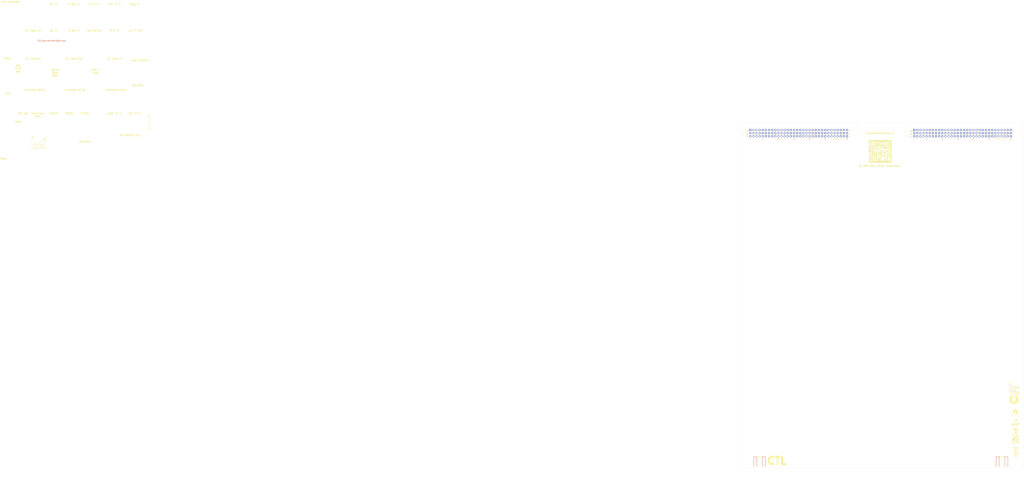
<source format=kicad_pcb>
(kicad_pcb (version 20171130) (host pcbnew 5.1.5+dfsg1-2build2)

  (general
    (thickness 1.6)
    (drawings 63)
    (tracks 0)
    (zones 0)
    (modules 17)
    (nets 1)
  )

  (page A3 portrait)
  (title_block
    (title "CFT Control Unit Board")
    (rev 2023)
    (comment 1 CTL)
  )

  (layers
    (0 F.Cu signal)
    (31 B.Cu signal)
    (32 B.Adhes user)
    (33 F.Adhes user)
    (34 B.Paste user)
    (35 F.Paste user)
    (36 B.SilkS user)
    (37 F.SilkS user)
    (38 B.Mask user)
    (39 F.Mask user)
    (40 Dwgs.User user)
    (41 Cmts.User user)
    (42 Eco1.User user)
    (43 Eco2.User user)
    (44 Edge.Cuts user)
    (45 Margin user)
    (46 B.CrtYd user)
    (47 F.CrtYd user)
    (48 B.Fab user)
    (49 F.Fab user)
  )

  (setup
    (last_trace_width 0.25)
    (user_trace_width 0.1778)
    (user_trace_width 0.254)
    (user_trace_width 0.3048)
    (user_trace_width 0.5588)
    (user_trace_width 0.762)
    (user_trace_width 1)
    (user_trace_width 1.27)
    (user_trace_width 2)
    (trace_clearance 0.2)
    (zone_clearance 0)
    (zone_45_only no)
    (trace_min 0.127)
    (via_size 0.8)
    (via_drill 0.4)
    (via_min_size 0.4)
    (via_min_drill 0.3)
    (user_via 0.508 0.3)
    (user_via 0.6096 0.3)
    (user_via 0.7874 0.4)
    (user_via 1.27 0.5)
    (uvia_size 0.3)
    (uvia_drill 0.1)
    (uvias_allowed no)
    (uvia_min_size 0.2)
    (uvia_min_drill 0.1)
    (edge_width 0.05)
    (segment_width 0.127)
    (pcb_text_width 0.3)
    (pcb_text_size 1.5 1.5)
    (mod_edge_width 0.12)
    (mod_text_size 1 1)
    (mod_text_width 0.15)
    (pad_size 1.7 1.7)
    (pad_drill 1)
    (pad_to_mask_clearance 0.051)
    (solder_mask_min_width 0.25)
    (aux_axis_origin 0 0)
    (grid_origin 40.008 80.88)
    (visible_elements FFFFFF7F)
    (pcbplotparams
      (layerselection 0x010fc_ffffffff)
      (usegerberextensions false)
      (usegerberattributes false)
      (usegerberadvancedattributes false)
      (creategerberjobfile false)
      (excludeedgelayer true)
      (linewidth 0.100000)
      (plotframeref false)
      (viasonmask false)
      (mode 1)
      (useauxorigin false)
      (hpglpennumber 1)
      (hpglpenspeed 20)
      (hpglpendiameter 15.000000)
      (psnegative false)
      (psa4output false)
      (plotreference true)
      (plotvalue true)
      (plotinvisibletext false)
      (padsonsilk false)
      (subtractmaskfromsilk false)
      (outputformat 1)
      (mirror false)
      (drillshape 0)
      (scaleselection 1)
      (outputdirectory "gerbers"))
  )

  (net 0 "")

  (net_class Default "This is the default net class."
    (clearance 0.2)
    (trace_width 0.25)
    (via_dia 0.8)
    (via_drill 0.4)
    (uvia_dia 0.3)
    (uvia_drill 0.1)
  )

  (module alexios:DIN41612_B_3x32_Horizontal locked (layer F.Cu) (tedit 6022E10B) (tstamp 602379C9)
    (at 173.358 80.88)
    (descr "DIN 41612 connector, type B, horizontal, 32 pins wide, 3 rows, full configuration")
    (tags "DIN 41512 IEC 60603 B")
    (path /5DE28E89)
    (fp_text reference P2 (at -5.08 5.08) (layer F.SilkS)
      (effects (font (size 1 0.83) (thickness 0.15)))
    )
    (fp_text value VG64_VME_3Rows_3x32_J2_P2 (at 39.37 7.62) (layer F.Fab) hide
      (effects (font (size 1 1) (thickness 0.15)))
    )
    (fp_text user 5 (at 10.2 7.3) (layer B.SilkS)
      (effects (font (size 1 0.83) (thickness 0.15)) (justify mirror))
    )
    (fp_text user 1 (at 0 7.3) (layer B.SilkS)
      (effects (font (size 1 0.83) (thickness 0.15)) (justify mirror))
    )
    (fp_text user 32 (at 78.7 7.3) (layer B.SilkS)
      (effects (font (size 1 0.83) (thickness 0.15)) (justify mirror))
    )
    (fp_text user 25 (at 61 7.3) (layer B.SilkS)
      (effects (font (size 1 0.83) (thickness 0.15)) (justify mirror))
    )
    (fp_text user 20 (at 48.3 7.3) (layer B.SilkS)
      (effects (font (size 1 0.83) (thickness 0.15)) (justify mirror))
    )
    (fp_text user 15 (at 35.6 7.3) (layer B.SilkS)
      (effects (font (size 1 0.83) (thickness 0.15)) (justify mirror))
    )
    (fp_text user 10 (at 22.9 7.3) (layer B.SilkS)
      (effects (font (size 1 0.83) (thickness 0.15)) (justify mirror))
    )
    (fp_text user 32 (at 78.7 7.3) (layer F.SilkS)
      (effects (font (size 1 0.83) (thickness 0.15)))
    )
    (fp_text user 25 (at 61 7.3) (layer F.SilkS)
      (effects (font (size 1 0.83) (thickness 0.15)))
    )
    (fp_text user 20 (at 48.3 7.3) (layer F.SilkS)
      (effects (font (size 1 0.83) (thickness 0.15)))
    )
    (fp_text user 15 (at 35.6 7.3) (layer F.SilkS)
      (effects (font (size 1 0.83) (thickness 0.15)))
    )
    (fp_text user 10 (at 22.9 7.3) (layer F.SilkS)
      (effects (font (size 1 0.83) (thickness 0.15)))
    )
    (fp_text user 5 (at 10.2 7.3) (layer F.SilkS)
      (effects (font (size 1 0.83) (thickness 0.15)))
    )
    (fp_text user 1 (at 0 7.3) (layer F.SilkS)
      (effects (font (size 1 0.83) (thickness 0.15)))
    )
    (fp_text user A (at -2.6 1.1) (layer F.SilkS)
      (effects (font (size 1 0.83) (thickness 0.15)))
    )
    (fp_text user C (at -2.6 5.3) (layer F.SilkS)
      (effects (font (size 1 0.83) (thickness 0.15)))
    )
    (fp_text user A (at 80.7 0.5) (layer B.SilkS)
      (effects (font (size 1 0.83) (thickness 0.15)) (justify mirror))
    )
    (fp_text user C (at 80.7 5.3) (layer B.SilkS)
      (effects (font (size 1 0.83) (thickness 0.15)) (justify mirror))
    )
    (fp_text user B (at -2.6 3.2) (layer F.SilkS)
      (effects (font (size 1 0.83) (thickness 0.15)))
    )
    (fp_text user B (at 80.7 2.9) (layer F.SilkS)
      (effects (font (size 1 0.83) (thickness 0.15)))
    )
    (fp_text user A (at -2.6 1.1) (layer B.SilkS)
      (effects (font (size 1 0.83) (thickness 0.15)) (justify mirror))
    )
    (fp_text user C (at -2.6 5.3) (layer B.SilkS)
      (effects (font (size 1 0.83) (thickness 0.15)) (justify mirror))
    )
    (fp_text user B (at -2.6 3.2) (layer B.SilkS)
      (effects (font (size 1 0.83) (thickness 0.15)) (justify mirror))
    )
    (fp_text user C (at -2.6 5.3) (layer F.SilkS)
      (effects (font (size 1 0.83) (thickness 0.15)))
    )
    (fp_text user B (at -2.6 3.2) (layer F.SilkS)
      (effects (font (size 1 0.83) (thickness 0.15)))
    )
    (fp_text user A (at -2.6 1.1) (layer F.SilkS)
      (effects (font (size 1 0.83) (thickness 0.15)))
    )
    (fp_text user "Board edge" (at 39.37 -7.3) (layer Cmts.User) hide
      (effects (font (size 0.7 0.7) (thickness 0.1)))
    )
    (fp_text user %R (at 39.37 -2.54) (layer F.Fab) hide
      (effects (font (size 1 1) (thickness 0.15)))
    )
    (fp_line (start -1.35 0.46) (end -1.35 6.43) (layer F.CrtYd) (width 0.05))
    (fp_line (start 80.09 0.46) (end 80.09 6.43) (layer F.CrtYd) (width 0.05))
    (fp_line (start -2.53 -0.44) (end -2.53 0.06) (layer F.SilkS) (width 0.15))
    (fp_line (start -2.53 0.06) (end -7.73 0.06) (layer F.SilkS) (width 0.15))
    (fp_line (start -7.73 0.06) (end -7.73 -5.04) (layer F.SilkS) (width 0.15))
    (fp_line (start 81.27 -0.44) (end 81.27 0.06) (layer F.SilkS) (width 0.15))
    (fp_line (start 81.27 0.06) (end 86.47 0.06) (layer F.SilkS) (width 0.15))
    (fp_line (start 86.47 0.06) (end 86.47 -5.04) (layer F.SilkS) (width 0.15))
    (fp_line (start -1.35 0.6) (end -1.95 0.3) (layer F.SilkS) (width 0.3))
    (fp_line (start -1.95 0.3) (end -1.95 0.9) (layer F.SilkS) (width 0.3))
    (fp_line (start -1.95 0.9) (end -1.35 0.6) (layer F.SilkS) (width 0.3))
    (fp_line (start -2.63 -0.54) (end -2.63 -0.04) (layer F.Fab) (width 0.1))
    (fp_line (start -2.63 -0.04) (end -7.63 -0.04) (layer F.Fab) (width 0.1))
    (fp_line (start -7.63 -0.04) (end -7.63 -5.04) (layer F.Fab) (width 0.1))
    (fp_line (start -7.63 -5.04) (end -4.38 -5.04) (layer F.Fab) (width 0.1))
    (fp_line (start -4.38 -5.04) (end -4.38 -12.74) (layer F.Fab) (width 0.1))
    (fp_line (start -4.38 -12.74) (end 83.12 -12.74) (layer F.Fab) (width 0.1))
    (fp_line (start 83.12 -12.74) (end 83.12 -5.04) (layer F.Fab) (width 0.1))
    (fp_line (start 83.12 -5.04) (end 86.37 -5.04) (layer F.Fab) (width 0.1))
    (fp_line (start 86.37 -5.04) (end 86.37 -0.04) (layer F.Fab) (width 0.1))
    (fp_line (start 86.37 -0.04) (end 81.37 -0.04) (layer F.Fab) (width 0.1))
    (fp_line (start 81.37 -0.04) (end 81.37 -0.54) (layer F.Fab) (width 0.1))
    (fp_line (start 81.37 -0.54) (end -2.63 -0.54) (layer F.Fab) (width 0.1))
    (fp_line (start -1.35 0.46) (end -8.13 0.46) (layer F.CrtYd) (width 0.05))
    (fp_line (start -8.13 0.46) (end -8.13 -5.54) (layer F.CrtYd) (width 0.05))
    (fp_line (start -8.13 -5.54) (end -4.88 -5.54) (layer F.CrtYd) (width 0.05))
    (fp_line (start -4.88 -5.54) (end -4.88 -13.24) (layer F.CrtYd) (width 0.05))
    (fp_line (start -4.88 -13.24) (end 83.62 -13.24) (layer F.CrtYd) (width 0.05))
    (fp_line (start 83.62 -13.24) (end 83.62 -5.54) (layer F.CrtYd) (width 0.05))
    (fp_line (start 83.62 -5.54) (end 86.87 -5.54) (layer F.CrtYd) (width 0.05))
    (fp_line (start 86.87 -5.54) (end 86.87 0.46) (layer F.CrtYd) (width 0.05))
    (fp_line (start 86.87 0.46) (end 80.87 0.46) (layer F.CrtYd) (width 0.05))
    (fp_line (start 80.87 0.46) (end 80.09 0.46) (layer F.CrtYd) (width 0.05))
    (fp_line (start 80.09 6.43) (end -1.35 6.43) (layer F.CrtYd) (width 0.05))
    (fp_line (start -4.38 -5.3) (end 83.12 -5.3) (layer Dwgs.User) (width 0.08))
    (fp_line (start 39.37 -6.8) (end 39.37 -5.4) (layer Cmts.User) (width 0.1))
    (fp_line (start 39.17 -5.9) (end 39.37 -5.4) (layer Cmts.User) (width 0.1))
    (fp_line (start 39.37 -5.4) (end 39.57 -5.9) (layer Cmts.User) (width 0.1))
    (pad "" np_thru_hole circle (at 83.82 -2.54) (size 2.8 2.8) (drill 2.8) (layers *.Cu *.Mask))
    (pad "" np_thru_hole circle (at -5.08 -2.54) (size 2.8 2.8) (drill 2.8) (layers *.Cu *.Mask))
    (pad B32 thru_hole circle (at 78.74 2.54) (size 1.7 1.7) (drill 1) (layers *.Cu *.Mask))
    (pad A32 thru_hole circle (at 78.74 0) (size 1.7 1.7) (drill 1) (layers *.Cu *.Mask))
    (pad B31 thru_hole circle (at 76.2 2.54) (size 1.7 1.7) (drill 1) (layers *.Cu *.Mask))
    (pad A31 thru_hole circle (at 76.2 0) (size 1.7 1.7) (drill 1) (layers *.Cu *.Mask))
    (pad B30 thru_hole circle (at 73.66 2.54) (size 1.7 1.7) (drill 1) (layers *.Cu *.Mask))
    (pad A30 thru_hole circle (at 73.66 0) (size 1.7 1.7) (drill 1) (layers *.Cu *.Mask))
    (pad B29 thru_hole circle (at 71.12 2.54) (size 1.7 1.7) (drill 1) (layers *.Cu *.Mask))
    (pad A29 thru_hole circle (at 71.12 0) (size 1.7 1.7) (drill 1) (layers *.Cu *.Mask))
    (pad B28 thru_hole circle (at 68.58 2.54) (size 1.7 1.7) (drill 1) (layers *.Cu *.Mask))
    (pad A28 thru_hole circle (at 68.58 0) (size 1.7 1.7) (drill 1) (layers *.Cu *.Mask))
    (pad B27 thru_hole circle (at 66.04 2.54) (size 1.7 1.7) (drill 1) (layers *.Cu *.Mask))
    (pad A27 thru_hole circle (at 66.04 0) (size 1.7 1.7) (drill 1) (layers *.Cu *.Mask))
    (pad B26 thru_hole circle (at 63.5 2.54) (size 1.7 1.7) (drill 1) (layers *.Cu *.Mask))
    (pad A26 thru_hole circle (at 63.5 0) (size 1.7 1.7) (drill 1) (layers *.Cu *.Mask))
    (pad B25 thru_hole circle (at 60.96 2.54) (size 1.7 1.7) (drill 1) (layers *.Cu *.Mask))
    (pad A25 thru_hole circle (at 60.96 0) (size 1.7 1.7) (drill 1) (layers *.Cu *.Mask))
    (pad B24 thru_hole circle (at 58.42 2.54) (size 1.7 1.7) (drill 1) (layers *.Cu *.Mask))
    (pad A24 thru_hole circle (at 58.42 0) (size 1.7 1.7) (drill 1) (layers *.Cu *.Mask))
    (pad B23 thru_hole circle (at 55.88 2.54) (size 1.7 1.7) (drill 1) (layers *.Cu *.Mask))
    (pad A23 thru_hole circle (at 55.88 0) (size 1.7 1.7) (drill 1) (layers *.Cu *.Mask))
    (pad B22 thru_hole circle (at 53.34 2.54) (size 1.7 1.7) (drill 1) (layers *.Cu *.Mask))
    (pad A22 thru_hole circle (at 53.34 0) (size 1.7 1.7) (drill 1) (layers *.Cu *.Mask))
    (pad B21 thru_hole circle (at 50.8 2.54) (size 1.7 1.7) (drill 1) (layers *.Cu *.Mask))
    (pad A21 thru_hole circle (at 50.8 0) (size 1.7 1.7) (drill 1) (layers *.Cu *.Mask))
    (pad B20 thru_hole circle (at 48.26 2.54) (size 1.7 1.7) (drill 1) (layers *.Cu *.Mask))
    (pad A20 thru_hole circle (at 48.26 0) (size 1.7 1.7) (drill 1) (layers *.Cu *.Mask))
    (pad B19 thru_hole circle (at 45.72 2.54) (size 1.7 1.7) (drill 1) (layers *.Cu *.Mask))
    (pad A19 thru_hole circle (at 45.72 0) (size 1.7 1.7) (drill 1) (layers *.Cu *.Mask))
    (pad B18 thru_hole circle (at 43.18 2.54) (size 1.7 1.7) (drill 1) (layers *.Cu *.Mask))
    (pad A18 thru_hole circle (at 43.18 0) (size 1.7 1.7) (drill 1) (layers *.Cu *.Mask))
    (pad B17 thru_hole circle (at 40.64 2.54) (size 1.7 1.7) (drill 1) (layers *.Cu *.Mask))
    (pad A17 thru_hole circle (at 40.64 0) (size 1.7 1.7) (drill 1) (layers *.Cu *.Mask))
    (pad B16 thru_hole circle (at 38.1 2.54) (size 1.7 1.7) (drill 1) (layers *.Cu *.Mask))
    (pad A16 thru_hole circle (at 38.1 0) (size 1.7 1.7) (drill 1) (layers *.Cu *.Mask))
    (pad B15 thru_hole circle (at 35.56 2.54) (size 1.7 1.7) (drill 1) (layers *.Cu *.Mask))
    (pad A15 thru_hole circle (at 35.56 0) (size 1.7 1.7) (drill 1) (layers *.Cu *.Mask))
    (pad B14 thru_hole circle (at 33.02 2.54) (size 1.7 1.7) (drill 1) (layers *.Cu *.Mask))
    (pad A14 thru_hole circle (at 33.02 0) (size 1.7 1.7) (drill 1) (layers *.Cu *.Mask))
    (pad B13 thru_hole circle (at 30.48 2.54) (size 1.7 1.7) (drill 1) (layers *.Cu *.Mask))
    (pad A13 thru_hole circle (at 30.48 0) (size 1.7 1.7) (drill 1) (layers *.Cu *.Mask))
    (pad B12 thru_hole circle (at 27.94 2.54) (size 1.7 1.7) (drill 1) (layers *.Cu *.Mask))
    (pad A12 thru_hole circle (at 27.94 0) (size 1.7 1.7) (drill 1) (layers *.Cu *.Mask))
    (pad B11 thru_hole circle (at 25.4 2.54) (size 1.7 1.7) (drill 1) (layers *.Cu *.Mask))
    (pad A11 thru_hole circle (at 25.4 0) (size 1.7 1.7) (drill 1) (layers *.Cu *.Mask))
    (pad B10 thru_hole circle (at 22.86 2.54) (size 1.7 1.7) (drill 1) (layers *.Cu *.Mask))
    (pad A10 thru_hole circle (at 22.86 0) (size 1.7 1.7) (drill 1) (layers *.Cu *.Mask))
    (pad B9 thru_hole circle (at 20.32 2.54) (size 1.7 1.7) (drill 1) (layers *.Cu *.Mask))
    (pad A9 thru_hole circle (at 20.32 0) (size 1.7 1.7) (drill 1) (layers *.Cu *.Mask))
    (pad B8 thru_hole circle (at 17.78 2.54) (size 1.7 1.7) (drill 1) (layers *.Cu *.Mask))
    (pad A8 thru_hole circle (at 17.78 0) (size 1.7 1.7) (drill 1) (layers *.Cu *.Mask))
    (pad B7 thru_hole circle (at 15.24 2.54) (size 1.7 1.7) (drill 1) (layers *.Cu *.Mask))
    (pad A7 thru_hole circle (at 15.24 0) (size 1.7 1.7) (drill 1) (layers *.Cu *.Mask))
    (pad B6 thru_hole circle (at 12.7 2.54) (size 1.7 1.7) (drill 1) (layers *.Cu *.Mask))
    (pad A6 thru_hole circle (at 12.7 0) (size 1.7 1.7) (drill 1) (layers *.Cu *.Mask))
    (pad B5 thru_hole circle (at 10.16 2.54) (size 1.7 1.7) (drill 1) (layers *.Cu *.Mask))
    (pad A5 thru_hole circle (at 10.16 0) (size 1.7 1.7) (drill 1) (layers *.Cu *.Mask))
    (pad B4 thru_hole circle (at 7.62 2.54) (size 1.7 1.7) (drill 1) (layers *.Cu *.Mask))
    (pad A4 thru_hole circle (at 7.62 0) (size 1.7 1.7) (drill 1) (layers *.Cu *.Mask))
    (pad B3 thru_hole circle (at 5.08 2.54) (size 1.7 1.7) (drill 1) (layers *.Cu *.Mask))
    (pad A3 thru_hole circle (at 5.08 0) (size 1.7 1.7) (drill 1) (layers *.Cu *.Mask))
    (pad B2 thru_hole circle (at 2.54 2.54) (size 1.7 1.7) (drill 1) (layers *.Cu *.Mask))
    (pad A2 thru_hole circle (at 2.54 0) (size 1.7 1.7) (drill 1) (layers *.Cu *.Mask))
    (pad B1 thru_hole circle (at 0 2.54) (size 1.7 1.7) (drill 1) (layers *.Cu *.Mask))
    (pad A1 thru_hole rect (at 0 0) (size 1.7 1.7) (drill 1) (layers *.Cu *.Mask))
    (pad C1 thru_hole circle (at 0 5.08) (size 1.7 1.7) (drill 1) (layers *.Cu *.Mask))
    (pad C2 thru_hole circle (at 2.54 5.08) (size 1.7 1.7) (drill 1) (layers *.Cu *.Mask))
    (pad C3 thru_hole circle (at 5.08 5.08) (size 1.7 1.7) (drill 1) (layers *.Cu *.Mask))
    (pad C4 thru_hole circle (at 7.62 5.08) (size 1.7 1.7) (drill 1) (layers *.Cu *.Mask))
    (pad C5 thru_hole circle (at 10.16 5.08) (size 1.7 1.7) (drill 1) (layers *.Cu *.Mask))
    (pad C6 thru_hole circle (at 12.7 5.08) (size 1.7 1.7) (drill 1) (layers *.Cu *.Mask))
    (pad C7 thru_hole circle (at 15.24 5.08) (size 1.7 1.7) (drill 1) (layers *.Cu *.Mask))
    (pad C8 thru_hole circle (at 17.78 5.08) (size 1.7 1.7) (drill 1) (layers *.Cu *.Mask))
    (pad C9 thru_hole circle (at 20.32 5.08) (size 1.7 1.7) (drill 1) (layers *.Cu *.Mask))
    (pad C10 thru_hole circle (at 22.86 5.08) (size 1.7 1.7) (drill 1) (layers *.Cu *.Mask))
    (pad C11 thru_hole circle (at 25.4 5.08) (size 1.7 1.7) (drill 1) (layers *.Cu *.Mask))
    (pad C12 thru_hole circle (at 27.94 5.08) (size 1.7 1.7) (drill 1) (layers *.Cu *.Mask))
    (pad C13 thru_hole circle (at 30.48 5.08) (size 1.7 1.7) (drill 1) (layers *.Cu *.Mask))
    (pad C14 thru_hole circle (at 33.02 5.08) (size 1.7 1.7) (drill 1) (layers *.Cu *.Mask))
    (pad C15 thru_hole circle (at 35.56 5.08) (size 1.7 1.7) (drill 1) (layers *.Cu *.Mask))
    (pad C16 thru_hole circle (at 38.1 5.08) (size 1.7 1.7) (drill 1) (layers *.Cu *.Mask))
    (pad C17 thru_hole circle (at 40.64 5.08) (size 1.7 1.7) (drill 1) (layers *.Cu *.Mask))
    (pad C18 thru_hole circle (at 43.18 5.08) (size 1.7 1.7) (drill 1) (layers *.Cu *.Mask))
    (pad C19 thru_hole circle (at 45.72 5.08) (size 1.7 1.7) (drill 1) (layers *.Cu *.Mask))
    (pad C20 thru_hole circle (at 48.26 5.08) (size 1.7 1.7) (drill 1) (layers *.Cu *.Mask))
    (pad C21 thru_hole circle (at 50.8 5.08) (size 1.7 1.7) (drill 1) (layers *.Cu *.Mask))
    (pad C22 thru_hole circle (at 53.34 5.08) (size 1.7 1.7) (drill 1) (layers *.Cu *.Mask))
    (pad C23 thru_hole circle (at 55.88 5.08) (size 1.7 1.7) (drill 1) (layers *.Cu *.Mask))
    (pad C24 thru_hole circle (at 58.42 5.08) (size 1.7 1.7) (drill 1) (layers *.Cu *.Mask))
    (pad C25 thru_hole circle (at 60.96 5.08) (size 1.7 1.7) (drill 1) (layers *.Cu *.Mask))
    (pad C26 thru_hole circle (at 63.5 5.08) (size 1.7 1.7) (drill 1) (layers *.Cu *.Mask))
    (pad C27 thru_hole circle (at 66.04 5.08) (size 1.7 1.7) (drill 1) (layers *.Cu *.Mask))
    (pad C28 thru_hole circle (at 68.58 5.08) (size 1.7 1.7) (drill 1) (layers *.Cu *.Mask))
    (pad C29 thru_hole circle (at 71.12 5.08) (size 1.7 1.7) (drill 1) (layers *.Cu *.Mask))
    (pad C30 thru_hole circle (at 73.66 5.08) (size 1.7 1.7) (drill 1) (layers *.Cu *.Mask))
    (pad C31 thru_hole circle (at 76.2 5.08) (size 1.7 1.7) (drill 1) (layers *.Cu *.Mask))
    (pad C32 thru_hole circle (at 78.74 5.08) (size 1.7 1.7) (drill 1) (layers *.Cu *.Mask))
    (model ${KI3DMOD_ALEXIOS}/DIN_41612/DIN41612-C-96-M-RA-1.step
      (offset (xyz -5.08 2.54 -2))
      (scale (xyz 1 1 1))
      (rotate (xyz 90 180 90))
    )
  )

  (module alexios:DIN41612_B_3x32_Horizontal locked (layer F.Cu) (tedit 6022E10B) (tstamp 60237822)
    (at 40.008 80.88)
    (descr "DIN 41612 connector, type B, horizontal, 32 pins wide, 3 rows, full configuration")
    (tags "DIN 41512 IEC 60603 B")
    (path /5DDFD772)
    (fp_text reference P1 (at -6.35 3.81) (layer F.SilkS)
      (effects (font (size 1 0.83) (thickness 0.15)))
    )
    (fp_text value VG64_VME_3Rows_3x32_J1_P1 (at 39.37 7.62) (layer F.Fab) hide
      (effects (font (size 1 1) (thickness 0.15)))
    )
    (fp_text user 5 (at 10.2 7.3) (layer B.SilkS)
      (effects (font (size 1 0.83) (thickness 0.15)) (justify mirror))
    )
    (fp_text user 1 (at 0 7.3) (layer B.SilkS)
      (effects (font (size 1 0.83) (thickness 0.15)) (justify mirror))
    )
    (fp_text user 32 (at 78.7 7.3) (layer B.SilkS)
      (effects (font (size 1 0.83) (thickness 0.15)) (justify mirror))
    )
    (fp_text user 25 (at 61 7.3) (layer B.SilkS)
      (effects (font (size 1 0.83) (thickness 0.15)) (justify mirror))
    )
    (fp_text user 20 (at 48.3 7.3) (layer B.SilkS)
      (effects (font (size 1 0.83) (thickness 0.15)) (justify mirror))
    )
    (fp_text user 15 (at 35.6 7.3) (layer B.SilkS)
      (effects (font (size 1 0.83) (thickness 0.15)) (justify mirror))
    )
    (fp_text user 10 (at 22.9 7.3) (layer B.SilkS)
      (effects (font (size 1 0.83) (thickness 0.15)) (justify mirror))
    )
    (fp_text user 32 (at 78.7 7.3) (layer F.SilkS)
      (effects (font (size 1 0.83) (thickness 0.15)))
    )
    (fp_text user 25 (at 61 7.3) (layer F.SilkS)
      (effects (font (size 1 0.83) (thickness 0.15)))
    )
    (fp_text user 20 (at 48.3 7.3) (layer F.SilkS)
      (effects (font (size 1 0.83) (thickness 0.15)))
    )
    (fp_text user 15 (at 35.6 7.3) (layer F.SilkS)
      (effects (font (size 1 0.83) (thickness 0.15)))
    )
    (fp_text user 10 (at 22.9 7.3) (layer F.SilkS)
      (effects (font (size 1 0.83) (thickness 0.15)))
    )
    (fp_text user 5 (at 10.2 7.3) (layer F.SilkS)
      (effects (font (size 1 0.83) (thickness 0.15)))
    )
    (fp_text user 1 (at 0 7.3) (layer F.SilkS)
      (effects (font (size 1 0.83) (thickness 0.15)))
    )
    (fp_text user A (at -2.6 1.1) (layer F.SilkS)
      (effects (font (size 1 0.83) (thickness 0.15)))
    )
    (fp_text user C (at -2.6 5.3) (layer F.SilkS)
      (effects (font (size 1 0.83) (thickness 0.15)))
    )
    (fp_text user A (at 80.7 0.5) (layer B.SilkS)
      (effects (font (size 1 0.83) (thickness 0.15)) (justify mirror))
    )
    (fp_text user C (at 80.7 5.3) (layer B.SilkS)
      (effects (font (size 1 0.83) (thickness 0.15)) (justify mirror))
    )
    (fp_text user B (at -2.6 3.2) (layer F.SilkS)
      (effects (font (size 1 0.83) (thickness 0.15)))
    )
    (fp_text user B (at 80.7 2.9) (layer F.SilkS)
      (effects (font (size 1 0.83) (thickness 0.15)))
    )
    (fp_text user A (at -2.6 1.1) (layer B.SilkS)
      (effects (font (size 1 0.83) (thickness 0.15)) (justify mirror))
    )
    (fp_text user C (at -2.6 5.3) (layer B.SilkS)
      (effects (font (size 1 0.83) (thickness 0.15)) (justify mirror))
    )
    (fp_text user B (at -2.6 3.2) (layer B.SilkS)
      (effects (font (size 1 0.83) (thickness 0.15)) (justify mirror))
    )
    (fp_text user C (at -2.6 5.3) (layer F.SilkS)
      (effects (font (size 1 0.83) (thickness 0.15)))
    )
    (fp_text user B (at -2.6 3.2) (layer F.SilkS)
      (effects (font (size 1 0.83) (thickness 0.15)))
    )
    (fp_text user A (at -2.6 1.1) (layer F.SilkS)
      (effects (font (size 1 0.83) (thickness 0.15)))
    )
    (fp_text user "Board edge" (at 39.37 -7.3) (layer Cmts.User) hide
      (effects (font (size 0.7 0.7) (thickness 0.1)))
    )
    (fp_text user %R (at 39.37 -2.54) (layer F.Fab) hide
      (effects (font (size 1 1) (thickness 0.15)))
    )
    (fp_line (start -1.35 0.46) (end -1.35 6.43) (layer F.CrtYd) (width 0.05))
    (fp_line (start 80.09 0.46) (end 80.09 6.43) (layer F.CrtYd) (width 0.05))
    (fp_line (start -2.53 -0.44) (end -2.53 0.06) (layer F.SilkS) (width 0.15))
    (fp_line (start -2.53 0.06) (end -7.73 0.06) (layer F.SilkS) (width 0.15))
    (fp_line (start -7.73 0.06) (end -7.73 -5.04) (layer F.SilkS) (width 0.15))
    (fp_line (start 81.27 -0.44) (end 81.27 0.06) (layer F.SilkS) (width 0.15))
    (fp_line (start 81.27 0.06) (end 86.47 0.06) (layer F.SilkS) (width 0.15))
    (fp_line (start 86.47 0.06) (end 86.47 -5.04) (layer F.SilkS) (width 0.15))
    (fp_line (start -1.35 0.6) (end -1.95 0.3) (layer F.SilkS) (width 0.3))
    (fp_line (start -1.95 0.3) (end -1.95 0.9) (layer F.SilkS) (width 0.3))
    (fp_line (start -1.95 0.9) (end -1.35 0.6) (layer F.SilkS) (width 0.3))
    (fp_line (start -2.63 -0.54) (end -2.63 -0.04) (layer F.Fab) (width 0.1))
    (fp_line (start -2.63 -0.04) (end -7.63 -0.04) (layer F.Fab) (width 0.1))
    (fp_line (start -7.63 -0.04) (end -7.63 -5.04) (layer F.Fab) (width 0.1))
    (fp_line (start -7.63 -5.04) (end -4.38 -5.04) (layer F.Fab) (width 0.1))
    (fp_line (start -4.38 -5.04) (end -4.38 -12.74) (layer F.Fab) (width 0.1))
    (fp_line (start -4.38 -12.74) (end 83.12 -12.74) (layer F.Fab) (width 0.1))
    (fp_line (start 83.12 -12.74) (end 83.12 -5.04) (layer F.Fab) (width 0.1))
    (fp_line (start 83.12 -5.04) (end 86.37 -5.04) (layer F.Fab) (width 0.1))
    (fp_line (start 86.37 -5.04) (end 86.37 -0.04) (layer F.Fab) (width 0.1))
    (fp_line (start 86.37 -0.04) (end 81.37 -0.04) (layer F.Fab) (width 0.1))
    (fp_line (start 81.37 -0.04) (end 81.37 -0.54) (layer F.Fab) (width 0.1))
    (fp_line (start 81.37 -0.54) (end -2.63 -0.54) (layer F.Fab) (width 0.1))
    (fp_line (start -1.35 0.46) (end -8.13 0.46) (layer F.CrtYd) (width 0.05))
    (fp_line (start -8.13 0.46) (end -8.13 -5.54) (layer F.CrtYd) (width 0.05))
    (fp_line (start -8.13 -5.54) (end -4.88 -5.54) (layer F.CrtYd) (width 0.05))
    (fp_line (start -4.88 -5.54) (end -4.88 -13.24) (layer F.CrtYd) (width 0.05))
    (fp_line (start -4.88 -13.24) (end 83.62 -13.24) (layer F.CrtYd) (width 0.05))
    (fp_line (start 83.62 -13.24) (end 83.62 -5.54) (layer F.CrtYd) (width 0.05))
    (fp_line (start 83.62 -5.54) (end 86.87 -5.54) (layer F.CrtYd) (width 0.05))
    (fp_line (start 86.87 -5.54) (end 86.87 0.46) (layer F.CrtYd) (width 0.05))
    (fp_line (start 86.87 0.46) (end 80.87 0.46) (layer F.CrtYd) (width 0.05))
    (fp_line (start 80.87 0.46) (end 80.09 0.46) (layer F.CrtYd) (width 0.05))
    (fp_line (start 80.09 6.43) (end -1.35 6.43) (layer F.CrtYd) (width 0.05))
    (fp_line (start -4.38 -5.3) (end 83.12 -5.3) (layer Dwgs.User) (width 0.08))
    (fp_line (start 39.37 -6.8) (end 39.37 -5.4) (layer Cmts.User) (width 0.1))
    (fp_line (start 39.17 -5.9) (end 39.37 -5.4) (layer Cmts.User) (width 0.1))
    (fp_line (start 39.37 -5.4) (end 39.57 -5.9) (layer Cmts.User) (width 0.1))
    (pad "" np_thru_hole circle (at 83.82 -2.54) (size 2.8 2.8) (drill 2.8) (layers *.Cu *.Mask))
    (pad "" np_thru_hole circle (at -5.08 -2.54) (size 2.8 2.8) (drill 2.8) (layers *.Cu *.Mask))
    (pad B32 thru_hole circle (at 78.74 2.54) (size 1.7 1.7) (drill 1) (layers *.Cu *.Mask))
    (pad A32 thru_hole circle (at 78.74 0) (size 1.7 1.7) (drill 1) (layers *.Cu *.Mask))
    (pad B31 thru_hole circle (at 76.2 2.54) (size 1.7 1.7) (drill 1) (layers *.Cu *.Mask))
    (pad A31 thru_hole circle (at 76.2 0) (size 1.7 1.7) (drill 1) (layers *.Cu *.Mask))
    (pad B30 thru_hole circle (at 73.66 2.54) (size 1.7 1.7) (drill 1) (layers *.Cu *.Mask))
    (pad A30 thru_hole circle (at 73.66 0) (size 1.7 1.7) (drill 1) (layers *.Cu *.Mask))
    (pad B29 thru_hole circle (at 71.12 2.54) (size 1.7 1.7) (drill 1) (layers *.Cu *.Mask))
    (pad A29 thru_hole circle (at 71.12 0) (size 1.7 1.7) (drill 1) (layers *.Cu *.Mask))
    (pad B28 thru_hole circle (at 68.58 2.54) (size 1.7 1.7) (drill 1) (layers *.Cu *.Mask))
    (pad A28 thru_hole circle (at 68.58 0) (size 1.7 1.7) (drill 1) (layers *.Cu *.Mask))
    (pad B27 thru_hole circle (at 66.04 2.54) (size 1.7 1.7) (drill 1) (layers *.Cu *.Mask))
    (pad A27 thru_hole circle (at 66.04 0) (size 1.7 1.7) (drill 1) (layers *.Cu *.Mask))
    (pad B26 thru_hole circle (at 63.5 2.54) (size 1.7 1.7) (drill 1) (layers *.Cu *.Mask))
    (pad A26 thru_hole circle (at 63.5 0) (size 1.7 1.7) (drill 1) (layers *.Cu *.Mask))
    (pad B25 thru_hole circle (at 60.96 2.54) (size 1.7 1.7) (drill 1) (layers *.Cu *.Mask))
    (pad A25 thru_hole circle (at 60.96 0) (size 1.7 1.7) (drill 1) (layers *.Cu *.Mask))
    (pad B24 thru_hole circle (at 58.42 2.54) (size 1.7 1.7) (drill 1) (layers *.Cu *.Mask))
    (pad A24 thru_hole circle (at 58.42 0) (size 1.7 1.7) (drill 1) (layers *.Cu *.Mask))
    (pad B23 thru_hole circle (at 55.88 2.54) (size 1.7 1.7) (drill 1) (layers *.Cu *.Mask))
    (pad A23 thru_hole circle (at 55.88 0) (size 1.7 1.7) (drill 1) (layers *.Cu *.Mask))
    (pad B22 thru_hole circle (at 53.34 2.54) (size 1.7 1.7) (drill 1) (layers *.Cu *.Mask))
    (pad A22 thru_hole circle (at 53.34 0) (size 1.7 1.7) (drill 1) (layers *.Cu *.Mask))
    (pad B21 thru_hole circle (at 50.8 2.54) (size 1.7 1.7) (drill 1) (layers *.Cu *.Mask))
    (pad A21 thru_hole circle (at 50.8 0) (size 1.7 1.7) (drill 1) (layers *.Cu *.Mask))
    (pad B20 thru_hole circle (at 48.26 2.54) (size 1.7 1.7) (drill 1) (layers *.Cu *.Mask))
    (pad A20 thru_hole circle (at 48.26 0) (size 1.7 1.7) (drill 1) (layers *.Cu *.Mask))
    (pad B19 thru_hole circle (at 45.72 2.54) (size 1.7 1.7) (drill 1) (layers *.Cu *.Mask))
    (pad A19 thru_hole circle (at 45.72 0) (size 1.7 1.7) (drill 1) (layers *.Cu *.Mask))
    (pad B18 thru_hole circle (at 43.18 2.54) (size 1.7 1.7) (drill 1) (layers *.Cu *.Mask))
    (pad A18 thru_hole circle (at 43.18 0) (size 1.7 1.7) (drill 1) (layers *.Cu *.Mask))
    (pad B17 thru_hole circle (at 40.64 2.54) (size 1.7 1.7) (drill 1) (layers *.Cu *.Mask))
    (pad A17 thru_hole circle (at 40.64 0) (size 1.7 1.7) (drill 1) (layers *.Cu *.Mask))
    (pad B16 thru_hole circle (at 38.1 2.54) (size 1.7 1.7) (drill 1) (layers *.Cu *.Mask))
    (pad A16 thru_hole circle (at 38.1 0) (size 1.7 1.7) (drill 1) (layers *.Cu *.Mask))
    (pad B15 thru_hole circle (at 35.56 2.54) (size 1.7 1.7) (drill 1) (layers *.Cu *.Mask))
    (pad A15 thru_hole circle (at 35.56 0) (size 1.7 1.7) (drill 1) (layers *.Cu *.Mask))
    (pad B14 thru_hole circle (at 33.02 2.54) (size 1.7 1.7) (drill 1) (layers *.Cu *.Mask))
    (pad A14 thru_hole circle (at 33.02 0) (size 1.7 1.7) (drill 1) (layers *.Cu *.Mask))
    (pad B13 thru_hole circle (at 30.48 2.54) (size 1.7 1.7) (drill 1) (layers *.Cu *.Mask))
    (pad A13 thru_hole circle (at 30.48 0) (size 1.7 1.7) (drill 1) (layers *.Cu *.Mask))
    (pad B12 thru_hole circle (at 27.94 2.54) (size 1.7 1.7) (drill 1) (layers *.Cu *.Mask))
    (pad A12 thru_hole circle (at 27.94 0) (size 1.7 1.7) (drill 1) (layers *.Cu *.Mask))
    (pad B11 thru_hole circle (at 25.4 2.54) (size 1.7 1.7) (drill 1) (layers *.Cu *.Mask))
    (pad A11 thru_hole circle (at 25.4 0) (size 1.7 1.7) (drill 1) (layers *.Cu *.Mask))
    (pad B10 thru_hole circle (at 22.86 2.54) (size 1.7 1.7) (drill 1) (layers *.Cu *.Mask))
    (pad A10 thru_hole circle (at 22.86 0) (size 1.7 1.7) (drill 1) (layers *.Cu *.Mask))
    (pad B9 thru_hole circle (at 20.32 2.54) (size 1.7 1.7) (drill 1) (layers *.Cu *.Mask))
    (pad A9 thru_hole circle (at 20.32 0) (size 1.7 1.7) (drill 1) (layers *.Cu *.Mask))
    (pad B8 thru_hole circle (at 17.78 2.54) (size 1.7 1.7) (drill 1) (layers *.Cu *.Mask))
    (pad A8 thru_hole circle (at 17.78 0) (size 1.7 1.7) (drill 1) (layers *.Cu *.Mask))
    (pad B7 thru_hole circle (at 15.24 2.54) (size 1.7 1.7) (drill 1) (layers *.Cu *.Mask))
    (pad A7 thru_hole circle (at 15.24 0) (size 1.7 1.7) (drill 1) (layers *.Cu *.Mask))
    (pad B6 thru_hole circle (at 12.7 2.54) (size 1.7 1.7) (drill 1) (layers *.Cu *.Mask))
    (pad A6 thru_hole circle (at 12.7 0) (size 1.7 1.7) (drill 1) (layers *.Cu *.Mask))
    (pad B5 thru_hole circle (at 10.16 2.54) (size 1.7 1.7) (drill 1) (layers *.Cu *.Mask))
    (pad A5 thru_hole circle (at 10.16 0) (size 1.7 1.7) (drill 1) (layers *.Cu *.Mask))
    (pad B4 thru_hole circle (at 7.62 2.54) (size 1.7 1.7) (drill 1) (layers *.Cu *.Mask))
    (pad A4 thru_hole circle (at 7.62 0) (size 1.7 1.7) (drill 1) (layers *.Cu *.Mask))
    (pad B3 thru_hole circle (at 5.08 2.54) (size 1.7 1.7) (drill 1) (layers *.Cu *.Mask))
    (pad A3 thru_hole circle (at 5.08 0) (size 1.7 1.7) (drill 1) (layers *.Cu *.Mask))
    (pad B2 thru_hole circle (at 2.54 2.54) (size 1.7 1.7) (drill 1) (layers *.Cu *.Mask))
    (pad A2 thru_hole circle (at 2.54 0) (size 1.7 1.7) (drill 1) (layers *.Cu *.Mask))
    (pad B1 thru_hole circle (at 0 2.54) (size 1.7 1.7) (drill 1) (layers *.Cu *.Mask))
    (pad A1 thru_hole rect (at 0 0) (size 1.7 1.7) (drill 1) (layers *.Cu *.Mask))
    (pad C1 thru_hole circle (at 0 5.08) (size 1.7 1.7) (drill 1) (layers *.Cu *.Mask))
    (pad C2 thru_hole circle (at 2.54 5.08) (size 1.7 1.7) (drill 1) (layers *.Cu *.Mask))
    (pad C3 thru_hole circle (at 5.08 5.08) (size 1.7 1.7) (drill 1) (layers *.Cu *.Mask))
    (pad C4 thru_hole circle (at 7.62 5.08) (size 1.7 1.7) (drill 1) (layers *.Cu *.Mask))
    (pad C5 thru_hole circle (at 10.16 5.08) (size 1.7 1.7) (drill 1) (layers *.Cu *.Mask))
    (pad C6 thru_hole circle (at 12.7 5.08) (size 1.7 1.7) (drill 1) (layers *.Cu *.Mask))
    (pad C7 thru_hole circle (at 15.24 5.08) (size 1.7 1.7) (drill 1) (layers *.Cu *.Mask))
    (pad C8 thru_hole circle (at 17.78 5.08) (size 1.7 1.7) (drill 1) (layers *.Cu *.Mask))
    (pad C9 thru_hole circle (at 20.32 5.08) (size 1.7 1.7) (drill 1) (layers *.Cu *.Mask))
    (pad C10 thru_hole circle (at 22.86 5.08) (size 1.7 1.7) (drill 1) (layers *.Cu *.Mask))
    (pad C11 thru_hole circle (at 25.4 5.08) (size 1.7 1.7) (drill 1) (layers *.Cu *.Mask))
    (pad C12 thru_hole circle (at 27.94 5.08) (size 1.7 1.7) (drill 1) (layers *.Cu *.Mask))
    (pad C13 thru_hole circle (at 30.48 5.08) (size 1.7 1.7) (drill 1) (layers *.Cu *.Mask))
    (pad C14 thru_hole circle (at 33.02 5.08) (size 1.7 1.7) (drill 1) (layers *.Cu *.Mask))
    (pad C15 thru_hole circle (at 35.56 5.08) (size 1.7 1.7) (drill 1) (layers *.Cu *.Mask))
    (pad C16 thru_hole circle (at 38.1 5.08) (size 1.7 1.7) (drill 1) (layers *.Cu *.Mask))
    (pad C17 thru_hole circle (at 40.64 5.08) (size 1.7 1.7) (drill 1) (layers *.Cu *.Mask))
    (pad C18 thru_hole circle (at 43.18 5.08) (size 1.7 1.7) (drill 1) (layers *.Cu *.Mask))
    (pad C19 thru_hole circle (at 45.72 5.08) (size 1.7 1.7) (drill 1) (layers *.Cu *.Mask))
    (pad C20 thru_hole circle (at 48.26 5.08) (size 1.7 1.7) (drill 1) (layers *.Cu *.Mask))
    (pad C21 thru_hole circle (at 50.8 5.08) (size 1.7 1.7) (drill 1) (layers *.Cu *.Mask))
    (pad C22 thru_hole circle (at 53.34 5.08) (size 1.7 1.7) (drill 1) (layers *.Cu *.Mask))
    (pad C23 thru_hole circle (at 55.88 5.08) (size 1.7 1.7) (drill 1) (layers *.Cu *.Mask))
    (pad C24 thru_hole circle (at 58.42 5.08) (size 1.7 1.7) (drill 1) (layers *.Cu *.Mask))
    (pad C25 thru_hole circle (at 60.96 5.08) (size 1.7 1.7) (drill 1) (layers *.Cu *.Mask))
    (pad C26 thru_hole circle (at 63.5 5.08) (size 1.7 1.7) (drill 1) (layers *.Cu *.Mask))
    (pad C27 thru_hole circle (at 66.04 5.08) (size 1.7 1.7) (drill 1) (layers *.Cu *.Mask))
    (pad C28 thru_hole circle (at 68.58 5.08) (size 1.7 1.7) (drill 1) (layers *.Cu *.Mask))
    (pad C29 thru_hole circle (at 71.12 5.08) (size 1.7 1.7) (drill 1) (layers *.Cu *.Mask))
    (pad C30 thru_hole circle (at 73.66 5.08) (size 1.7 1.7) (drill 1) (layers *.Cu *.Mask))
    (pad C31 thru_hole circle (at 76.2 5.08) (size 1.7 1.7) (drill 1) (layers *.Cu *.Mask))
    (pad C32 thru_hole circle (at 78.74 5.08) (size 1.7 1.7) (drill 1) (layers *.Cu *.Mask))
    (model ${KI3DMOD_ALEXIOS}/DIN_41612/DIN41612-C-96-M-RA-1.step
      (offset (xyz -5.08 2.54 -2))
      (scale (xyz 1 1 1))
      (rotate (xyz 90 180 90))
    )
  )

  (module alexios:CFT (layer F.Cu) (tedit 0) (tstamp 60240948)
    (at 254.638 295.51 90)
    (fp_text reference G*** (at 0 0 90) (layer F.SilkS) hide
      (effects (font (size 1.524 1.524) (thickness 0.3)))
    )
    (fp_text value LOGO (at 0.75 0 90) (layer F.SilkS) hide
      (effects (font (size 1.524 1.524) (thickness 0.3)))
    )
    (fp_poly (pts (xy 8.4328 -1.78816) (xy 6.13664 -1.78816) (xy 6.13664 3.83032) (xy 4.08432 3.83032)
      (xy 4.08432 -1.78816) (xy 3.01351 -1.788161) (xy 2.842535 -1.788151) (xy 2.690666 -1.788107)
      (xy 2.556689 -1.788007) (xy 2.439391 -1.787831) (xy 2.337557 -1.787557) (xy 2.249975 -1.787162)
      (xy 2.175429 -1.786627) (xy 2.112707 -1.785928) (xy 2.060593 -1.785045) (xy 2.017876 -1.783957)
      (xy 1.98334 -1.782642) (xy 1.955772 -1.781078) (xy 1.933958 -1.779244) (xy 1.916684 -1.777118)
      (xy 1.902736 -1.77468) (xy 1.890901 -1.771907) (xy 1.879964 -1.768778) (xy 1.877699 -1.768084)
      (xy 1.793513 -1.731799) (xy 1.716842 -1.678605) (xy 1.650315 -1.611316) (xy 1.596562 -1.532749)
      (xy 1.558213 -1.445717) (xy 1.549734 -1.416965) (xy 1.542371 -1.37802) (xy 1.537444 -1.325846)
      (xy 1.534779 -1.257932) (xy 1.53416 -1.19173) (xy 1.53416 -1.026289) (xy 2.2987 -1.023685)
      (xy 3.06324 -1.02108) (xy 3.06324 1.02108) (xy 1.53416 1.026288) (xy 1.53416 3.83032)
      (xy -0.508 3.83032) (xy -0.508 1.02616) (xy -0.706439 1.02616) (xy -0.779194 1.026495)
      (xy -0.833639 1.027584) (xy -0.871774 1.029554) (xy -0.895598 1.032529) (xy -0.907113 1.036635)
      (xy -0.908803 1.03886) (xy -0.954225 1.181222) (xy -0.997934 1.30802) (xy -1.041675 1.42371)
      (xy -1.087195 1.532752) (xy -1.136238 1.639604) (xy -1.174387 1.71704) (xy -1.309475 1.962263)
      (xy -1.460172 2.194918) (xy -1.62571 2.414469) (xy -1.805322 2.620377) (xy -1.998239 2.812105)
      (xy -2.203694 2.989114) (xy -2.42092 3.150868) (xy -2.649148 3.296828) (xy -2.887612 3.426457)
      (xy -3.135542 3.539217) (xy -3.392173 3.63457) (xy -3.656735 3.711979) (xy -3.928461 3.770906)
      (xy -4.15544 3.804981) (xy -4.201447 3.809412) (xy -4.261983 3.813591) (xy -4.333315 3.81741)
      (xy -4.41171 3.820762) (xy -4.493433 3.823542) (xy -4.574751 3.825641) (xy -4.651929 3.826953)
      (xy -4.721234 3.827372) (xy -4.778932 3.82679) (xy -4.821289 3.825101) (xy -4.83108 3.824301)
      (xy -4.857865 3.821703) (xy -4.89882 3.817787) (xy -4.947888 3.813131) (xy -4.98856 3.809294)
      (xy -5.208383 3.780848) (xy -5.434315 3.736864) (xy -5.661151 3.678677) (xy -5.883684 3.607626)
      (xy -6.096708 3.525048) (xy -6.09926 3.52396) (xy -6.191776 3.483726) (xy -6.271673 3.446988)
      (xy -6.345258 3.41054) (xy -6.418834 3.371177) (xy -6.498706 3.325693) (xy -6.55828 3.290556)
      (xy -6.791872 3.139761) (xy -7.012949 2.973376) (xy -7.220798 2.79224) (xy -7.414703 2.59719)
      (xy -7.593952 2.389067) (xy -7.757829 2.168707) (xy -7.905621 1.936951) (xy -8.036613 1.694637)
      (xy -8.150092 1.442603) (xy -8.166321 1.40208) (xy -8.258277 1.141419) (xy -8.330604 0.877267)
      (xy -8.383492 0.610626) (xy -8.417128 0.342497) (xy -8.431701 0.07388) (xy -8.429543 -0.060612)
      (xy -6.378772 -0.060612) (xy -6.374824 0.122624) (xy -6.3521 0.30449) (xy -6.310609 0.483231)
      (xy -6.250364 0.65709) (xy -6.197055 0.774917) (xy -6.102425 0.942498) (xy -5.992931 1.096647)
      (xy -5.86951 1.23671) (xy -5.733099 1.362029) (xy -5.584635 1.471951) (xy -5.425056 1.565819)
      (xy -5.255298 1.642977) (xy -5.076298 1.70277) (xy -4.888994 1.744543) (xy -4.790949 1.758652)
      (xy -4.721457 1.764051) (xy -4.638468 1.766094) (xy -4.548495 1.764983) (xy -4.458048 1.760921)
      (xy -4.373637 1.754111) (xy -4.301774 1.744754) (xy -4.2926 1.743165) (xy -4.106503 1.699556)
      (xy -3.928559 1.637398) (xy -3.759308 1.556982) (xy -3.599288 1.458597) (xy -3.449038 1.342534)
      (xy -3.31724 1.217626) (xy -3.229486 1.120541) (xy -3.153171 1.023175) (xy -3.085264 0.920852)
      (xy -3.022731 0.808894) (xy -2.962542 0.682624) (xy -2.946166 0.64516) (xy -2.889384 0.51308)
      (xy 0 0.50793) (xy 0 3.322507) (xy 0.51054 3.319873) (xy 1.02108 3.31724)
      (xy 1.023655 1.91262) (xy 1.026231 0.508) (xy 2.55016 0.508) (xy 2.55016 -0.508)
      (xy 1.025073 -0.508) (xy 1.028627 -0.99314) (xy 1.029477 -1.105286) (xy 1.030303 -1.199087)
      (xy 1.031199 -1.276523) (xy 1.03226 -1.339568) (xy 1.033577 -1.390199) (xy 1.035247 -1.430393)
      (xy 1.037362 -1.462126) (xy 1.040016 -1.487376) (xy 1.043304 -1.508117) (xy 1.047319 -1.526327)
      (xy 1.052155 -1.543983) (xy 1.055292 -1.55448) (xy 1.108211 -1.695899) (xy 1.177556 -1.825395)
      (xy 1.263284 -1.942894) (xy 1.304676 -1.989188) (xy 1.410539 -2.087057) (xy 1.525287 -2.167028)
      (xy 1.648177 -2.228692) (xy 1.778468 -2.271643) (xy 1.843365 -2.285483) (xy 1.864191 -2.287289)
      (xy 1.905318 -2.288928) (xy 1.966728 -2.290401) (xy 2.048403 -2.291706) (xy 2.150326 -2.292844)
      (xy 2.272477 -2.293815) (xy 2.41484 -2.294618) (xy 2.577396 -2.295254) (xy 2.760128 -2.295722)
      (xy 2.963016 -2.296022) (xy 3.186044 -2.296154) (xy 3.253065 -2.29616) (xy 4.60248 -2.29616)
      (xy 4.60248 3.32232) (xy 5.61848 3.32232) (xy 5.61848 -2.29616) (xy 7.9248 -2.29616)
      (xy 7.9248 -3.32232) (xy 4.93522 -3.322234) (xy 4.620141 -3.322189) (xy 4.320127 -3.322075)
      (xy 4.035491 -3.321893) (xy 3.76655 -3.321644) (xy 3.513617 -3.321328) (xy 3.277009 -3.320947)
      (xy 3.057041 -3.320502) (xy 2.854028 -3.319994) (xy 2.668285 -3.319423) (xy 2.500127 -3.318792)
      (xy 2.34987 -3.3181) (xy 2.21783 -3.31735) (xy 2.10432 -3.316541) (xy 2.009657 -3.315676)
      (xy 1.934155 -3.314755) (xy 1.87813 -3.313778) (xy 1.841898 -3.312748) (xy 1.8288 -3.312024)
      (xy 1.631163 -3.28504) (xy 1.439578 -3.23937) (xy 1.255146 -3.175881) (xy 1.07897 -3.095439)
      (xy 0.91215 -2.998908) (xy 0.75579 -2.887154) (xy 0.610991 -2.761044) (xy 0.478856 -2.621443)
      (xy 0.360485 -2.469216) (xy 0.256982 -2.30523) (xy 0.169448 -2.13035) (xy 0.10238 -1.9558)
      (xy 0.081046 -1.889034) (xy 0.062831 -1.826131) (xy 0.047497 -1.76481) (xy 0.034808 -1.70279)
      (xy 0.024527 -1.637789) (xy 0.016416 -1.567526) (xy 0.010238 -1.489718) (xy 0.005756 -1.402084)
      (xy 0.002733 -1.302343) (xy 0.000932 -1.188212) (xy 0.000115 -1.057411) (xy 0 -0.970681)
      (xy 0 -0.508) (xy -2.883205 -0.508) (xy -2.926627 -0.61722) (xy -2.989357 -0.762704)
      (xy -3.056263 -0.892362) (xy -3.130142 -1.01064) (xy -3.213788 -1.121986) (xy -3.309999 -1.230846)
      (xy -3.317095 -1.238299) (xy -3.453505 -1.366679) (xy -3.600506 -1.478473) (xy -3.756651 -1.573422)
      (xy -3.920491 -1.651269) (xy -4.090576 -1.711755) (xy -4.265459 -1.754622) (xy -4.443689 -1.779612)
      (xy -4.62382 -1.786467) (xy -4.804401 -1.774928) (xy -4.983984 -1.744737) (xy -5.161121 -1.695637)
      (xy -5.334362 -1.627368) (xy -5.37972 -1.605891) (xy -5.5487 -1.512142) (xy -5.703565 -1.403782)
      (xy -5.844181 -1.280947) (xy -5.97041 -1.143776) (xy -6.082115 -0.992407) (xy -6.179161 -0.826976)
      (xy -6.206584 -0.77216) (xy -6.27785 -0.600993) (xy -6.330296 -0.424176) (xy -6.363933 -0.243464)
      (xy -6.378772 -0.060612) (xy -8.429543 -0.060612) (xy -8.427399 -0.194223) (xy -8.404411 -0.460812)
      (xy -8.362925 -0.724885) (xy -8.30313 -0.985443) (xy -8.225213 -1.241483) (xy -8.129363 -1.492004)
      (xy -8.01577 -1.736007) (xy -7.88462 -1.972489) (xy -7.736103 -2.200451) (xy -7.570407 -2.41889)
      (xy -7.413103 -2.599674) (xy -7.215404 -2.798396) (xy -7.006033 -2.980596) (xy -6.785488 -3.146026)
      (xy -6.554268 -3.294436) (xy -6.312871 -3.425578) (xy -6.061795 -3.539203) (xy -5.801538 -3.63506)
      (xy -5.532599 -3.712902) (xy -5.255476 -3.77248) (xy -4.98856 -3.811538) (xy -4.921808 -3.817281)
      (xy -4.83914 -3.821429) (xy -4.744899 -3.824011) (xy -4.643423 -3.825052) (xy -4.539054 -3.82458)
      (xy -4.436133 -3.82262) (xy -4.338999 -3.8192) (xy -4.251994 -3.814346) (xy -4.179457 -3.808085)
      (xy -4.1656 -3.806488) (xy -3.884361 -3.762257) (xy -3.610278 -3.699265) (xy -3.343969 -3.617846)
      (xy -3.086053 -3.518334) (xy -2.83715 -3.401064) (xy -2.597877 -3.266371) (xy -2.368854 -3.114588)
      (xy -2.1507 -2.94605) (xy -1.944032 -2.761092) (xy -1.749471 -2.560047) (xy -1.652706 -2.44856)
      (xy -1.487163 -2.235412) (xy -1.337717 -2.011087) (xy -1.204027 -1.774943) (xy -1.085755 -1.526338)
      (xy -0.982562 -1.264628) (xy -0.908677 -1.03886) (xy -0.902062 -1.034213) (xy -0.884042 -1.030751)
      (xy -0.852617 -1.02835) (xy -0.805785 -1.026883) (xy -0.741544 -1.026226) (xy -0.706439 -1.02616)
      (xy -0.508 -1.02616) (xy -0.508 -1.257363) (xy -0.505102 -1.422913) (xy -0.495977 -1.573305)
      (xy -0.479984 -1.71292) (xy -0.456481 -1.846137) (xy -0.424826 -1.977336) (xy -0.384376 -2.110898)
      (xy -0.38165 -2.119098) (xy -0.312101 -2.303768) (xy -0.229243 -2.479622) (xy -0.131011 -2.650524)
      (xy -0.01534 -2.82034) (xy 0.014243 -2.86004) (xy 0.057495 -2.913463) (xy 0.112445 -2.975691)
      (xy 0.175093 -3.042631) (xy 0.241439 -3.110187) (xy 0.307483 -3.174263) (xy 0.369224 -3.230765)
      (xy 0.411228 -3.266461) (xy 0.585973 -3.39561) (xy 0.772945 -3.509747) (xy 0.969903 -3.607957)
      (xy 1.174604 -3.689327) (xy 1.384806 -3.752942) (xy 1.598267 -3.797888) (xy 1.76784 -3.819605)
      (xy 1.790614 -3.820767) (xy 1.832703 -3.821862) (xy 1.894167 -3.82289) (xy 1.975065 -3.823849)
      (xy 2.075456 -3.824741) (xy 2.195399 -3.825566) (xy 2.334954 -3.826324) (xy 2.49418 -3.827014)
      (xy 2.673137 -3.827639) (xy 2.871884 -3.828196) (xy 3.090479 -3.828688) (xy 3.328983 -3.829113)
      (xy 3.587454 -3.829472) (xy 3.865953 -3.829766) (xy 4.164537 -3.829994) (xy 4.483268 -3.830156)
      (xy 4.822203 -3.830254) (xy 5.15874 -3.830286) (xy 8.4328 -3.83032) (xy 8.4328 -1.78816)) (layer F.SilkS) (width 0.01))
  )

  (module Symbol:KiCad-Logo2_5mm_SilkScreen (layer F.Cu) (tedit 0) (tstamp 602408D6)
    (at 255.908 329.8 90)
    (descr "KiCad Logo")
    (tags "Logo KiCad")
    (attr virtual)
    (fp_text reference REF** (at 0 -5.08 90) (layer F.SilkS) hide
      (effects (font (size 1 1) (thickness 0.15)))
    )
    (fp_text value KiCad-Logo2_5mm_SilkScreen (at 0 5.08 90) (layer F.Fab) hide
      (effects (font (size 1 1) (thickness 0.15)))
    )
    (fp_poly (pts (xy 6.228823 2.274533) (xy 6.260202 2.296776) (xy 6.287911 2.324485) (xy 6.287911 2.63392)
      (xy 6.287838 2.725799) (xy 6.287495 2.79784) (xy 6.286692 2.85278) (xy 6.285241 2.89336)
      (xy 6.282952 2.922317) (xy 6.279636 2.942391) (xy 6.275105 2.956321) (xy 6.269169 2.966845)
      (xy 6.264514 2.9731) (xy 6.233783 2.997673) (xy 6.198496 3.000341) (xy 6.166245 2.985271)
      (xy 6.155588 2.976374) (xy 6.148464 2.964557) (xy 6.144167 2.945526) (xy 6.141991 2.914992)
      (xy 6.141228 2.868662) (xy 6.141155 2.832871) (xy 6.141155 2.698045) (xy 5.644444 2.698045)
      (xy 5.644444 2.8207) (xy 5.643931 2.876787) (xy 5.641876 2.915333) (xy 5.637508 2.941361)
      (xy 5.630056 2.959897) (xy 5.621047 2.9731) (xy 5.590144 2.997604) (xy 5.555196 3.000506)
      (xy 5.521738 2.983089) (xy 5.512604 2.973959) (xy 5.506152 2.961855) (xy 5.501897 2.943001)
      (xy 5.499352 2.91362) (xy 5.498029 2.869937) (xy 5.497443 2.808175) (xy 5.497375 2.794)
      (xy 5.496891 2.677631) (xy 5.496641 2.581727) (xy 5.496723 2.504177) (xy 5.497231 2.442869)
      (xy 5.498262 2.39569) (xy 5.499913 2.36053) (xy 5.502279 2.335276) (xy 5.505457 2.317817)
      (xy 5.509544 2.306041) (xy 5.514634 2.297835) (xy 5.520266 2.291645) (xy 5.552128 2.271844)
      (xy 5.585357 2.274533) (xy 5.616735 2.296776) (xy 5.629433 2.311126) (xy 5.637526 2.326978)
      (xy 5.642042 2.349554) (xy 5.644006 2.384078) (xy 5.644444 2.435776) (xy 5.644444 2.551289)
      (xy 6.141155 2.551289) (xy 6.141155 2.432756) (xy 6.141662 2.378148) (xy 6.143698 2.341275)
      (xy 6.148035 2.317307) (xy 6.155447 2.301415) (xy 6.163733 2.291645) (xy 6.195594 2.271844)
      (xy 6.228823 2.274533)) (layer F.SilkS) (width 0.01))
    (fp_poly (pts (xy 4.963065 2.269163) (xy 5.041772 2.269542) (xy 5.102863 2.270333) (xy 5.148817 2.27167)
      (xy 5.182114 2.273683) (xy 5.205236 2.276506) (xy 5.220662 2.280269) (xy 5.230871 2.285105)
      (xy 5.235813 2.288822) (xy 5.261457 2.321358) (xy 5.264559 2.355138) (xy 5.248711 2.385826)
      (xy 5.238348 2.398089) (xy 5.227196 2.40645) (xy 5.211035 2.411657) (xy 5.185642 2.414457)
      (xy 5.146798 2.415596) (xy 5.09028 2.415821) (xy 5.07918 2.415822) (xy 4.933244 2.415822)
      (xy 4.933244 2.686756) (xy 4.933148 2.772154) (xy 4.932711 2.837864) (xy 4.931712 2.886774)
      (xy 4.929928 2.921773) (xy 4.927137 2.945749) (xy 4.923117 2.961593) (xy 4.917645 2.972191)
      (xy 4.910666 2.980267) (xy 4.877734 3.000112) (xy 4.843354 2.998548) (xy 4.812176 2.975906)
      (xy 4.809886 2.9731) (xy 4.802429 2.962492) (xy 4.796747 2.950081) (xy 4.792601 2.93285)
      (xy 4.78975 2.907784) (xy 4.787954 2.871867) (xy 4.786972 2.822083) (xy 4.786564 2.755417)
      (xy 4.786489 2.679589) (xy 4.786489 2.415822) (xy 4.647127 2.415822) (xy 4.587322 2.415418)
      (xy 4.545918 2.41384) (xy 4.518748 2.410547) (xy 4.501646 2.404992) (xy 4.490443 2.396631)
      (xy 4.489083 2.395178) (xy 4.472725 2.361939) (xy 4.474172 2.324362) (xy 4.492978 2.291645)
      (xy 4.50025 2.285298) (xy 4.509627 2.280266) (xy 4.523609 2.276396) (xy 4.544696 2.273537)
      (xy 4.575389 2.271535) (xy 4.618189 2.270239) (xy 4.675595 2.269498) (xy 4.75011 2.269158)
      (xy 4.844233 2.269068) (xy 4.86426 2.269067) (xy 4.963065 2.269163)) (layer F.SilkS) (width 0.01))
    (fp_poly (pts (xy 4.188614 2.275877) (xy 4.212327 2.290647) (xy 4.238978 2.312227) (xy 4.238978 2.633773)
      (xy 4.238893 2.72783) (xy 4.238529 2.801932) (xy 4.237724 2.858704) (xy 4.236313 2.900768)
      (xy 4.234133 2.930748) (xy 4.231021 2.951267) (xy 4.226814 2.964949) (xy 4.221348 2.974416)
      (xy 4.217472 2.979082) (xy 4.186034 2.999575) (xy 4.150233 2.998739) (xy 4.118873 2.981264)
      (xy 4.092222 2.959684) (xy 4.092222 2.312227) (xy 4.118873 2.290647) (xy 4.144594 2.274949)
      (xy 4.1656 2.269067) (xy 4.188614 2.275877)) (layer F.SilkS) (width 0.01))
    (fp_poly (pts (xy 3.744665 2.271034) (xy 3.764255 2.278035) (xy 3.76501 2.278377) (xy 3.791613 2.298678)
      (xy 3.80627 2.319561) (xy 3.809138 2.329352) (xy 3.808996 2.342361) (xy 3.804961 2.360895)
      (xy 3.796146 2.387257) (xy 3.781669 2.423752) (xy 3.760645 2.472687) (xy 3.732188 2.536365)
      (xy 3.695415 2.617093) (xy 3.675175 2.661216) (xy 3.638625 2.739985) (xy 3.604315 2.812423)
      (xy 3.573552 2.87588) (xy 3.547648 2.927708) (xy 3.52791 2.965259) (xy 3.51565 2.985884)
      (xy 3.513224 2.988733) (xy 3.482183 3.001302) (xy 3.447121 2.999619) (xy 3.419 2.984332)
      (xy 3.417854 2.983089) (xy 3.406668 2.966154) (xy 3.387904 2.93317) (xy 3.363875 2.88838)
      (xy 3.336897 2.836032) (xy 3.327201 2.816742) (xy 3.254014 2.67015) (xy 3.17424 2.829393)
      (xy 3.145767 2.884415) (xy 3.11935 2.932132) (xy 3.097148 2.968893) (xy 3.081319 2.991044)
      (xy 3.075954 2.995741) (xy 3.034257 3.002102) (xy 2.999849 2.988733) (xy 2.989728 2.974446)
      (xy 2.972214 2.942692) (xy 2.948735 2.896597) (xy 2.92072 2.839285) (xy 2.889599 2.77388)
      (xy 2.856799 2.703507) (xy 2.82375 2.631291) (xy 2.791881 2.560355) (xy 2.762619 2.493825)
      (xy 2.737395 2.434826) (xy 2.717636 2.386481) (xy 2.704772 2.351915) (xy 2.700231 2.334253)
      (xy 2.700277 2.333613) (xy 2.711326 2.311388) (xy 2.73341 2.288753) (xy 2.73471 2.287768)
      (xy 2.761853 2.272425) (xy 2.786958 2.272574) (xy 2.796368 2.275466) (xy 2.807834 2.281718)
      (xy 2.82001 2.294014) (xy 2.834357 2.314908) (xy 2.852336 2.346949) (xy 2.875407 2.392688)
      (xy 2.90503 2.454677) (xy 2.931745 2.511898) (xy 2.96248 2.578226) (xy 2.990021 2.637874)
      (xy 3.012938 2.687725) (xy 3.029798 2.724664) (xy 3.039173 2.745573) (xy 3.04054 2.748845)
      (xy 3.046689 2.743497) (xy 3.060822 2.721109) (xy 3.081057 2.684946) (xy 3.105515 2.638277)
      (xy 3.115248 2.619022) (xy 3.148217 2.554004) (xy 3.173643 2.506654) (xy 3.193612 2.474219)
      (xy 3.21021 2.453946) (xy 3.225524 2.443082) (xy 3.24164 2.438875) (xy 3.252143 2.4384)
      (xy 3.27067 2.440042) (xy 3.286904 2.446831) (xy 3.303035 2.461566) (xy 3.321251 2.487044)
      (xy 3.343739 2.526061) (xy 3.372689 2.581414) (xy 3.388662 2.612903) (xy 3.41457 2.663087)
      (xy 3.437167 2.704704) (xy 3.454458 2.734242) (xy 3.46445 2.748189) (xy 3.465809 2.74877)
      (xy 3.472261 2.737793) (xy 3.486708 2.70929) (xy 3.507703 2.666244) (xy 3.533797 2.611638)
      (xy 3.563546 2.548454) (xy 3.57818 2.517071) (xy 3.61625 2.436078) (xy 3.646905 2.373756)
      (xy 3.671737 2.328071) (xy 3.692337 2.296989) (xy 3.710298 2.278478) (xy 3.72721 2.270504)
      (xy 3.744665 2.271034)) (layer F.SilkS) (width 0.01))
    (fp_poly (pts (xy 1.018309 2.269275) (xy 1.147288 2.273636) (xy 1.256991 2.286861) (xy 1.349226 2.309741)
      (xy 1.425802 2.34307) (xy 1.488527 2.387638) (xy 1.539212 2.444236) (xy 1.579663 2.513658)
      (xy 1.580459 2.515351) (xy 1.604601 2.577483) (xy 1.613203 2.632509) (xy 1.606231 2.687887)
      (xy 1.583654 2.751073) (xy 1.579372 2.760689) (xy 1.550172 2.816966) (xy 1.517356 2.860451)
      (xy 1.475002 2.897417) (xy 1.41719 2.934135) (xy 1.413831 2.936052) (xy 1.363504 2.960227)
      (xy 1.306621 2.978282) (xy 1.239527 2.990839) (xy 1.158565 2.998522) (xy 1.060082 3.001953)
      (xy 1.025286 3.002251) (xy 0.859594 3.002845) (xy 0.836197 2.9731) (xy 0.829257 2.963319)
      (xy 0.823842 2.951897) (xy 0.819765 2.936095) (xy 0.816837 2.913175) (xy 0.814867 2.880396)
      (xy 0.814225 2.856089) (xy 0.970844 2.856089) (xy 1.064726 2.856089) (xy 1.119664 2.854483)
      (xy 1.17606 2.850255) (xy 1.222345 2.844292) (xy 1.225139 2.84379) (xy 1.307348 2.821736)
      (xy 1.371114 2.7886) (xy 1.418452 2.742847) (xy 1.451382 2.682939) (xy 1.457108 2.667061)
      (xy 1.462721 2.642333) (xy 1.460291 2.617902) (xy 1.448467 2.5854) (xy 1.44134 2.569434)
      (xy 1.418 2.527006) (xy 1.38988 2.49724) (xy 1.35894 2.476511) (xy 1.296966 2.449537)
      (xy 1.217651 2.429998) (xy 1.125253 2.418746) (xy 1.058333 2.41627) (xy 0.970844 2.415822)
      (xy 0.970844 2.856089) (xy 0.814225 2.856089) (xy 0.813668 2.835021) (xy 0.81305 2.774311)
      (xy 0.812825 2.695526) (xy 0.8128 2.63392) (xy 0.8128 2.324485) (xy 0.840509 2.296776)
      (xy 0.852806 2.285544) (xy 0.866103 2.277853) (xy 0.884672 2.27304) (xy 0.912786 2.270446)
      (xy 0.954717 2.26941) (xy 1.014737 2.26927) (xy 1.018309 2.269275)) (layer F.SilkS) (width 0.01))
    (fp_poly (pts (xy 0.230343 2.26926) (xy 0.306701 2.270174) (xy 0.365217 2.272311) (xy 0.408255 2.276175)
      (xy 0.438183 2.282267) (xy 0.457368 2.29109) (xy 0.468176 2.303146) (xy 0.472973 2.318939)
      (xy 0.474127 2.33897) (xy 0.474133 2.341335) (xy 0.473131 2.363992) (xy 0.468396 2.381503)
      (xy 0.457333 2.394574) (xy 0.437348 2.403913) (xy 0.405846 2.410227) (xy 0.360232 2.414222)
      (xy 0.297913 2.416606) (xy 0.216293 2.418086) (xy 0.191277 2.418414) (xy -0.0508 2.421467)
      (xy -0.054186 2.486378) (xy -0.057571 2.551289) (xy 0.110576 2.551289) (xy 0.176266 2.551531)
      (xy 0.223172 2.552556) (xy 0.255083 2.554811) (xy 0.275791 2.558742) (xy 0.289084 2.564798)
      (xy 0.298755 2.573424) (xy 0.298817 2.573493) (xy 0.316356 2.607112) (xy 0.315722 2.643448)
      (xy 0.297314 2.674423) (xy 0.293671 2.677607) (xy 0.280741 2.685812) (xy 0.263024 2.691521)
      (xy 0.23657 2.695162) (xy 0.197432 2.697167) (xy 0.141662 2.697964) (xy 0.105994 2.698045)
      (xy -0.056445 2.698045) (xy -0.056445 2.856089) (xy 0.190161 2.856089) (xy 0.27158 2.856231)
      (xy 0.33341 2.856814) (xy 0.378637 2.858068) (xy 0.410248 2.860227) (xy 0.431231 2.863523)
      (xy 0.444573 2.868189) (xy 0.453261 2.874457) (xy 0.45545 2.876733) (xy 0.471614 2.90828)
      (xy 0.472797 2.944168) (xy 0.459536 2.975285) (xy 0.449043 2.985271) (xy 0.438129 2.990769)
      (xy 0.421217 2.995022) (xy 0.395633 2.99818) (xy 0.358701 3.000392) (xy 0.307746 3.001806)
      (xy 0.240094 3.002572) (xy 0.153069 3.002838) (xy 0.133394 3.002845) (xy 0.044911 3.002787)
      (xy -0.023773 3.002467) (xy -0.075436 3.001667) (xy -0.112855 3.000167) (xy -0.13881 2.997749)
      (xy -0.156078 2.994194) (xy -0.167438 2.989282) (xy -0.175668 2.982795) (xy -0.180183 2.978138)
      (xy -0.186979 2.969889) (xy -0.192288 2.959669) (xy -0.196294 2.9448) (xy -0.199179 2.922602)
      (xy -0.201126 2.890393) (xy -0.202319 2.845496) (xy -0.202939 2.785228) (xy -0.203171 2.706911)
      (xy -0.2032 2.640994) (xy -0.203129 2.548628) (xy -0.202792 2.476117) (xy -0.202002 2.420737)
      (xy -0.200574 2.379765) (xy -0.198321 2.350478) (xy -0.195057 2.330153) (xy -0.190596 2.316066)
      (xy -0.184752 2.305495) (xy -0.179803 2.298811) (xy -0.156406 2.269067) (xy 0.133774 2.269067)
      (xy 0.230343 2.26926)) (layer F.SilkS) (width 0.01))
    (fp_poly (pts (xy -1.300114 2.273448) (xy -1.276548 2.287273) (xy -1.245735 2.309881) (xy -1.206078 2.342338)
      (xy -1.15598 2.385708) (xy -1.093843 2.441058) (xy -1.018072 2.509451) (xy -0.931334 2.588084)
      (xy -0.750711 2.751878) (xy -0.745067 2.532029) (xy -0.743029 2.456351) (xy -0.741063 2.399994)
      (xy -0.738734 2.359706) (xy -0.735606 2.332235) (xy -0.731245 2.314329) (xy -0.725216 2.302737)
      (xy -0.717084 2.294208) (xy -0.712772 2.290623) (xy -0.678241 2.27167) (xy -0.645383 2.274441)
      (xy -0.619318 2.290633) (xy -0.592667 2.312199) (xy -0.589352 2.627151) (xy -0.588435 2.719779)
      (xy -0.587968 2.792544) (xy -0.588113 2.848161) (xy -0.589032 2.889342) (xy -0.590887 2.918803)
      (xy -0.593839 2.939255) (xy -0.59805 2.953413) (xy -0.603682 2.963991) (xy -0.609927 2.972474)
      (xy -0.623439 2.988207) (xy -0.636883 2.998636) (xy -0.652124 3.002639) (xy -0.671026 2.999094)
      (xy -0.695455 2.986879) (xy -0.727273 2.964871) (xy -0.768348 2.931949) (xy -0.820542 2.886991)
      (xy -0.885722 2.828875) (xy -0.959556 2.762099) (xy -1.224845 2.521458) (xy -1.230489 2.740589)
      (xy -1.232531 2.816128) (xy -1.234502 2.872354) (xy -1.236839 2.912524) (xy -1.239981 2.939896)
      (xy -1.244364 2.957728) (xy -1.250424 2.969279) (xy -1.2586 2.977807) (xy -1.262784 2.981282)
      (xy -1.299765 3.000372) (xy -1.334708 2.997493) (xy -1.365136 2.9731) (xy -1.372097 2.963286)
      (xy -1.377523 2.951826) (xy -1.381603 2.935968) (xy -1.384529 2.912963) (xy -1.386492 2.880062)
      (xy -1.387683 2.834516) (xy -1.388292 2.773573) (xy -1.388511 2.694486) (xy -1.388534 2.635956)
      (xy -1.38846 2.544407) (xy -1.388113 2.472687) (xy -1.387301 2.418045) (xy -1.385833 2.377732)
      (xy -1.383519 2.348998) (xy -1.380167 2.329093) (xy -1.375588 2.315268) (xy -1.369589 2.304772)
      (xy -1.365136 2.298811) (xy -1.35385 2.284691) (xy -1.343301 2.274029) (xy -1.331893 2.267892)
      (xy -1.31803 2.267343) (xy -1.300114 2.273448)) (layer F.SilkS) (width 0.01))
    (fp_poly (pts (xy -1.950081 2.274599) (xy -1.881565 2.286095) (xy -1.828943 2.303967) (xy -1.794708 2.327499)
      (xy -1.785379 2.340924) (xy -1.775893 2.372148) (xy -1.782277 2.400395) (xy -1.80243 2.427182)
      (xy -1.833745 2.439713) (xy -1.879183 2.438696) (xy -1.914326 2.431906) (xy -1.992419 2.418971)
      (xy -2.072226 2.417742) (xy -2.161555 2.428241) (xy -2.186229 2.43269) (xy -2.269291 2.456108)
      (xy -2.334273 2.490945) (xy -2.380461 2.536604) (xy -2.407145 2.592494) (xy -2.412663 2.621388)
      (xy -2.409051 2.680012) (xy -2.385729 2.731879) (xy -2.344824 2.775978) (xy -2.288459 2.811299)
      (xy -2.21876 2.836829) (xy -2.137852 2.851559) (xy -2.04786 2.854478) (xy -1.95091 2.844575)
      (xy -1.945436 2.843641) (xy -1.906875 2.836459) (xy -1.885494 2.829521) (xy -1.876227 2.819227)
      (xy -1.874006 2.801976) (xy -1.873956 2.792841) (xy -1.873956 2.754489) (xy -1.942431 2.754489)
      (xy -2.0029 2.750347) (xy -2.044165 2.737147) (xy -2.068175 2.71373) (xy -2.076877 2.678936)
      (xy -2.076983 2.674394) (xy -2.071892 2.644654) (xy -2.054433 2.623419) (xy -2.021939 2.609366)
      (xy -1.971743 2.601173) (xy -1.923123 2.598161) (xy -1.852456 2.596433) (xy -1.801198 2.59907)
      (xy -1.766239 2.6088) (xy -1.74447 2.628353) (xy -1.73278 2.660456) (xy -1.72806 2.707838)
      (xy -1.7272 2.770071) (xy -1.728609 2.839535) (xy -1.732848 2.886786) (xy -1.739936 2.912012)
      (xy -1.741311 2.913988) (xy -1.780228 2.945508) (xy -1.837286 2.97047) (xy -1.908869 2.98834)
      (xy -1.991358 2.998586) (xy -2.081139 3.000673) (xy -2.174592 2.994068) (xy -2.229556 2.985956)
      (xy -2.315766 2.961554) (xy -2.395892 2.921662) (xy -2.462977 2.869887) (xy -2.473173 2.859539)
      (xy -2.506302 2.816035) (xy -2.536194 2.762118) (xy -2.559357 2.705592) (xy -2.572298 2.654259)
      (xy -2.573858 2.634544) (xy -2.567218 2.593419) (xy -2.549568 2.542252) (xy -2.524297 2.488394)
      (xy -2.494789 2.439195) (xy -2.468719 2.406334) (xy -2.407765 2.357452) (xy -2.328969 2.318545)
      (xy -2.235157 2.290494) (xy -2.12915 2.274179) (xy -2.032 2.270192) (xy -1.950081 2.274599)) (layer F.SilkS) (width 0.01))
    (fp_poly (pts (xy -2.923822 2.291645) (xy -2.917242 2.299218) (xy -2.912079 2.308987) (xy -2.908164 2.323571)
      (xy -2.905324 2.345585) (xy -2.903387 2.377648) (xy -2.902183 2.422375) (xy -2.901539 2.482385)
      (xy -2.901284 2.560294) (xy -2.901245 2.635956) (xy -2.901314 2.729802) (xy -2.901638 2.803689)
      (xy -2.902386 2.860232) (xy -2.903732 2.902049) (xy -2.905846 2.931757) (xy -2.9089 2.951973)
      (xy -2.913066 2.965314) (xy -2.918516 2.974398) (xy -2.923822 2.980267) (xy -2.956826 2.999947)
      (xy -2.991991 2.998181) (xy -3.023455 2.976717) (xy -3.030684 2.968337) (xy -3.036334 2.958614)
      (xy -3.040599 2.944861) (xy -3.043673 2.924389) (xy -3.045752 2.894512) (xy -3.04703 2.852541)
      (xy -3.047701 2.795789) (xy -3.047959 2.721567) (xy -3.048 2.637537) (xy -3.048 2.324485)
      (xy -3.020291 2.296776) (xy -2.986137 2.273463) (xy -2.953006 2.272623) (xy -2.923822 2.291645)) (layer F.SilkS) (width 0.01))
    (fp_poly (pts (xy -3.691703 2.270351) (xy -3.616888 2.275581) (xy -3.547306 2.28375) (xy -3.487002 2.29455)
      (xy -3.44002 2.307673) (xy -3.410406 2.322813) (xy -3.40586 2.327269) (xy -3.390054 2.36185)
      (xy -3.394847 2.397351) (xy -3.419364 2.427725) (xy -3.420534 2.428596) (xy -3.434954 2.437954)
      (xy -3.450008 2.442876) (xy -3.471005 2.443473) (xy -3.503257 2.439861) (xy -3.552073 2.432154)
      (xy -3.556 2.431505) (xy -3.628739 2.422569) (xy -3.707217 2.418161) (xy -3.785927 2.418119)
      (xy -3.859361 2.422279) (xy -3.922011 2.430479) (xy -3.96837 2.442557) (xy -3.971416 2.443771)
      (xy -4.005048 2.462615) (xy -4.016864 2.481685) (xy -4.007614 2.500439) (xy -3.978047 2.518337)
      (xy -3.928911 2.534837) (xy -3.860957 2.549396) (xy -3.815645 2.556406) (xy -3.721456 2.569889)
      (xy -3.646544 2.582214) (xy -3.587717 2.594449) (xy -3.541785 2.607661) (xy -3.505555 2.622917)
      (xy -3.475838 2.641285) (xy -3.449442 2.663831) (xy -3.42823 2.685971) (xy -3.403065 2.716819)
      (xy -3.390681 2.743345) (xy -3.386808 2.776026) (xy -3.386667 2.787995) (xy -3.389576 2.827712)
      (xy -3.401202 2.857259) (xy -3.421323 2.883486) (xy -3.462216 2.923576) (xy -3.507817 2.954149)
      (xy -3.561513 2.976203) (xy -3.626692 2.990735) (xy -3.706744 2.998741) (xy -3.805057 3.001218)
      (xy -3.821289 3.001177) (xy -3.886849 2.999818) (xy -3.951866 2.99673) (xy -4.009252 2.992356)
      (xy -4.051922 2.98714) (xy -4.055372 2.986541) (xy -4.097796 2.976491) (xy -4.13378 2.963796)
      (xy -4.15415 2.95219) (xy -4.173107 2.921572) (xy -4.174427 2.885918) (xy -4.158085 2.854144)
      (xy -4.154429 2.850551) (xy -4.139315 2.839876) (xy -4.120415 2.835276) (xy -4.091162 2.836059)
      (xy -4.055651 2.840127) (xy -4.01597 2.843762) (xy -3.960345 2.846828) (xy -3.895406 2.849053)
      (xy -3.827785 2.850164) (xy -3.81 2.850237) (xy -3.742128 2.849964) (xy -3.692454 2.848646)
      (xy -3.65661 2.845827) (xy -3.630224 2.84105) (xy -3.608926 2.833857) (xy -3.596126 2.827867)
      (xy -3.568 2.811233) (xy -3.550068 2.796168) (xy -3.547447 2.791897) (xy -3.552976 2.774263)
      (xy -3.57926 2.757192) (xy -3.624478 2.741458) (xy -3.686808 2.727838) (xy -3.705171 2.724804)
      (xy -3.80109 2.709738) (xy -3.877641 2.697146) (xy -3.93778 2.686111) (xy -3.98446 2.67572)
      (xy -4.020637 2.665056) (xy -4.049265 2.653205) (xy -4.073298 2.639251) (xy -4.095692 2.622281)
      (xy -4.119402 2.601378) (xy -4.12738 2.594049) (xy -4.155353 2.566699) (xy -4.17016 2.545029)
      (xy -4.175952 2.520232) (xy -4.176889 2.488983) (xy -4.166575 2.427705) (xy -4.135752 2.37564)
      (xy -4.084595 2.332958) (xy -4.013283 2.299825) (xy -3.9624 2.284964) (xy -3.9071 2.275366)
      (xy -3.840853 2.269936) (xy -3.767706 2.268367) (xy -3.691703 2.270351)) (layer F.SilkS) (width 0.01))
    (fp_poly (pts (xy -4.712794 2.269146) (xy -4.643386 2.269518) (xy -4.590997 2.270385) (xy -4.552847 2.271946)
      (xy -4.526159 2.274403) (xy -4.508153 2.277957) (xy -4.496049 2.28281) (xy -4.487069 2.289161)
      (xy -4.483818 2.292084) (xy -4.464043 2.323142) (xy -4.460482 2.358828) (xy -4.473491 2.39051)
      (xy -4.479506 2.396913) (xy -4.489235 2.403121) (xy -4.504901 2.40791) (xy -4.529408 2.411514)
      (xy -4.565661 2.414164) (xy -4.616565 2.416095) (xy -4.685026 2.417539) (xy -4.747617 2.418418)
      (xy -4.995334 2.421467) (xy -4.998719 2.486378) (xy -5.002105 2.551289) (xy -4.833958 2.551289)
      (xy -4.760959 2.551919) (xy -4.707517 2.554553) (xy -4.670628 2.560309) (xy -4.647288 2.570304)
      (xy -4.634494 2.585656) (xy -4.629242 2.607482) (xy -4.628445 2.627738) (xy -4.630923 2.652592)
      (xy -4.640277 2.670906) (xy -4.659383 2.683637) (xy -4.691118 2.691741) (xy -4.738359 2.696176)
      (xy -4.803983 2.697899) (xy -4.839801 2.698045) (xy -5.000978 2.698045) (xy -5.000978 2.856089)
      (xy -4.752622 2.856089) (xy -4.671213 2.856202) (xy -4.609342 2.856712) (xy -4.563968 2.85787)
      (xy -4.532054 2.85993) (xy -4.510559 2.863146) (xy -4.496443 2.867772) (xy -4.486668 2.874059)
      (xy -4.481689 2.878667) (xy -4.46461 2.90556) (xy -4.459111 2.929467) (xy -4.466963 2.958667)
      (xy -4.481689 2.980267) (xy -4.489546 2.987066) (xy -4.499688 2.992346) (xy -4.514844 2.996298)
      (xy -4.537741 2.999113) (xy -4.571109 3.000982) (xy -4.617675 3.002098) (xy -4.680167 3.002651)
      (xy -4.761314 3.002833) (xy -4.803422 3.002845) (xy -4.893598 3.002765) (xy -4.963924 3.002398)
      (xy -5.017129 3.001552) (xy -5.05594 3.000036) (xy -5.083087 2.997659) (xy -5.101298 2.994229)
      (xy -5.1133 2.989554) (xy -5.121822 2.983444) (xy -5.125156 2.980267) (xy -5.131755 2.97267)
      (xy -5.136927 2.96287) (xy -5.140846 2.948239) (xy -5.143684 2.926152) (xy -5.145615 2.893982)
      (xy -5.146812 2.849103) (xy -5.147448 2.788889) (xy -5.147697 2.710713) (xy -5.147734 2.637923)
      (xy -5.1477 2.544707) (xy -5.147465 2.471431) (xy -5.14683 2.415458) (xy -5.145594 2.374151)
      (xy -5.143556 2.344872) (xy -5.140517 2.324984) (xy -5.136277 2.31185) (xy -5.130635 2.302832)
      (xy -5.123391 2.295293) (xy -5.121606 2.293612) (xy -5.112945 2.286172) (xy -5.102882 2.280409)
      (xy -5.088625 2.276112) (xy -5.067383 2.273064) (xy -5.036364 2.271051) (xy -4.992777 2.26986)
      (xy -4.933831 2.269275) (xy -4.856734 2.269083) (xy -4.802001 2.269067) (xy -4.712794 2.269146)) (layer F.SilkS) (width 0.01))
    (fp_poly (pts (xy -6.121371 2.269066) (xy -6.081889 2.269467) (xy -5.9662 2.272259) (xy -5.869311 2.28055)
      (xy -5.787919 2.295232) (xy -5.718723 2.317193) (xy -5.65842 2.347322) (xy -5.603708 2.38651)
      (xy -5.584167 2.403532) (xy -5.55175 2.443363) (xy -5.52252 2.497413) (xy -5.499991 2.557323)
      (xy -5.487679 2.614739) (xy -5.4864 2.635956) (xy -5.494417 2.694769) (xy -5.515899 2.759013)
      (xy -5.546999 2.819821) (xy -5.583866 2.86833) (xy -5.589854 2.874182) (xy -5.640579 2.915321)
      (xy -5.696125 2.947435) (xy -5.759696 2.971365) (xy -5.834494 2.987953) (xy -5.923722 2.998041)
      (xy -6.030582 3.002469) (xy -6.079528 3.002845) (xy -6.141762 3.002545) (xy -6.185528 3.001292)
      (xy -6.214931 2.998554) (xy -6.234079 2.993801) (xy -6.247077 2.986501) (xy -6.254045 2.980267)
      (xy -6.260626 2.972694) (xy -6.265788 2.962924) (xy -6.269703 2.94834) (xy -6.272543 2.926326)
      (xy -6.27448 2.894264) (xy -6.275684 2.849536) (xy -6.276328 2.789526) (xy -6.276583 2.711617)
      (xy -6.276622 2.635956) (xy -6.27687 2.535041) (xy -6.276817 2.454427) (xy -6.275857 2.415822)
      (xy -6.129867 2.415822) (xy -6.129867 2.856089) (xy -6.036734 2.856004) (xy -5.980693 2.854396)
      (xy -5.921999 2.850256) (xy -5.873028 2.844464) (xy -5.871538 2.844226) (xy -5.792392 2.82509)
      (xy -5.731002 2.795287) (xy -5.684305 2.752878) (xy -5.654635 2.706961) (xy -5.636353 2.656026)
      (xy -5.637771 2.6082) (xy -5.658988 2.556933) (xy -5.700489 2.503899) (xy -5.757998 2.4646)
      (xy -5.83275 2.438331) (xy -5.882708 2.429035) (xy -5.939416 2.422507) (xy -5.999519 2.417782)
      (xy -6.050639 2.415817) (xy -6.053667 2.415808) (xy -6.129867 2.415822) (xy -6.275857 2.415822)
      (xy -6.27526 2.391851) (xy -6.270998 2.345055) (xy -6.26283 2.311778) (xy -6.249556 2.289759)
      (xy -6.229974 2.276739) (xy -6.202883 2.270457) (xy -6.167082 2.268653) (xy -6.121371 2.269066)) (layer F.SilkS) (width 0.01))
    (fp_poly (pts (xy -2.273043 -2.973429) (xy -2.176768 -2.949191) (xy -2.090184 -2.906359) (xy -2.015373 -2.846581)
      (xy -1.954418 -2.771506) (xy -1.909399 -2.68278) (xy -1.883136 -2.58647) (xy -1.877286 -2.489205)
      (xy -1.89214 -2.395346) (xy -1.92584 -2.307489) (xy -1.976528 -2.22823) (xy -2.042345 -2.160164)
      (xy -2.121434 -2.105888) (xy -2.211934 -2.067998) (xy -2.2632 -2.055574) (xy -2.307698 -2.048053)
      (xy -2.341999 -2.045081) (xy -2.37496 -2.046906) (xy -2.415434 -2.053775) (xy -2.448531 -2.06075)
      (xy -2.541947 -2.092259) (xy -2.625619 -2.143383) (xy -2.697665 -2.212571) (xy -2.7562 -2.298272)
      (xy -2.770148 -2.325511) (xy -2.786586 -2.361878) (xy -2.796894 -2.392418) (xy -2.80246 -2.42455)
      (xy -2.804669 -2.465693) (xy -2.804948 -2.511778) (xy -2.800861 -2.596135) (xy -2.787446 -2.665414)
      (xy -2.762256 -2.726039) (xy -2.722846 -2.784433) (xy -2.684298 -2.828698) (xy -2.612406 -2.894516)
      (xy -2.537313 -2.939947) (xy -2.454562 -2.96715) (xy -2.376928 -2.977424) (xy -2.273043 -2.973429)) (layer F.SilkS) (width 0.01))
    (fp_poly (pts (xy 6.186507 -0.527755) (xy 6.186526 -0.293338) (xy 6.186552 -0.080397) (xy 6.186625 0.112168)
      (xy 6.186782 0.285459) (xy 6.187064 0.440576) (xy 6.187509 0.57862) (xy 6.188156 0.700692)
      (xy 6.189045 0.807894) (xy 6.190213 0.901326) (xy 6.191701 0.98209) (xy 6.193546 1.051286)
      (xy 6.195789 1.110015) (xy 6.198469 1.159379) (xy 6.201623 1.200478) (xy 6.205292 1.234413)
      (xy 6.209513 1.262286) (xy 6.214327 1.285198) (xy 6.219773 1.304249) (xy 6.225888 1.32054)
      (xy 6.232712 1.335173) (xy 6.240285 1.349249) (xy 6.248645 1.363868) (xy 6.253839 1.372974)
      (xy 6.288104 1.433689) (xy 5.429955 1.433689) (xy 5.429955 1.337733) (xy 5.429224 1.29437)
      (xy 5.427272 1.261205) (xy 5.424463 1.243424) (xy 5.423221 1.241778) (xy 5.411799 1.248662)
      (xy 5.389084 1.266505) (xy 5.366385 1.285879) (xy 5.3118 1.326614) (xy 5.242321 1.367617)
      (xy 5.16527 1.405123) (xy 5.087965 1.435364) (xy 5.057113 1.445012) (xy 4.988616 1.459578)
      (xy 4.905764 1.469539) (xy 4.816371 1.474583) (xy 4.728248 1.474396) (xy 4.649207 1.468666)
      (xy 4.611511 1.462858) (xy 4.473414 1.424797) (xy 4.346113 1.367073) (xy 4.230292 1.290211)
      (xy 4.126637 1.194739) (xy 4.035833 1.081179) (xy 3.969031 0.970381) (xy 3.914164 0.853625)
      (xy 3.872163 0.734276) (xy 3.842167 0.608283) (xy 3.823311 0.471594) (xy 3.814732 0.320158)
      (xy 3.814006 0.242711) (xy 3.8161 0.185934) (xy 4.645217 0.185934) (xy 4.645424 0.279002)
      (xy 4.648337 0.366692) (xy 4.654 0.443772) (xy 4.662455 0.505009) (xy 4.665038 0.51735)
      (xy 4.69684 0.624633) (xy 4.738498 0.711658) (xy 4.790363 0.778642) (xy 4.852781 0.825805)
      (xy 4.9261 0.853365) (xy 5.010669 0.861541) (xy 5.106835 0.850551) (xy 5.170311 0.834829)
      (xy 5.219454 0.816639) (xy 5.273583 0.790791) (xy 5.314244 0.767089) (xy 5.3848 0.720721)
      (xy 5.3848 -0.42947) (xy 5.317392 -0.473038) (xy 5.238867 -0.51396) (xy 5.154681 -0.540611)
      (xy 5.069557 -0.552535) (xy 4.988216 -0.549278) (xy 4.91538 -0.530385) (xy 4.883426 -0.514816)
      (xy 4.825501 -0.471819) (xy 4.776544 -0.415047) (xy 4.73539 -0.342425) (xy 4.700874 -0.251879)
      (xy 4.671833 -0.141334) (xy 4.670552 -0.135467) (xy 4.660381 -0.073212) (xy 4.652739 0.004594)
      (xy 4.64767 0.09272) (xy 4.645217 0.185934) (xy 3.8161 0.185934) (xy 3.821857 0.029895)
      (xy 3.843802 -0.165941) (xy 3.879786 -0.344668) (xy 3.929759 -0.506155) (xy 3.993668 -0.650274)
      (xy 4.071462 -0.776894) (xy 4.163089 -0.885885) (xy 4.268497 -0.977117) (xy 4.313662 -1.008068)
      (xy 4.414611 -1.064215) (xy 4.517901 -1.103826) (xy 4.627989 -1.127986) (xy 4.74933 -1.137781)
      (xy 4.841836 -1.136735) (xy 4.97149 -1.125769) (xy 5.084084 -1.103954) (xy 5.182875 -1.070286)
      (xy 5.271121 -1.023764) (xy 5.319986 -0.989552) (xy 5.349353 -0.967638) (xy 5.371043 -0.952667)
      (xy 5.379253 -0.948267) (xy 5.380868 -0.959096) (xy 5.382159 -0.989749) (xy 5.383138 -1.037474)
      (xy 5.383817 -1.099521) (xy 5.38421 -1.173138) (xy 5.38433 -1.255573) (xy 5.384188 -1.344075)
      (xy 5.383797 -1.435893) (xy 5.383171 -1.528276) (xy 5.38232 -1.618472) (xy 5.38126 -1.703729)
      (xy 5.380001 -1.781297) (xy 5.378556 -1.848424) (xy 5.376938 -1.902359) (xy 5.375161 -1.94035)
      (xy 5.374669 -1.947333) (xy 5.367092 -2.017749) (xy 5.355531 -2.072898) (xy 5.337792 -2.120019)
      (xy 5.311682 -2.166353) (xy 5.305415 -2.175933) (xy 5.280983 -2.212622) (xy 6.186311 -2.212622)
      (xy 6.186507 -0.527755)) (layer F.SilkS) (width 0.01))
    (fp_poly (pts (xy 2.673574 -1.133448) (xy 2.825492 -1.113433) (xy 2.960756 -1.079798) (xy 3.080239 -1.032275)
      (xy 3.184815 -0.970595) (xy 3.262424 -0.907035) (xy 3.331265 -0.832901) (xy 3.385006 -0.753129)
      (xy 3.42791 -0.660909) (xy 3.443384 -0.617839) (xy 3.456244 -0.578858) (xy 3.467446 -0.542711)
      (xy 3.47712 -0.507566) (xy 3.485396 -0.47159) (xy 3.492403 -0.43295) (xy 3.498272 -0.389815)
      (xy 3.503131 -0.340351) (xy 3.50711 -0.282727) (xy 3.51034 -0.215109) (xy 3.512949 -0.135666)
      (xy 3.515067 -0.042564) (xy 3.516824 0.066027) (xy 3.518349 0.191942) (xy 3.519772 0.337012)
      (xy 3.521025 0.479778) (xy 3.522351 0.635968) (xy 3.523556 0.771239) (xy 3.524766 0.887246)
      (xy 3.526106 0.985645) (xy 3.5277 1.068093) (xy 3.529675 1.136246) (xy 3.532156 1.19176)
      (xy 3.535269 1.236292) (xy 3.539138 1.271498) (xy 3.543889 1.299034) (xy 3.549648 1.320556)
      (xy 3.556539 1.337722) (xy 3.564689 1.352186) (xy 3.574223 1.365606) (xy 3.585266 1.379638)
      (xy 3.589566 1.385071) (xy 3.605386 1.40791) (xy 3.612422 1.423463) (xy 3.612444 1.423922)
      (xy 3.601567 1.426121) (xy 3.570582 1.428147) (xy 3.521957 1.429942) (xy 3.458163 1.431451)
      (xy 3.381669 1.432616) (xy 3.294944 1.43338) (xy 3.200457 1.433686) (xy 3.18955 1.433689)
      (xy 2.766657 1.433689) (xy 2.763395 1.337622) (xy 2.760133 1.241556) (xy 2.698044 1.292543)
      (xy 2.600714 1.360057) (xy 2.490813 1.414749) (xy 2.404349 1.444978) (xy 2.335278 1.459666)
      (xy 2.251925 1.469659) (xy 2.162159 1.474646) (xy 2.073845 1.474313) (xy 1.994851 1.468351)
      (xy 1.958622 1.462638) (xy 1.818603 1.424776) (xy 1.692178 1.369932) (xy 1.58026 1.298924)
      (xy 1.483762 1.212568) (xy 1.4036 1.111679) (xy 1.340687 0.997076) (xy 1.296312 0.870984)
      (xy 1.283978 0.814401) (xy 1.276368 0.752202) (xy 1.272739 0.677363) (xy 1.272245 0.643467)
      (xy 1.27231 0.640282) (xy 2.032248 0.640282) (xy 2.041541 0.715333) (xy 2.069728 0.77916)
      (xy 2.118197 0.834798) (xy 2.123254 0.839211) (xy 2.171548 0.874037) (xy 2.223257 0.89662)
      (xy 2.283989 0.90854) (xy 2.359352 0.911383) (xy 2.377459 0.910978) (xy 2.431278 0.908325)
      (xy 2.471308 0.902909) (xy 2.506324 0.892745) (xy 2.545103 0.87585) (xy 2.555745 0.870672)
      (xy 2.616396 0.834844) (xy 2.663215 0.792212) (xy 2.675952 0.776973) (xy 2.720622 0.720462)
      (xy 2.720622 0.524586) (xy 2.720086 0.445939) (xy 2.718396 0.387988) (xy 2.715428 0.348875)
      (xy 2.711057 0.326741) (xy 2.706972 0.320274) (xy 2.691047 0.317111) (xy 2.657264 0.314488)
      (xy 2.61034 0.312655) (xy 2.554993 0.311857) (xy 2.546106 0.311842) (xy 2.42533 0.317096)
      (xy 2.32266 0.333263) (xy 2.236106 0.360961) (xy 2.163681 0.400808) (xy 2.108751 0.447758)
      (xy 2.064204 0.505645) (xy 2.03948 0.568693) (xy 2.032248 0.640282) (xy 1.27231 0.640282)
      (xy 1.274178 0.549712) (xy 1.282522 0.470812) (xy 1.298768 0.39959) (xy 1.324405 0.328864)
      (xy 1.348401 0.276493) (xy 1.40702 0.181196) (xy 1.485117 0.09317) (xy 1.580315 0.014017)
      (xy 1.690238 -0.05466) (xy 1.81251 -0.111259) (xy 1.944755 -0.154179) (xy 2.009422 -0.169118)
      (xy 2.145604 -0.191223) (xy 2.294049 -0.205806) (xy 2.445505 -0.212187) (xy 2.572064 -0.210555)
      (xy 2.73395 -0.203776) (xy 2.72653 -0.262755) (xy 2.707238 -0.361908) (xy 2.676104 -0.442628)
      (xy 2.632269 -0.505534) (xy 2.574871 -0.551244) (xy 2.503048 -0.580378) (xy 2.415941 -0.593553)
      (xy 2.312686 -0.591389) (xy 2.274711 -0.587388) (xy 2.13352 -0.56222) (xy 1.996707 -0.521186)
      (xy 1.902178 -0.483185) (xy 1.857018 -0.46381) (xy 1.818585 -0.44824) (xy 1.792234 -0.438595)
      (xy 1.784546 -0.436548) (xy 1.774802 -0.445626) (xy 1.758083 -0.474595) (xy 1.734232 -0.523783)
      (xy 1.703093 -0.593516) (xy 1.664507 -0.684121) (xy 1.65791 -0.699911) (xy 1.627853 -0.772228)
      (xy 1.600874 -0.837575) (xy 1.578136 -0.893094) (xy 1.560806 -0.935928) (xy 1.550048 -0.963219)
      (xy 1.546941 -0.972058) (xy 1.55694 -0.976813) (xy 1.583217 -0.98209) (xy 1.611489 -0.985769)
      (xy 1.641646 -0.990526) (xy 1.689433 -0.999972) (xy 1.750612 -1.01318) (xy 1.820946 -1.029224)
      (xy 1.896194 -1.04718) (xy 1.924755 -1.054203) (xy 2.029816 -1.079791) (xy 2.11748 -1.099853)
      (xy 2.192068 -1.115031) (xy 2.257903 -1.125965) (xy 2.319307 -1.133296) (xy 2.380602 -1.137665)
      (xy 2.44611 -1.139713) (xy 2.504128 -1.140111) (xy 2.673574 -1.133448)) (layer F.SilkS) (width 0.01))
    (fp_poly (pts (xy 0.328429 -2.050929) (xy 0.48857 -2.029755) (xy 0.65251 -1.989615) (xy 0.822313 -1.930111)
      (xy 1.000043 -1.850846) (xy 1.01131 -1.845301) (xy 1.069005 -1.817275) (xy 1.120552 -1.793198)
      (xy 1.162191 -1.774751) (xy 1.190162 -1.763614) (xy 1.199733 -1.761067) (xy 1.21895 -1.756059)
      (xy 1.223561 -1.751853) (xy 1.218458 -1.74142) (xy 1.202418 -1.715132) (xy 1.177288 -1.675743)
      (xy 1.144914 -1.626009) (xy 1.107143 -1.568685) (xy 1.065822 -1.506524) (xy 1.022798 -1.442282)
      (xy 0.979917 -1.378715) (xy 0.939026 -1.318575) (xy 0.901971 -1.26462) (xy 0.8706 -1.219603)
      (xy 0.846759 -1.186279) (xy 0.832294 -1.167403) (xy 0.830309 -1.165213) (xy 0.820191 -1.169862)
      (xy 0.79785 -1.187038) (xy 0.76728 -1.21356) (xy 0.751536 -1.228036) (xy 0.655047 -1.303318)
      (xy 0.548336 -1.358759) (xy 0.432832 -1.393859) (xy 0.309962 -1.40812) (xy 0.240561 -1.406949)
      (xy 0.119423 -1.389788) (xy 0.010205 -1.353906) (xy -0.087418 -1.299041) (xy -0.173772 -1.22493)
      (xy -0.249185 -1.131312) (xy -0.313982 -1.017924) (xy -0.351399 -0.931333) (xy -0.395252 -0.795634)
      (xy -0.427572 -0.64815) (xy -0.448443 -0.492686) (xy -0.457949 -0.333044) (xy -0.456173 -0.173027)
      (xy -0.443197 -0.016439) (xy -0.419106 0.132918) (xy -0.383982 0.27124) (xy -0.337908 0.394724)
      (xy -0.321627 0.428978) (xy -0.25338 0.543064) (xy -0.172921 0.639557) (xy -0.08143 0.71767)
      (xy 0.019911 0.776617) (xy 0.12992 0.815612) (xy 0.247415 0.833868) (xy 0.288883 0.835211)
      (xy 0.410441 0.82429) (xy 0.530878 0.791474) (xy 0.648666 0.737439) (xy 0.762277 0.662865)
      (xy 0.853685 0.584539) (xy 0.900215 0.540008) (xy 1.081483 0.837271) (xy 1.12658 0.911433)
      (xy 1.167819 0.979646) (xy 1.203735 1.039459) (xy 1.232866 1.08842) (xy 1.25375 1.124079)
      (xy 1.264924 1.143984) (xy 1.266375 1.147079) (xy 1.258146 1.156718) (xy 1.232567 1.173999)
      (xy 1.192873 1.197283) (xy 1.142297 1.224934) (xy 1.084074 1.255315) (xy 1.021437 1.28679)
      (xy 0.957621 1.317722) (xy 0.89586 1.346473) (xy 0.839388 1.371408) (xy 0.791438 1.390889)
      (xy 0.767986 1.399318) (xy 0.634221 1.437133) (xy 0.496327 1.462136) (xy 0.348622 1.47514)
      (xy 0.221833 1.477468) (xy 0.153878 1.476373) (xy 0.088277 1.474275) (xy 0.030847 1.471434)
      (xy -0.012597 1.468106) (xy -0.026702 1.466422) (xy -0.165716 1.437587) (xy -0.307243 1.392468)
      (xy -0.444725 1.33375) (xy -0.571606 1.26412) (xy -0.649111 1.211441) (xy -0.776519 1.103239)
      (xy -0.894822 0.976671) (xy -1.001828 0.834866) (xy -1.095348 0.680951) (xy -1.17319 0.518053)
      (xy -1.217044 0.400756) (xy -1.267292 0.217128) (xy -1.300791 0.022581) (xy -1.317551 -0.178675)
      (xy -1.317584 -0.382432) (xy -1.300899 -0.584479) (xy -1.267507 -0.780608) (xy -1.21742 -0.966609)
      (xy -1.213603 -0.978197) (xy -1.150719 -1.14025) (xy -1.073972 -1.288168) (xy -0.980758 -1.426135)
      (xy -0.868473 -1.558339) (xy -0.824608 -1.603601) (xy -0.688466 -1.727543) (xy -0.548509 -1.830085)
      (xy -0.402589 -1.912344) (xy -0.248558 -1.975436) (xy -0.084268 -2.020477) (xy 0.011289 -2.037967)
      (xy 0.170023 -2.053534) (xy 0.328429 -2.050929)) (layer F.SilkS) (width 0.01))
    (fp_poly (pts (xy -2.9464 -2.510946) (xy -2.935535 -2.397007) (xy -2.903918 -2.289384) (xy -2.853015 -2.190385)
      (xy -2.784293 -2.102316) (xy -2.699219 -2.027484) (xy -2.602232 -1.969616) (xy -2.495964 -1.929995)
      (xy -2.38895 -1.911427) (xy -2.2833 -1.912566) (xy -2.181125 -1.93207) (xy -2.084534 -1.968594)
      (xy -1.995638 -2.020795) (xy -1.916546 -2.087327) (xy -1.849369 -2.166848) (xy -1.796217 -2.258013)
      (xy -1.759199 -2.359477) (xy -1.740427 -2.469898) (xy -1.738489 -2.519794) (xy -1.738489 -2.607733)
      (xy -1.68656 -2.607733) (xy -1.650253 -2.604889) (xy -1.623355 -2.593089) (xy -1.596249 -2.569351)
      (xy -1.557867 -2.530969) (xy -1.557867 -0.339398) (xy -1.557876 -0.077261) (xy -1.557908 0.163241)
      (xy -1.557972 0.383048) (xy -1.558076 0.583101) (xy -1.558227 0.764344) (xy -1.558434 0.927716)
      (xy -1.558706 1.07416) (xy -1.55905 1.204617) (xy -1.559474 1.320029) (xy -1.559987 1.421338)
      (xy -1.560597 1.509484) (xy -1.561312 1.58541) (xy -1.56214 1.650057) (xy -1.563089 1.704367)
      (xy -1.564167 1.74928) (xy -1.565383 1.78574) (xy -1.566745 1.814687) (xy -1.568261 1.837063)
      (xy -1.569938 1.853809) (xy -1.571786 1.865868) (xy -1.573813 1.87418) (xy -1.576025 1.879687)
      (xy -1.577108 1.881537) (xy -1.581271 1.888549) (xy -1.584805 1.894996) (xy -1.588635 1.9009)
      (xy -1.593682 1.906286) (xy -1.600871 1.911178) (xy -1.611123 1.915598) (xy -1.625364 1.919572)
      (xy -1.644514 1.923121) (xy -1.669499 1.92627) (xy -1.70124 1.929042) (xy -1.740662 1.931461)
      (xy -1.788686 1.933551) (xy -1.846237 1.935335) (xy -1.914237 1.936837) (xy -1.99361 1.93808)
      (xy -2.085279 1.939089) (xy -2.190166 1.939885) (xy -2.309196 1.940494) (xy -2.44329 1.940939)
      (xy -2.593373 1.941243) (xy -2.760367 1.94143) (xy -2.945196 1.941524) (xy -3.148783 1.941548)
      (xy -3.37205 1.941525) (xy -3.615922 1.94148) (xy -3.881321 1.941437) (xy -3.919704 1.941432)
      (xy -4.186682 1.941389) (xy -4.432002 1.941318) (xy -4.656583 1.941213) (xy -4.861345 1.941066)
      (xy -5.047206 1.940869) (xy -5.215088 1.940616) (xy -5.365908 1.9403) (xy -5.500587 1.939913)
      (xy -5.620044 1.939447) (xy -5.725199 1.938897) (xy -5.816971 1.938253) (xy -5.896279 1.937511)
      (xy -5.964043 1.936661) (xy -6.021182 1.935697) (xy -6.068617 1.934611) (xy -6.107266 1.933397)
      (xy -6.138049 1.932047) (xy -6.161885 1.930555) (xy -6.179694 1.928911) (xy -6.192395 1.927111)
      (xy -6.200908 1.925145) (xy -6.205266 1.923477) (xy -6.213728 1.919906) (xy -6.221497 1.91727)
      (xy -6.228602 1.914634) (xy -6.235073 1.911062) (xy -6.240939 1.905621) (xy -6.246229 1.897375)
      (xy -6.250974 1.88539) (xy -6.255202 1.868731) (xy -6.258943 1.846463) (xy -6.262227 1.817652)
      (xy -6.265083 1.781363) (xy -6.26754 1.736661) (xy -6.269629 1.682611) (xy -6.271378 1.618279)
      (xy -6.272817 1.54273) (xy -6.273976 1.45503) (xy -6.274883 1.354243) (xy -6.275569 1.239434)
      (xy -6.276063 1.10967) (xy -6.276395 0.964015) (xy -6.276593 0.801535) (xy -6.276687 0.621295)
      (xy -6.276708 0.42236) (xy -6.276685 0.203796) (xy -6.276646 -0.035332) (xy -6.276622 -0.29596)
      (xy -6.276622 -0.338111) (xy -6.276636 -0.601008) (xy -6.276661 -0.842268) (xy -6.276671 -1.062835)
      (xy -6.276642 -1.263648) (xy -6.276548 -1.445651) (xy -6.276362 -1.609784) (xy -6.276059 -1.756989)
      (xy -6.275614 -1.888208) (xy -6.275034 -1.998133) (xy -5.972197 -1.998133) (xy -5.932407 -1.940289)
      (xy -5.921236 -1.924521) (xy -5.911166 -1.910559) (xy -5.902138 -1.897216) (xy -5.894097 -1.883307)
      (xy -5.886986 -1.867644) (xy -5.880747 -1.849042) (xy -5.875325 -1.826314) (xy -5.870662 -1.798273)
      (xy -5.866701 -1.763733) (xy -5.863385 -1.721508) (xy -5.860659 -1.670411) (xy -5.858464 -1.609256)
      (xy -5.856745 -1.536856) (xy -5.855444 -1.452025) (xy -5.854505 -1.353578) (xy -5.85387 -1.240326)
      (xy -5.853484 -1.111084) (xy -5.853288 -0.964666) (xy -5.853227 -0.799884) (xy -5.853243 -0.615553)
      (xy -5.85328 -0.410487) (xy -5.853289 -0.287867) (xy -5.853265 -0.070918) (xy -5.853231 0.124642)
      (xy -5.853243 0.299999) (xy -5.853358 0.456341) (xy -5.85363 0.594857) (xy -5.854118 0.716734)
      (xy -5.854876 0.82316) (xy -5.855962 0.915322) (xy -5.857431 0.994409) (xy -5.85934 1.061608)
      (xy -5.861744 1.118107) (xy -5.864701 1.165093) (xy -5.868266 1.203755) (xy -5.872495 1.23528)
      (xy -5.877446 1.260855) (xy -5.883173 1.28167) (xy -5.889733 1.298911) (xy -5.897183 1.313765)
      (xy -5.905579 1.327422) (xy -5.914976 1.341069) (xy -5.925432 1.355893) (xy -5.931523 1.364783)
      (xy -5.970296 1.4224) (xy -5.438732 1.4224) (xy -5.315483 1.422365) (xy -5.212987 1.422215)
      (xy -5.12942 1.421878) (xy -5.062956 1.421286) (xy -5.011771 1.420367) (xy -4.974041 1.419051)
      (xy -4.94794 1.417269) (xy -4.931644 1.414951) (xy -4.923328 1.412026) (xy -4.921168 1.408424)
      (xy -4.923339 1.404075) (xy -4.924535 1.402645) (xy -4.949685 1.365573) (xy -4.975583 1.312772)
      (xy -4.999192 1.25077) (xy -5.007461 1.224357) (xy -5.012078 1.206416) (xy -5.015979 1.185355)
      (xy -5.019248 1.159089) (xy -5.021966 1.125532) (xy -5.024215 1.082599) (xy -5.026077 1.028204)
      (xy -5.027636 0.960262) (xy -5.028972 0.876688) (xy -5.030169 0.775395) (xy -5.031308 0.6543)
      (xy -5.031685 0.6096) (xy -5.032702 0.484449) (xy -5.03346 0.380082) (xy -5.033903 0.294707)
      (xy -5.03397 0.226533) (xy -5.033605 0.173765) (xy -5.032748 0.134614) (xy -5.031341 0.107285)
      (xy -5.029325 0.089986) (xy -5.026643 0.080926) (xy -5.023236 0.078312) (xy -5.019044 0.080351)
      (xy -5.014571 0.084667) (xy -5.004216 0.097602) (xy -4.982158 0.126676) (xy -4.949957 0.169759)
      (xy -4.909174 0.224718) (xy -4.86137 0.289423) (xy -4.808105 0.361742) (xy -4.75094 0.439544)
      (xy -4.691437 0.520698) (xy -4.631155 0.603072) (xy -4.571655 0.684536) (xy -4.514498 0.762957)
      (xy -4.461245 0.836204) (xy -4.413457 0.902147) (xy -4.372693 0.958654) (xy -4.340516 1.003593)
      (xy -4.318485 1.034834) (xy -4.313917 1.041466) (xy -4.290996 1.078369) (xy -4.264188 1.126359)
      (xy -4.238789 1.175897) (xy -4.235568 1.182577) (xy -4.21389 1.230772) (xy -4.201304 1.268334)
      (xy -4.195574 1.30416) (xy -4.194456 1.3462) (xy -4.19509 1.4224) (xy -3.040651 1.4224)
      (xy -3.131815 1.328669) (xy -3.178612 1.278775) (xy -3.228899 1.222295) (xy -3.274944 1.168026)
      (xy -3.295369 1.142673) (xy -3.325807 1.103128) (xy -3.365862 1.049916) (xy -3.414361 0.984667)
      (xy -3.470135 0.909011) (xy -3.532011 0.824577) (xy -3.598819 0.732994) (xy -3.669387 0.635892)
      (xy -3.742545 0.534901) (xy -3.817121 0.43165) (xy -3.891944 0.327768) (xy -3.965843 0.224885)
      (xy -4.037646 0.124631) (xy -4.106184 0.028636) (xy -4.170284 -0.061473) (xy -4.228775 -0.144064)
      (xy -4.280486 -0.217508) (xy -4.324247 -0.280176) (xy -4.358885 -0.330439) (xy -4.38323 -0.366666)
      (xy -4.396111 -0.387229) (xy -4.397869 -0.391332) (xy -4.38991 -0.402658) (xy -4.369115 -0.429838)
      (xy -4.336847 -0.471171) (xy -4.29447 -0.524956) (xy -4.243347 -0.589494) (xy -4.184841 -0.663082)
      (xy -4.120314 -0.744022) (xy -4.051131 -0.830612) (xy -3.978653 -0.921152) (xy -3.904246 -1.01394)
      (xy -3.844517 -1.088298) (xy -2.833511 -1.088298) (xy -2.827602 -1.075341) (xy -2.813272 -1.053092)
      (xy -2.812225 -1.051609) (xy -2.793438 -1.021456) (xy -2.773791 -0.984625) (xy -2.769892 -0.976489)
      (xy -2.766356 -0.96806) (xy -2.76323 -0.957941) (xy -2.760486 -0.94474) (xy -2.758092 -0.927062)
      (xy -2.756019 -0.903516) (xy -2.754235 -0.872707) (xy -2.752712 -0.833243) (xy -2.751419 -0.783731)
      (xy -2.750326 -0.722777) (xy -2.749403 -0.648989) (xy -2.748619 -0.560972) (xy -2.747945 -0.457335)
      (xy -2.74735 -0.336684) (xy -2.746805 -0.197626) (xy -2.746279 -0.038768) (xy -2.745745 0.140089)
      (xy -2.745206 0.325207) (xy -2.744772 0.489145) (xy -2.744509 0.633303) (xy -2.744484 0.759079)
      (xy -2.744765 0.867871) (xy -2.745419 0.961077) (xy -2.746514 1.040097) (xy -2.748118 1.106328)
      (xy -2.750297 1.16117) (xy -2.753119 1.206021) (xy -2.756651 1.242278) (xy -2.760961 1.271341)
      (xy -2.766117 1.294609) (xy -2.772185 1.313479) (xy -2.779233 1.329351) (xy -2.787329 1.343622)
      (xy -2.79654 1.357691) (xy -2.80504 1.370158) (xy -2.822176 1.396452) (xy -2.832322 1.414037)
      (xy -2.833511 1.417257) (xy -2.822604 1.418334) (xy -2.791411 1.419335) (xy -2.742223 1.420235)
      (xy -2.677333 1.42101) (xy -2.59903 1.421637) (xy -2.509607 1.422091) (xy -2.411356 1.422349)
      (xy -2.342445 1.4224) (xy -2.237452 1.42218) (xy -2.14061 1.421548) (xy -2.054107 1.420549)
      (xy -1.980132 1.419227) (xy -1.920874 1.417626) (xy -1.87852 1.415791) (xy -1.85526 1.413765)
      (xy -1.851378 1.412493) (xy -1.859076 1.397591) (xy -1.867074 1.38956) (xy -1.880246 1.372434)
      (xy -1.897485 1.342183) (xy -1.909407 1.317622) (xy -1.936045 1.258711) (xy -1.93912 0.081845)
      (xy -1.942195 -1.095022) (xy -2.387853 -1.095022) (xy -2.48567 -1.094858) (xy -2.576064 -1.094389)
      (xy -2.65663 -1.093653) (xy -2.724962 -1.092684) (xy -2.778656 -1.09152) (xy -2.815305 -1.090197)
      (xy -2.832504 -1.088751) (xy -2.833511 -1.088298) (xy -3.844517 -1.088298) (xy -3.82927 -1.107278)
      (xy -3.75509 -1.199463) (xy -3.683069 -1.288796) (xy -3.614569 -1.373576) (xy -3.550955 -1.452102)
      (xy -3.493588 -1.522674) (xy -3.443833 -1.583591) (xy -3.403052 -1.633153) (xy -3.385888 -1.653822)
      (xy -3.299596 -1.754484) (xy -3.222997 -1.837741) (xy -3.154183 -1.905562) (xy -3.091248 -1.959911)
      (xy -3.081867 -1.967278) (xy -3.042356 -1.997883) (xy -4.174116 -1.998133) (xy -4.168827 -1.950156)
      (xy -4.17213 -1.892812) (xy -4.193661 -1.824537) (xy -4.233635 -1.744788) (xy -4.278943 -1.672505)
      (xy -4.295161 -1.64986) (xy -4.323214 -1.612304) (xy -4.36143 -1.561979) (xy -4.408137 -1.501027)
      (xy -4.461661 -1.431589) (xy -4.520331 -1.355806) (xy -4.582475 -1.27582) (xy -4.646421 -1.193772)
      (xy -4.710495 -1.111804) (xy -4.773027 -1.032057) (xy -4.832343 -0.956673) (xy -4.886771 -0.887793)
      (xy -4.934639 -0.827558) (xy -4.974275 -0.778111) (xy -5.004006 -0.741592) (xy -5.022161 -0.720142)
      (xy -5.02522 -0.716844) (xy -5.028079 -0.724851) (xy -5.030293 -0.755145) (xy -5.031857 -0.807444)
      (xy -5.032767 -0.881469) (xy -5.03302 -0.976937) (xy -5.032613 -1.093566) (xy -5.031704 -1.213555)
      (xy -5.030382 -1.345667) (xy -5.028857 -1.457406) (xy -5.026881 -1.550975) (xy -5.024206 -1.628581)
      (xy -5.020582 -1.692426) (xy -5.015761 -1.744717) (xy -5.009494 -1.787656) (xy -5.001532 -1.823449)
      (xy -4.991627 -1.8543) (xy -4.979531 -1.882414) (xy -4.964993 -1.909995) (xy -4.950311 -1.935034)
      (xy -4.912314 -1.998133) (xy -5.972197 -1.998133) (xy -6.275034 -1.998133) (xy -6.275001 -2.004383)
      (xy -6.274195 -2.106456) (xy -6.27317 -2.195367) (xy -6.2719 -2.272059) (xy -6.27036 -2.337473)
      (xy -6.268524 -2.392551) (xy -6.266367 -2.438235) (xy -6.263863 -2.475466) (xy -6.260987 -2.505187)
      (xy -6.257713 -2.528338) (xy -6.254015 -2.545861) (xy -6.249869 -2.558699) (xy -6.245247 -2.567792)
      (xy -6.240126 -2.574082) (xy -6.234478 -2.578512) (xy -6.228279 -2.582022) (xy -6.221504 -2.585555)
      (xy -6.215508 -2.589124) (xy -6.210275 -2.5917) (xy -6.202099 -2.594028) (xy -6.189886 -2.596122)
      (xy -6.172541 -2.597993) (xy -6.148969 -2.599653) (xy -6.118077 -2.601116) (xy -6.078768 -2.602392)
      (xy -6.02995 -2.603496) (xy -5.970527 -2.604439) (xy -5.899404 -2.605233) (xy -5.815488 -2.605891)
      (xy -5.717683 -2.606425) (xy -5.604894 -2.606847) (xy -5.476029 -2.607171) (xy -5.329991 -2.607408)
      (xy -5.165686 -2.60757) (xy -4.98202 -2.60767) (xy -4.777897 -2.60772) (xy -4.566753 -2.607733)
      (xy -2.9464 -2.607733) (xy -2.9464 -2.510946)) (layer F.SilkS) (width 0.01))
  )

  (module Symbol:OSHW-Logo2_7.3x6mm_SilkScreen (layer F.Cu) (tedit 0) (tstamp 6024098E)
    (at 255.908 310.75)
    (descr "Open Source Hardware Symbol")
    (tags "Logo Symbol OSHW")
    (attr virtual)
    (fp_text reference REF** (at 0 0) (layer F.SilkS) hide
      (effects (font (size 1 1) (thickness 0.15)))
    )
    (fp_text value OSHW-Logo2_7.3x6mm_SilkScreen (at 0.75 0) (layer F.Fab) hide
      (effects (font (size 1 1) (thickness 0.15)))
    )
    (fp_poly (pts (xy 0.10391 -2.757652) (xy 0.182454 -2.757222) (xy 0.239298 -2.756058) (xy 0.278105 -2.753793)
      (xy 0.302538 -2.75006) (xy 0.316262 -2.744494) (xy 0.32294 -2.736727) (xy 0.326236 -2.726395)
      (xy 0.326556 -2.725057) (xy 0.331562 -2.700921) (xy 0.340829 -2.653299) (xy 0.353392 -2.587259)
      (xy 0.368287 -2.507872) (xy 0.384551 -2.420204) (xy 0.385119 -2.417125) (xy 0.40141 -2.331211)
      (xy 0.416652 -2.255304) (xy 0.429861 -2.193955) (xy 0.440054 -2.151718) (xy 0.446248 -2.133145)
      (xy 0.446543 -2.132816) (xy 0.464788 -2.123747) (xy 0.502405 -2.108633) (xy 0.551271 -2.090738)
      (xy 0.551543 -2.090642) (xy 0.613093 -2.067507) (xy 0.685657 -2.038035) (xy 0.754057 -2.008403)
      (xy 0.757294 -2.006938) (xy 0.868702 -1.956374) (xy 1.115399 -2.12484) (xy 1.191077 -2.176197)
      (xy 1.259631 -2.222111) (xy 1.317088 -2.25997) (xy 1.359476 -2.287163) (xy 1.382825 -2.301079)
      (xy 1.385042 -2.302111) (xy 1.40201 -2.297516) (xy 1.433701 -2.275345) (xy 1.481352 -2.234553)
      (xy 1.546198 -2.174095) (xy 1.612397 -2.109773) (xy 1.676214 -2.046388) (xy 1.733329 -1.988549)
      (xy 1.780305 -1.939825) (xy 1.813703 -1.90379) (xy 1.830085 -1.884016) (xy 1.830694 -1.882998)
      (xy 1.832505 -1.869428) (xy 1.825683 -1.847267) (xy 1.80854 -1.813522) (xy 1.779393 -1.7652)
      (xy 1.736555 -1.699308) (xy 1.679448 -1.614483) (xy 1.628766 -1.539823) (xy 1.583461 -1.47286)
      (xy 1.54615 -1.417484) (xy 1.519452 -1.37758) (xy 1.505985 -1.357038) (xy 1.505137 -1.355644)
      (xy 1.506781 -1.335962) (xy 1.519245 -1.297707) (xy 1.540048 -1.248111) (xy 1.547462 -1.232272)
      (xy 1.579814 -1.16171) (xy 1.614328 -1.081647) (xy 1.642365 -1.012371) (xy 1.662568 -0.960955)
      (xy 1.678615 -0.921881) (xy 1.687888 -0.901459) (xy 1.689041 -0.899886) (xy 1.706096 -0.897279)
      (xy 1.746298 -0.890137) (xy 1.804302 -0.879477) (xy 1.874763 -0.866315) (xy 1.952335 -0.851667)
      (xy 2.031672 -0.836551) (xy 2.107431 -0.821982) (xy 2.174264 -0.808978) (xy 2.226828 -0.798555)
      (xy 2.259776 -0.79173) (xy 2.267857 -0.789801) (xy 2.276205 -0.785038) (xy 2.282506 -0.774282)
      (xy 2.287045 -0.753902) (xy 2.290104 -0.720266) (xy 2.291967 -0.669745) (xy 2.292918 -0.598708)
      (xy 2.29324 -0.503524) (xy 2.293257 -0.464508) (xy 2.293257 -0.147201) (xy 2.217057 -0.132161)
      (xy 2.174663 -0.124005) (xy 2.1114 -0.112101) (xy 2.034962 -0.097884) (xy 1.953043 -0.08279)
      (xy 1.9304 -0.078645) (xy 1.854806 -0.063947) (xy 1.788953 -0.049495) (xy 1.738366 -0.036625)
      (xy 1.708574 -0.026678) (xy 1.703612 -0.023713) (xy 1.691426 -0.002717) (xy 1.673953 0.037967)
      (xy 1.654577 0.090322) (xy 1.650734 0.1016) (xy 1.625339 0.171523) (xy 1.593817 0.250418)
      (xy 1.562969 0.321266) (xy 1.562817 0.321595) (xy 1.511447 0.432733) (xy 1.680399 0.681253)
      (xy 1.849352 0.929772) (xy 1.632429 1.147058) (xy 1.566819 1.211726) (xy 1.506979 1.268733)
      (xy 1.456267 1.315033) (xy 1.418046 1.347584) (xy 1.395675 1.363343) (xy 1.392466 1.364343)
      (xy 1.373626 1.356469) (xy 1.33518 1.334578) (xy 1.28133 1.301267) (xy 1.216276 1.259131)
      (xy 1.14594 1.211943) (xy 1.074555 1.16381) (xy 1.010908 1.121928) (xy 0.959041 1.088871)
      (xy 0.922995 1.067218) (xy 0.906867 1.059543) (xy 0.887189 1.066037) (xy 0.849875 1.08315)
      (xy 0.802621 1.107326) (xy 0.797612 1.110013) (xy 0.733977 1.141927) (xy 0.690341 1.157579)
      (xy 0.663202 1.157745) (xy 0.649057 1.143204) (xy 0.648975 1.143) (xy 0.641905 1.125779)
      (xy 0.625042 1.084899) (xy 0.599695 1.023525) (xy 0.567171 0.944819) (xy 0.528778 0.851947)
      (xy 0.485822 0.748072) (xy 0.444222 0.647502) (xy 0.398504 0.536516) (xy 0.356526 0.433703)
      (xy 0.319548 0.342215) (xy 0.288827 0.265201) (xy 0.265622 0.205815) (xy 0.25119 0.167209)
      (xy 0.246743 0.1528) (xy 0.257896 0.136272) (xy 0.287069 0.10993) (xy 0.325971 0.080887)
      (xy 0.436757 -0.010961) (xy 0.523351 -0.116241) (xy 0.584716 -0.232734) (xy 0.619815 -0.358224)
      (xy 0.627608 -0.490493) (xy 0.621943 -0.551543) (xy 0.591078 -0.678205) (xy 0.53792 -0.790059)
      (xy 0.465767 -0.885999) (xy 0.377917 -0.964924) (xy 0.277665 -1.02573) (xy 0.16831 -1.067313)
      (xy 0.053147 -1.088572) (xy -0.064525 -1.088401) (xy -0.18141 -1.065699) (xy -0.294211 -1.019362)
      (xy -0.399631 -0.948287) (xy -0.443632 -0.908089) (xy -0.528021 -0.804871) (xy -0.586778 -0.692075)
      (xy -0.620296 -0.57299) (xy -0.628965 -0.450905) (xy -0.613177 -0.329107) (xy -0.573322 -0.210884)
      (xy -0.509793 -0.099525) (xy -0.422979 0.001684) (xy -0.325971 0.080887) (xy -0.285563 0.111162)
      (xy -0.257018 0.137219) (xy -0.246743 0.152825) (xy -0.252123 0.169843) (xy -0.267425 0.2105)
      (xy -0.291388 0.271642) (xy -0.322756 0.350119) (xy -0.360268 0.44278) (xy -0.402667 0.546472)
      (xy -0.444337 0.647526) (xy -0.49031 0.758607) (xy -0.532893 0.861541) (xy -0.570779 0.953165)
      (xy -0.60266 1.030316) (xy -0.627229 1.089831) (xy -0.64318 1.128544) (xy -0.64909 1.143)
      (xy -0.663052 1.157685) (xy -0.69006 1.157642) (xy -0.733587 1.142099) (xy -0.79711 1.110284)
      (xy -0.797612 1.110013) (xy -0.84544 1.085323) (xy -0.884103 1.067338) (xy -0.905905 1.059614)
      (xy -0.906867 1.059543) (xy -0.923279 1.067378) (xy -0.959513 1.089165) (xy -1.011526 1.122328)
      (xy -1.075275 1.164291) (xy -1.14594 1.211943) (xy -1.217884 1.260191) (xy -1.282726 1.302151)
      (xy -1.336265 1.335227) (xy -1.374303 1.356821) (xy -1.392467 1.364343) (xy -1.409192 1.354457)
      (xy -1.44282 1.326826) (xy -1.48999 1.284495) (xy -1.547342 1.230505) (xy -1.611516 1.167899)
      (xy -1.632503 1.146983) (xy -1.849501 0.929623) (xy -1.684332 0.68722) (xy -1.634136 0.612781)
      (xy -1.590081 0.545972) (xy -1.554638 0.490665) (xy -1.530281 0.450729) (xy -1.519478 0.430036)
      (xy -1.519162 0.428563) (xy -1.524857 0.409058) (xy -1.540174 0.369822) (xy -1.562463 0.31743)
      (xy -1.578107 0.282355) (xy -1.607359 0.215201) (xy -1.634906 0.147358) (xy -1.656263 0.090034)
      (xy -1.662065 0.072572) (xy -1.678548 0.025938) (xy -1.69466 -0.010095) (xy -1.70351 -0.023713)
      (xy -1.72304 -0.032048) (xy -1.765666 -0.043863) (xy -1.825855 -0.057819) (xy -1.898078 -0.072578)
      (xy -1.9304 -0.078645) (xy -2.012478 -0.093727) (xy -2.091205 -0.108331) (xy -2.158891 -0.12102)
      (xy -2.20784 -0.130358) (xy -2.217057 -0.132161) (xy -2.293257 -0.147201) (xy -2.293257 -0.464508)
      (xy -2.293086 -0.568846) (xy -2.292384 -0.647787) (xy -2.290866 -0.704962) (xy -2.288251 -0.744001)
      (xy -2.284254 -0.768535) (xy -2.278591 -0.782195) (xy -2.27098 -0.788611) (xy -2.267857 -0.789801)
      (xy -2.249022 -0.79402) (xy -2.207412 -0.802438) (xy -2.14837 -0.814039) (xy -2.077243 -0.827805)
      (xy -1.999375 -0.84272) (xy -1.920113 -0.857768) (xy -1.844802 -0.871931) (xy -1.778787 -0.884194)
      (xy -1.727413 -0.893539) (xy -1.696025 -0.89895) (xy -1.689041 -0.899886) (xy -1.682715 -0.912404)
      (xy -1.66871 -0.945754) (xy -1.649645 -0.993623) (xy -1.642366 -1.012371) (xy -1.613004 -1.084805)
      (xy -1.578429 -1.16483) (xy -1.547463 -1.232272) (xy -1.524677 -1.283841) (xy -1.509518 -1.326215)
      (xy -1.504458 -1.352166) (xy -1.505264 -1.355644) (xy -1.515959 -1.372064) (xy -1.54038 -1.408583)
      (xy -1.575905 -1.461313) (xy -1.619913 -1.526365) (xy -1.669783 -1.599849) (xy -1.679644 -1.614355)
      (xy -1.737508 -1.700296) (xy -1.780044 -1.765739) (xy -1.808946 -1.813696) (xy -1.82591 -1.84718)
      (xy -1.832633 -1.869205) (xy -1.83081 -1.882783) (xy -1.830764 -1.882869) (xy -1.816414 -1.900703)
      (xy -1.784677 -1.935183) (xy -1.73899 -1.982732) (xy -1.682796 -2.039778) (xy -1.619532 -2.102745)
      (xy -1.612398 -2.109773) (xy -1.53267 -2.18698) (xy -1.471143 -2.24367) (xy -1.426579 -2.28089)
      (xy -1.397743 -2.299685) (xy -1.385042 -2.302111) (xy -1.366506 -2.291529) (xy -1.328039 -2.267084)
      (xy -1.273614 -2.231388) (xy -1.207202 -2.187053) (xy -1.132775 -2.136689) (xy -1.115399 -2.12484)
      (xy -0.868703 -1.956374) (xy -0.757294 -2.006938) (xy -0.689543 -2.036405) (xy -0.616817 -2.066041)
      (xy -0.554297 -2.08967) (xy -0.551543 -2.090642) (xy -0.50264 -2.108543) (xy -0.464943 -2.12368)
      (xy -0.446575 -2.13279) (xy -0.446544 -2.132816) (xy -0.440715 -2.149283) (xy -0.430808 -2.189781)
      (xy -0.417805 -2.249758) (xy -0.402691 -2.32466) (xy -0.386448 -2.409936) (xy -0.385119 -2.417125)
      (xy -0.368825 -2.504986) (xy -0.353867 -2.58474) (xy -0.341209 -2.651319) (xy -0.331814 -2.699653)
      (xy -0.326646 -2.724675) (xy -0.326556 -2.725057) (xy -0.323411 -2.735701) (xy -0.317296 -2.743738)
      (xy -0.304547 -2.749533) (xy -0.2815 -2.753453) (xy -0.244491 -2.755865) (xy -0.189856 -2.757135)
      (xy -0.113933 -2.757629) (xy -0.013056 -2.757714) (xy 0 -2.757714) (xy 0.10391 -2.757652)) (layer F.SilkS) (width 0.01))
    (fp_poly (pts (xy 3.153595 1.966966) (xy 3.211021 2.004497) (xy 3.238719 2.038096) (xy 3.260662 2.099064)
      (xy 3.262405 2.147308) (xy 3.258457 2.211816) (xy 3.109686 2.276934) (xy 3.037349 2.310202)
      (xy 2.990084 2.336964) (xy 2.965507 2.360144) (xy 2.961237 2.382667) (xy 2.974889 2.407455)
      (xy 2.989943 2.423886) (xy 3.033746 2.450235) (xy 3.081389 2.452081) (xy 3.125145 2.431546)
      (xy 3.157289 2.390752) (xy 3.163038 2.376347) (xy 3.190576 2.331356) (xy 3.222258 2.312182)
      (xy 3.265714 2.295779) (xy 3.265714 2.357966) (xy 3.261872 2.400283) (xy 3.246823 2.435969)
      (xy 3.21528 2.476943) (xy 3.210592 2.482267) (xy 3.175506 2.51872) (xy 3.145347 2.538283)
      (xy 3.107615 2.547283) (xy 3.076335 2.55023) (xy 3.020385 2.550965) (xy 2.980555 2.54166)
      (xy 2.955708 2.527846) (xy 2.916656 2.497467) (xy 2.889625 2.464613) (xy 2.872517 2.423294)
      (xy 2.863238 2.367521) (xy 2.859693 2.291305) (xy 2.85941 2.252622) (xy 2.860372 2.206247)
      (xy 2.948007 2.206247) (xy 2.949023 2.231126) (xy 2.951556 2.2352) (xy 2.968274 2.229665)
      (xy 3.004249 2.215017) (xy 3.052331 2.19419) (xy 3.062386 2.189714) (xy 3.123152 2.158814)
      (xy 3.156632 2.131657) (xy 3.16399 2.10622) (xy 3.146391 2.080481) (xy 3.131856 2.069109)
      (xy 3.07941 2.046364) (xy 3.030322 2.050122) (xy 2.989227 2.077884) (xy 2.960758 2.127152)
      (xy 2.951631 2.166257) (xy 2.948007 2.206247) (xy 2.860372 2.206247) (xy 2.861285 2.162249)
      (xy 2.868196 2.095384) (xy 2.881884 2.046695) (xy 2.904096 2.010849) (xy 2.936574 1.982513)
      (xy 2.950733 1.973355) (xy 3.015053 1.949507) (xy 3.085473 1.948006) (xy 3.153595 1.966966)) (layer F.SilkS) (width 0.01))
    (fp_poly (pts (xy 2.6526 1.958752) (xy 2.669948 1.966334) (xy 2.711356 1.999128) (xy 2.746765 2.046547)
      (xy 2.768664 2.097151) (xy 2.772229 2.122098) (xy 2.760279 2.156927) (xy 2.734067 2.175357)
      (xy 2.705964 2.186516) (xy 2.693095 2.188572) (xy 2.686829 2.173649) (xy 2.674456 2.141175)
      (xy 2.669028 2.126502) (xy 2.63859 2.075744) (xy 2.59452 2.050427) (xy 2.53801 2.051206)
      (xy 2.533825 2.052203) (xy 2.503655 2.066507) (xy 2.481476 2.094393) (xy 2.466327 2.139287)
      (xy 2.45725 2.204615) (xy 2.453286 2.293804) (xy 2.452914 2.341261) (xy 2.45273 2.416071)
      (xy 2.451522 2.467069) (xy 2.448309 2.499471) (xy 2.442109 2.518495) (xy 2.43194 2.529356)
      (xy 2.416819 2.537272) (xy 2.415946 2.53767) (xy 2.386828 2.549981) (xy 2.372403 2.554514)
      (xy 2.370186 2.540809) (xy 2.368289 2.502925) (xy 2.366847 2.445715) (xy 2.365998 2.374027)
      (xy 2.365829 2.321565) (xy 2.366692 2.220047) (xy 2.37007 2.143032) (xy 2.377142 2.086023)
      (xy 2.389088 2.044526) (xy 2.40709 2.014043) (xy 2.432327 1.99008) (xy 2.457247 1.973355)
      (xy 2.517171 1.951097) (xy 2.586911 1.946076) (xy 2.6526 1.958752)) (layer F.SilkS) (width 0.01))
    (fp_poly (pts (xy 2.144876 1.956335) (xy 2.186667 1.975344) (xy 2.219469 1.998378) (xy 2.243503 2.024133)
      (xy 2.260097 2.057358) (xy 2.270577 2.1028) (xy 2.276271 2.165207) (xy 2.278507 2.249327)
      (xy 2.278743 2.304721) (xy 2.278743 2.520826) (xy 2.241774 2.53767) (xy 2.212656 2.549981)
      (xy 2.198231 2.554514) (xy 2.195472 2.541025) (xy 2.193282 2.504653) (xy 2.191942 2.451542)
      (xy 2.191657 2.409372) (xy 2.190434 2.348447) (xy 2.187136 2.300115) (xy 2.182321 2.270518)
      (xy 2.178496 2.264229) (xy 2.152783 2.270652) (xy 2.112418 2.287125) (xy 2.065679 2.309458)
      (xy 2.020845 2.333457) (xy 1.986193 2.35493) (xy 1.970002 2.369685) (xy 1.969938 2.369845)
      (xy 1.97133 2.397152) (xy 1.983818 2.423219) (xy 2.005743 2.444392) (xy 2.037743 2.451474)
      (xy 2.065092 2.450649) (xy 2.103826 2.450042) (xy 2.124158 2.459116) (xy 2.136369 2.483092)
      (xy 2.137909 2.487613) (xy 2.143203 2.521806) (xy 2.129047 2.542568) (xy 2.092148 2.552462)
      (xy 2.052289 2.554292) (xy 1.980562 2.540727) (xy 1.943432 2.521355) (xy 1.897576 2.475845)
      (xy 1.873256 2.419983) (xy 1.871073 2.360957) (xy 1.891629 2.305953) (xy 1.922549 2.271486)
      (xy 1.95342 2.252189) (xy 2.001942 2.227759) (xy 2.058485 2.202985) (xy 2.06791 2.199199)
      (xy 2.130019 2.171791) (xy 2.165822 2.147634) (xy 2.177337 2.123619) (xy 2.16658 2.096635)
      (xy 2.148114 2.075543) (xy 2.104469 2.049572) (xy 2.056446 2.047624) (xy 2.012406 2.067637)
      (xy 1.980709 2.107551) (xy 1.976549 2.117848) (xy 1.952327 2.155724) (xy 1.916965 2.183842)
      (xy 1.872343 2.206917) (xy 1.872343 2.141485) (xy 1.874969 2.101506) (xy 1.88623 2.069997)
      (xy 1.911199 2.036378) (xy 1.935169 2.010484) (xy 1.972441 1.973817) (xy 2.001401 1.954121)
      (xy 2.032505 1.94622) (xy 2.067713 1.944914) (xy 2.144876 1.956335)) (layer F.SilkS) (width 0.01))
    (fp_poly (pts (xy 1.779833 1.958663) (xy 1.782048 1.99685) (xy 1.783784 2.054886) (xy 1.784899 2.12818)
      (xy 1.785257 2.205055) (xy 1.785257 2.465196) (xy 1.739326 2.511127) (xy 1.707675 2.539429)
      (xy 1.67989 2.550893) (xy 1.641915 2.550168) (xy 1.62684 2.548321) (xy 1.579726 2.542948)
      (xy 1.540756 2.539869) (xy 1.531257 2.539585) (xy 1.499233 2.541445) (xy 1.453432 2.546114)
      (xy 1.435674 2.548321) (xy 1.392057 2.551735) (xy 1.362745 2.54432) (xy 1.33368 2.521427)
      (xy 1.323188 2.511127) (xy 1.277257 2.465196) (xy 1.277257 1.978602) (xy 1.314226 1.961758)
      (xy 1.346059 1.949282) (xy 1.364683 1.944914) (xy 1.369458 1.958718) (xy 1.373921 1.997286)
      (xy 1.377775 2.056356) (xy 1.380722 2.131663) (xy 1.382143 2.195286) (xy 1.386114 2.445657)
      (xy 1.420759 2.450556) (xy 1.452268 2.447131) (xy 1.467708 2.436041) (xy 1.472023 2.415308)
      (xy 1.475708 2.371145) (xy 1.478469 2.309146) (xy 1.480012 2.234909) (xy 1.480235 2.196706)
      (xy 1.480457 1.976783) (xy 1.526166 1.960849) (xy 1.558518 1.950015) (xy 1.576115 1.944962)
      (xy 1.576623 1.944914) (xy 1.578388 1.958648) (xy 1.580329 1.99673) (xy 1.582282 2.054482)
      (xy 1.584084 2.127227) (xy 1.585343 2.195286) (xy 1.589314 2.445657) (xy 1.6764 2.445657)
      (xy 1.680396 2.21724) (xy 1.684392 1.988822) (xy 1.726847 1.966868) (xy 1.758192 1.951793)
      (xy 1.776744 1.944951) (xy 1.777279 1.944914) (xy 1.779833 1.958663)) (layer F.SilkS) (width 0.01))
    (fp_poly (pts (xy 1.190117 2.065358) (xy 1.189933 2.173837) (xy 1.189219 2.257287) (xy 1.187675 2.319704)
      (xy 1.185001 2.365085) (xy 1.180894 2.397429) (xy 1.175055 2.420733) (xy 1.167182 2.438995)
      (xy 1.161221 2.449418) (xy 1.111855 2.505945) (xy 1.049264 2.541377) (xy 0.980013 2.55409)
      (xy 0.910668 2.542463) (xy 0.869375 2.521568) (xy 0.826025 2.485422) (xy 0.796481 2.441276)
      (xy 0.778655 2.383462) (xy 0.770463 2.306313) (xy 0.769302 2.249714) (xy 0.769458 2.245647)
      (xy 0.870857 2.245647) (xy 0.871476 2.31055) (xy 0.874314 2.353514) (xy 0.88084 2.381622)
      (xy 0.892523 2.401953) (xy 0.906483 2.417288) (xy 0.953365 2.44689) (xy 1.003701 2.449419)
      (xy 1.051276 2.424705) (xy 1.054979 2.421356) (xy 1.070783 2.403935) (xy 1.080693 2.383209)
      (xy 1.086058 2.352362) (xy 1.088228 2.304577) (xy 1.088571 2.251748) (xy 1.087827 2.185381)
      (xy 1.084748 2.141106) (xy 1.078061 2.112009) (xy 1.066496 2.091173) (xy 1.057013 2.080107)
      (xy 1.01296 2.052198) (xy 0.962224 2.048843) (xy 0.913796 2.070159) (xy 0.90445 2.078073)
      (xy 0.88854 2.095647) (xy 0.87861 2.116587) (xy 0.873278 2.147782) (xy 0.871163 2.196122)
      (xy 0.870857 2.245647) (xy 0.769458 2.245647) (xy 0.77281 2.158568) (xy 0.784726 2.090086)
      (xy 0.807135 2.0386) (xy 0.842124 1.998443) (xy 0.869375 1.977861) (xy 0.918907 1.955625)
      (xy 0.976316 1.945304) (xy 1.029682 1.948067) (xy 1.059543 1.959212) (xy 1.071261 1.962383)
      (xy 1.079037 1.950557) (xy 1.084465 1.918866) (xy 1.088571 1.870593) (xy 1.093067 1.816829)
      (xy 1.099313 1.784482) (xy 1.110676 1.765985) (xy 1.130528 1.75377) (xy 1.143 1.748362)
      (xy 1.190171 1.728601) (xy 1.190117 2.065358)) (layer F.SilkS) (width 0.01))
    (fp_poly (pts (xy 0.529926 1.949755) (xy 0.595858 1.974084) (xy 0.649273 2.017117) (xy 0.670164 2.047409)
      (xy 0.692939 2.102994) (xy 0.692466 2.143186) (xy 0.668562 2.170217) (xy 0.659717 2.174813)
      (xy 0.62153 2.189144) (xy 0.602028 2.185472) (xy 0.595422 2.161407) (xy 0.595086 2.148114)
      (xy 0.582992 2.09921) (xy 0.551471 2.064999) (xy 0.507659 2.048476) (xy 0.458695 2.052634)
      (xy 0.418894 2.074227) (xy 0.40545 2.086544) (xy 0.395921 2.101487) (xy 0.389485 2.124075)
      (xy 0.385317 2.159328) (xy 0.382597 2.212266) (xy 0.380502 2.287907) (xy 0.37996 2.311857)
      (xy 0.377981 2.39379) (xy 0.375731 2.451455) (xy 0.372357 2.489608) (xy 0.367006 2.513004)
      (xy 0.358824 2.526398) (xy 0.346959 2.534545) (xy 0.339362 2.538144) (xy 0.307102 2.550452)
      (xy 0.288111 2.554514) (xy 0.281836 2.540948) (xy 0.278006 2.499934) (xy 0.2766 2.430999)
      (xy 0.277598 2.333669) (xy 0.277908 2.318657) (xy 0.280101 2.229859) (xy 0.282693 2.165019)
      (xy 0.286382 2.119067) (xy 0.291864 2.086935) (xy 0.299835 2.063553) (xy 0.310993 2.043852)
      (xy 0.31683 2.03541) (xy 0.350296 1.998057) (xy 0.387727 1.969003) (xy 0.392309 1.966467)
      (xy 0.459426 1.946443) (xy 0.529926 1.949755)) (layer F.SilkS) (width 0.01))
    (fp_poly (pts (xy 0.039744 1.950968) (xy 0.096616 1.972087) (xy 0.097267 1.972493) (xy 0.13244 1.99838)
      (xy 0.158407 2.028633) (xy 0.17667 2.068058) (xy 0.188732 2.121462) (xy 0.196096 2.193651)
      (xy 0.200264 2.289432) (xy 0.200629 2.303078) (xy 0.205876 2.508842) (xy 0.161716 2.531678)
      (xy 0.129763 2.54711) (xy 0.11047 2.554423) (xy 0.109578 2.554514) (xy 0.106239 2.541022)
      (xy 0.103587 2.504626) (xy 0.101956 2.451452) (xy 0.1016 2.408393) (xy 0.101592 2.338641)
      (xy 0.098403 2.294837) (xy 0.087288 2.273944) (xy 0.063501 2.272925) (xy 0.022296 2.288741)
      (xy -0.039914 2.317815) (xy -0.085659 2.341963) (xy -0.109187 2.362913) (xy -0.116104 2.385747)
      (xy -0.116114 2.386877) (xy -0.104701 2.426212) (xy -0.070908 2.447462) (xy -0.019191 2.450539)
      (xy 0.018061 2.450006) (xy 0.037703 2.460735) (xy 0.049952 2.486505) (xy 0.057002 2.519337)
      (xy 0.046842 2.537966) (xy 0.043017 2.540632) (xy 0.007001 2.55134) (xy -0.043434 2.552856)
      (xy -0.095374 2.545759) (xy -0.132178 2.532788) (xy -0.183062 2.489585) (xy -0.211986 2.429446)
      (xy -0.217714 2.382462) (xy -0.213343 2.340082) (xy -0.197525 2.305488) (xy -0.166203 2.274763)
      (xy -0.115322 2.24399) (xy -0.040824 2.209252) (xy -0.036286 2.207288) (xy 0.030821 2.176287)
      (xy 0.072232 2.150862) (xy 0.089981 2.128014) (xy 0.086107 2.104745) (xy 0.062643 2.078056)
      (xy 0.055627 2.071914) (xy 0.00863 2.0481) (xy -0.040067 2.049103) (xy -0.082478 2.072451)
      (xy -0.110616 2.115675) (xy -0.113231 2.12416) (xy -0.138692 2.165308) (xy -0.170999 2.185128)
      (xy -0.217714 2.20477) (xy -0.217714 2.15395) (xy -0.203504 2.080082) (xy -0.161325 2.012327)
      (xy -0.139376 1.989661) (xy -0.089483 1.960569) (xy -0.026033 1.9474) (xy 0.039744 1.950968)) (layer F.SilkS) (width 0.01))
    (fp_poly (pts (xy -0.624114 1.851289) (xy -0.619861 1.910613) (xy -0.614975 1.945572) (xy -0.608205 1.96082)
      (xy -0.598298 1.961015) (xy -0.595086 1.959195) (xy -0.552356 1.946015) (xy -0.496773 1.946785)
      (xy -0.440263 1.960333) (xy -0.404918 1.977861) (xy -0.368679 2.005861) (xy -0.342187 2.037549)
      (xy -0.324001 2.077813) (xy -0.312678 2.131543) (xy -0.306778 2.203626) (xy -0.304857 2.298951)
      (xy -0.304823 2.317237) (xy -0.3048 2.522646) (xy -0.350509 2.53858) (xy -0.382973 2.54942)
      (xy -0.400785 2.554468) (xy -0.401309 2.554514) (xy -0.403063 2.540828) (xy -0.404556 2.503076)
      (xy -0.405674 2.446224) (xy -0.406303 2.375234) (xy -0.4064 2.332073) (xy -0.406602 2.246973)
      (xy -0.407642 2.185981) (xy -0.410169 2.144177) (xy -0.414836 2.116642) (xy -0.422293 2.098456)
      (xy -0.433189 2.084698) (xy -0.439993 2.078073) (xy -0.486728 2.051375) (xy -0.537728 2.049375)
      (xy -0.583999 2.071955) (xy -0.592556 2.080107) (xy -0.605107 2.095436) (xy -0.613812 2.113618)
      (xy -0.619369 2.139909) (xy -0.622474 2.179562) (xy -0.623824 2.237832) (xy -0.624114 2.318173)
      (xy -0.624114 2.522646) (xy -0.669823 2.53858) (xy -0.702287 2.54942) (xy -0.720099 2.554468)
      (xy -0.720623 2.554514) (xy -0.721963 2.540623) (xy -0.723172 2.501439) (xy -0.724199 2.4407)
      (xy -0.724998 2.362141) (xy -0.725519 2.269498) (xy -0.725714 2.166509) (xy -0.725714 1.769342)
      (xy -0.678543 1.749444) (xy -0.631371 1.729547) (xy -0.624114 1.851289)) (layer F.SilkS) (width 0.01))
    (fp_poly (pts (xy -1.831697 1.931239) (xy -1.774473 1.969735) (xy -1.730251 2.025335) (xy -1.703833 2.096086)
      (xy -1.69849 2.148162) (xy -1.699097 2.169893) (xy -1.704178 2.186531) (xy -1.718145 2.201437)
      (xy -1.745411 2.217973) (xy -1.790388 2.239498) (xy -1.857489 2.269374) (xy -1.857829 2.269524)
      (xy -1.919593 2.297813) (xy -1.970241 2.322933) (xy -2.004596 2.342179) (xy -2.017482 2.352848)
      (xy -2.017486 2.352934) (xy -2.006128 2.376166) (xy -1.979569 2.401774) (xy -1.949077 2.420221)
      (xy -1.93363 2.423886) (xy -1.891485 2.411212) (xy -1.855192 2.379471) (xy -1.837483 2.344572)
      (xy -1.820448 2.318845) (xy -1.787078 2.289546) (xy -1.747851 2.264235) (xy -1.713244 2.250471)
      (xy -1.706007 2.249714) (xy -1.697861 2.26216) (xy -1.69737 2.293972) (xy -1.703357 2.336866)
      (xy -1.714643 2.382558) (xy -1.73005 2.422761) (xy -1.730829 2.424322) (xy -1.777196 2.489062)
      (xy -1.837289 2.533097) (xy -1.905535 2.554711) (xy -1.976362 2.552185) (xy -2.044196 2.523804)
      (xy -2.047212 2.521808) (xy -2.100573 2.473448) (xy -2.13566 2.410352) (xy -2.155078 2.327387)
      (xy -2.157684 2.304078) (xy -2.162299 2.194055) (xy -2.156767 2.142748) (xy -2.017486 2.142748)
      (xy -2.015676 2.174753) (xy -2.005778 2.184093) (xy -1.981102 2.177105) (xy -1.942205 2.160587)
      (xy -1.898725 2.139881) (xy -1.897644 2.139333) (xy -1.860791 2.119949) (xy -1.846 2.107013)
      (xy -1.849647 2.093451) (xy -1.865005 2.075632) (xy -1.904077 2.049845) (xy -1.946154 2.04795)
      (xy -1.983897 2.066717) (xy -2.009966 2.102915) (xy -2.017486 2.142748) (xy -2.156767 2.142748)
      (xy -2.152806 2.106027) (xy -2.12845 2.036212) (xy -2.094544 1.987302) (xy -2.033347 1.937878)
      (xy -1.965937 1.913359) (xy -1.89712 1.911797) (xy -1.831697 1.931239)) (layer F.SilkS) (width 0.01))
    (fp_poly (pts (xy -2.958885 1.921962) (xy -2.890855 1.957733) (xy -2.840649 2.015301) (xy -2.822815 2.052312)
      (xy -2.808937 2.107882) (xy -2.801833 2.178096) (xy -2.80116 2.254727) (xy -2.806573 2.329552)
      (xy -2.81773 2.394342) (xy -2.834286 2.440873) (xy -2.839374 2.448887) (xy -2.899645 2.508707)
      (xy -2.971231 2.544535) (xy -3.048908 2.55502) (xy -3.127452 2.53881) (xy -3.149311 2.529092)
      (xy -3.191878 2.499143) (xy -3.229237 2.459433) (xy -3.232768 2.454397) (xy -3.247119 2.430124)
      (xy -3.256606 2.404178) (xy -3.26221 2.370022) (xy -3.264914 2.321119) (xy -3.265701 2.250935)
      (xy -3.265714 2.2352) (xy -3.265678 2.230192) (xy -3.120571 2.230192) (xy -3.119727 2.29643)
      (xy -3.116404 2.340386) (xy -3.109417 2.368779) (xy -3.097584 2.388325) (xy -3.091543 2.394857)
      (xy -3.056814 2.41968) (xy -3.023097 2.418548) (xy -2.989005 2.397016) (xy -2.968671 2.374029)
      (xy -2.956629 2.340478) (xy -2.949866 2.287569) (xy -2.949402 2.281399) (xy -2.948248 2.185513)
      (xy -2.960312 2.114299) (xy -2.98543 2.068194) (xy -3.02344 2.047635) (xy -3.037008 2.046514)
      (xy -3.072636 2.052152) (xy -3.097006 2.071686) (xy -3.111907 2.109042) (xy -3.119125 2.16815)
      (xy -3.120571 2.230192) (xy -3.265678 2.230192) (xy -3.265174 2.160413) (xy -3.262904 2.108159)
      (xy -3.257932 2.071949) (xy -3.249287 2.045299) (xy -3.235995 2.021722) (xy -3.233057 2.017338)
      (xy -3.183687 1.958249) (xy -3.129891 1.923947) (xy -3.064398 1.910331) (xy -3.042158 1.909665)
      (xy -2.958885 1.921962)) (layer F.SilkS) (width 0.01))
    (fp_poly (pts (xy -1.283907 1.92778) (xy -1.237328 1.954723) (xy -1.204943 1.981466) (xy -1.181258 2.009484)
      (xy -1.164941 2.043748) (xy -1.154661 2.089227) (xy -1.149086 2.150892) (xy -1.146884 2.233711)
      (xy -1.146629 2.293246) (xy -1.146629 2.512391) (xy -1.208314 2.540044) (xy -1.27 2.567697)
      (xy -1.277257 2.32767) (xy -1.280256 2.238028) (xy -1.283402 2.172962) (xy -1.287299 2.128026)
      (xy -1.292553 2.09877) (xy -1.299769 2.080748) (xy -1.30955 2.069511) (xy -1.312688 2.067079)
      (xy -1.360239 2.048083) (xy -1.408303 2.0556) (xy -1.436914 2.075543) (xy -1.448553 2.089675)
      (xy -1.456609 2.10822) (xy -1.461729 2.136334) (xy -1.464559 2.179173) (xy -1.465744 2.241895)
      (xy -1.465943 2.307261) (xy -1.465982 2.389268) (xy -1.467386 2.447316) (xy -1.472086 2.486465)
      (xy -1.482013 2.51178) (xy -1.499097 2.528323) (xy -1.525268 2.541156) (xy -1.560225 2.554491)
      (xy -1.598404 2.569007) (xy -1.593859 2.311389) (xy -1.592029 2.218519) (xy -1.589888 2.149889)
      (xy -1.586819 2.100711) (xy -1.582206 2.066198) (xy -1.575432 2.041562) (xy -1.565881 2.022016)
      (xy -1.554366 2.00477) (xy -1.49881 1.94968) (xy -1.43102 1.917822) (xy -1.357287 1.910191)
      (xy -1.283907 1.92778)) (layer F.SilkS) (width 0.01))
    (fp_poly (pts (xy -2.400256 1.919918) (xy -2.344799 1.947568) (xy -2.295852 1.99848) (xy -2.282371 2.017338)
      (xy -2.267686 2.042015) (xy -2.258158 2.068816) (xy -2.252707 2.104587) (xy -2.250253 2.156169)
      (xy -2.249714 2.224267) (xy -2.252148 2.317588) (xy -2.260606 2.387657) (xy -2.276826 2.439931)
      (xy -2.302546 2.479869) (xy -2.339503 2.512929) (xy -2.342218 2.514886) (xy -2.37864 2.534908)
      (xy -2.422498 2.544815) (xy -2.478276 2.547257) (xy -2.568952 2.547257) (xy -2.56899 2.635283)
      (xy -2.569834 2.684308) (xy -2.574976 2.713065) (xy -2.588413 2.730311) (xy -2.614142 2.744808)
      (xy -2.620321 2.747769) (xy -2.649236 2.761648) (xy -2.671624 2.770414) (xy -2.688271 2.771171)
      (xy -2.699964 2.761023) (xy -2.70749 2.737073) (xy -2.711634 2.696426) (xy -2.713185 2.636186)
      (xy -2.712929 2.553455) (xy -2.711651 2.445339) (xy -2.711252 2.413) (xy -2.709815 2.301524)
      (xy -2.708528 2.228603) (xy -2.569029 2.228603) (xy -2.568245 2.290499) (xy -2.56476 2.330997)
      (xy -2.556876 2.357708) (xy -2.542895 2.378244) (xy -2.533403 2.38826) (xy -2.494596 2.417567)
      (xy -2.460237 2.419952) (xy -2.424784 2.39575) (xy -2.423886 2.394857) (xy -2.409461 2.376153)
      (xy -2.400687 2.350732) (xy -2.396261 2.311584) (xy -2.394882 2.251697) (xy -2.394857 2.23843)
      (xy -2.398188 2.155901) (xy -2.409031 2.098691) (xy -2.42866 2.063766) (xy -2.45835 2.048094)
      (xy -2.475509 2.046514) (xy -2.516234 2.053926) (xy -2.544168 2.07833) (xy -2.560983 2.12298)
      (xy -2.56835 2.19113) (xy -2.569029 2.228603) (xy -2.708528 2.228603) (xy -2.708292 2.215245)
      (xy -2.706323 2.150333) (xy -2.70355 2.102958) (xy -2.699612 2.06929) (xy -2.694151 2.045498)
      (xy -2.686808 2.027753) (xy -2.677223 2.012224) (xy -2.673113 2.006381) (xy -2.618595 1.951185)
      (xy -2.549664 1.91989) (xy -2.469928 1.911165) (xy -2.400256 1.919918)) (layer F.SilkS) (width 0.01))
  )

  (module Symbol:ESD-Logo_6.6x6mm_SilkScreen (layer F.Cu) (tedit 0) (tstamp 60240543)
    (at 255.908 318.37)
    (descr "Electrostatic discharge Logo")
    (tags "Logo ESD")
    (attr virtual)
    (fp_text reference REF** (at 0 0) (layer F.SilkS) hide
      (effects (font (size 1 1) (thickness 0.15)))
    )
    (fp_text value ESD-Logo_6.6x6mm_SilkScreen (at 0.75 0) (layer F.Fab) hide
      (effects (font (size 1 1) (thickness 0.15)))
    )
    (fp_poly (pts (xy 0.164043 -2.914165) (xy 0.187065 -2.876755) (xy 0.222534 -2.817486) (xy 0.268996 -2.738882)
      (xy 0.324996 -2.643462) (xy 0.389081 -2.53375) (xy 0.459796 -2.412266) (xy 0.535687 -2.281532)
      (xy 0.615299 -2.14407) (xy 0.697178 -2.002402) (xy 0.77987 -1.859049) (xy 0.861921 -1.716533)
      (xy 0.941876 -1.577376) (xy 1.018281 -1.444099) (xy 1.089682 -1.319224) (xy 1.154624 -1.205273)
      (xy 1.211653 -1.104767) (xy 1.259315 -1.020228) (xy 1.296155 -0.954178) (xy 1.32072 -0.909138)
      (xy 1.331554 -0.88763) (xy 1.331951 -0.886286) (xy 1.318501 -0.868035) (xy 1.281114 -0.840118)
      (xy 1.224235 -0.805275) (xy 1.152312 -0.766246) (xy 1.077015 -0.729157) (xy 0.97456 -0.684183)
      (xy 0.866817 -0.643774) (xy 0.750073 -0.607031) (xy 0.620618 -0.573058) (xy 0.47474 -0.540956)
      (xy 0.308726 -0.509827) (xy 0.118866 -0.478773) (xy -0.077531 -0.449855) (xy -0.248166 -0.4242)
      (xy -0.391455 -0.398802) (xy -0.510992 -0.372398) (xy -0.61037 -0.343727) (xy -0.693182 -0.311527)
      (xy -0.763022 -0.274535) (xy -0.823482 -0.231488) (xy -0.878155 -0.181125) (xy -0.895786 -0.162417)
      (xy -0.934 -0.118861) (xy -0.962268 -0.083318) (xy -0.975382 -0.062417) (xy -0.975732 -0.060703)
      (xy -0.98032 -0.050194) (xy -0.996242 -0.050076) (xy -1.026734 -0.061746) (xy -1.075032 -0.086604)
      (xy -1.144373 -0.126048) (xy -1.192561 -0.154413) (xy -1.264417 -0.198753) (xy -1.320258 -0.236721)
      (xy -1.356333 -0.265584) (xy -1.368887 -0.282612) (xy -1.368879 -0.282736) (xy -1.361094 -0.298963)
      (xy -1.339108 -0.3396) (xy -1.304197 -0.402433) (xy -1.257637 -0.485248) (xy -1.200705 -0.585828)
      (xy -1.134677 -0.70196) (xy -1.060828 -0.831429) (xy -0.980436 -0.97202) (xy -0.894776 -1.121518)
      (xy -0.805124 -1.277708) (xy -0.712757 -1.438376) (xy -0.618951 -1.601307) (xy -0.524982 -1.764287)
      (xy -0.432126 -1.9251) (xy -0.34166 -2.081532) (xy -0.254859 -2.231367) (xy -0.173 -2.372392)
      (xy -0.097359 -2.502391) (xy -0.029213 -2.619151) (xy 0.030163 -2.720455) (xy 0.079493 -2.804089)
      (xy 0.1175 -2.867838) (xy 0.142907 -2.909489) (xy 0.15444 -2.926825) (xy 0.154923 -2.927195)
      (xy 0.164043 -2.914165)) (layer F.SilkS) (width 0.01))
    (fp_poly (pts (xy 1.987528 0.234619) (xy 1.998908 0.253693) (xy 2.024488 0.297421) (xy 2.063002 0.363619)
      (xy 2.113186 0.450102) (xy 2.173775 0.554685) (xy 2.243503 0.675183) (xy 2.321107 0.809412)
      (xy 2.40532 0.955187) (xy 2.494879 1.110323) (xy 2.586998 1.27) (xy 2.681076 1.433117)
      (xy 2.771402 1.589709) (xy 2.856665 1.737506) (xy 2.935557 1.87424) (xy 3.006769 1.997642)
      (xy 3.068991 2.105444) (xy 3.120913 2.195377) (xy 3.161228 2.265173) (xy 3.188624 2.312564)
      (xy 3.201507 2.334786) (xy 3.222507 2.37233) (xy 3.233925 2.395831) (xy 3.234551 2.39992)
      (xy 3.220636 2.392242) (xy 3.181941 2.370203) (xy 3.120487 2.334971) (xy 3.038298 2.287711)
      (xy 2.937396 2.229589) (xy 2.819805 2.161771) (xy 2.687546 2.085424) (xy 2.542642 2.001714)
      (xy 2.387117 1.911806) (xy 2.222992 1.816867) (xy 2.160549 1.780732) (xy 1.993487 1.684083)
      (xy 1.834074 1.591938) (xy 1.684355 1.505475) (xy 1.546376 1.425871) (xy 1.422185 1.354305)
      (xy 1.313827 1.291955) (xy 1.223348 1.239998) (xy 1.152796 1.199613) (xy 1.104215 1.171978)
      (xy 1.079654 1.158272) (xy 1.077085 1.156974) (xy 1.084569 1.14522) (xy 1.110614 1.113795)
      (xy 1.152559 1.065594) (xy 1.207746 1.00351) (xy 1.273517 0.930439) (xy 1.347212 0.849276)
      (xy 1.426173 0.762916) (xy 1.50774 0.674253) (xy 1.589254 0.586182) (xy 1.668057 0.501599)
      (xy 1.74149 0.423397) (xy 1.806893 0.354472) (xy 1.861608 0.297719) (xy 1.902977 0.256032)
      (xy 1.917164 0.242363) (xy 1.96418 0.198201) (xy 1.987528 0.234619)) (layer F.SilkS) (width 0.01))
    (fp_poly (pts (xy -1.677906 0.291158) (xy -1.645381 0.303736) (xy -1.595807 0.328712) (xy -1.524626 0.367876)
      (xy -1.519084 0.370988) (xy -1.453526 0.408476) (xy -1.398202 0.441319) (xy -1.358545 0.466205)
      (xy -1.339988 0.47982) (xy -1.339469 0.480487) (xy -1.343952 0.49939) (xy -1.364514 0.541605)
      (xy -1.399817 0.604832) (xy -1.44852 0.686772) (xy -1.509282 0.785122) (xy -1.580764 0.897585)
      (xy -1.598555 0.925165) (xy -1.644907 1.001699) (xy -1.678658 1.067556) (xy -1.696847 1.116782)
      (xy -1.698714 1.126507) (xy -1.697885 1.169312) (xy -1.688606 1.237209) (xy -1.672032 1.325843)
      (xy -1.64932 1.430859) (xy -1.621627 1.547902) (xy -1.59011 1.672616) (xy -1.555925 1.800645)
      (xy -1.520229 1.927634) (xy -1.484179 2.049228) (xy -1.448932 2.161072) (xy -1.415644 2.25881)
      (xy -1.385472 2.338087) (xy -1.364439 2.385122) (xy -1.339663 2.435225) (xy -1.31627 2.483168)
      (xy -1.315003 2.485793) (xy -1.276301 2.53422) (xy -1.219816 2.566828) (xy -1.154061 2.582454)
      (xy -1.087549 2.579937) (xy -1.028795 2.558114) (xy -0.995742 2.529382) (xy -0.948141 2.450583)
      (xy -0.913261 2.352378) (xy -0.894123 2.244779) (xy -0.891412 2.18378) (xy -0.90233 2.069935)
      (xy -0.934376 1.97566) (xy -0.989274 1.896379) (xy -1.006393 1.878733) (xy -1.057339 1.829235)
      (xy -1.060837 1.479362) (xy -1.064336 1.129489) (xy -0.975182 0.994531) (xy -0.933346 0.933445)
      (xy -0.893055 0.878493) (xy -0.860057 0.837336) (xy -0.845874 0.822192) (xy -0.805719 0.78481)
      (xy -0.751335 0.814098) (xy -0.716961 0.835084) (xy -0.698154 0.851378) (xy -0.696951 0.854307)
      (xy -0.684097 0.866728) (xy -0.662104 0.875977) (xy -0.64085 0.884313) (xy -0.608306 0.900149)
      (xy -0.561678 0.925033) (xy -0.498171 0.960509) (xy -0.414992 1.008123) (xy -0.309347 1.069422)
      (xy -0.251938 1.102932) (xy -0.184406 1.143071) (xy -0.140115 1.171659) (xy -0.115145 1.192039)
      (xy -0.105577 1.207553) (xy -0.107492 1.221546) (xy -0.109089 1.224796) (xy -0.124624 1.245266)
      (xy -0.157864 1.283665) (xy -0.204938 1.335696) (xy -0.261972 1.397066) (xy -0.3113 1.44909)
      (xy -0.42497 1.572567) (xy -0.513895 1.679591) (xy -0.578866 1.77124) (xy -0.620679 1.848588)
      (xy -0.634783 1.887866) (xy -0.640608 1.922249) (xy -0.646625 1.980899) (xy -0.652304 2.057117)
      (xy -0.657116 2.144202) (xy -0.659381 2.199268) (xy -0.662541 2.294464) (xy -0.663931 2.364062)
      (xy -0.663142 2.413409) (xy -0.659765 2.447854) (xy -0.653392 2.472743) (xy -0.643613 2.493425)
      (xy -0.635933 2.506053) (xy -0.591579 2.554726) (xy -0.534426 2.588645) (xy -0.474292 2.603438)
      (xy -0.429227 2.598086) (xy -0.388424 2.57493) (xy -0.337276 2.533462) (xy -0.282958 2.480912)
      (xy -0.232643 2.424516) (xy -0.193506 2.371505) (xy -0.179095 2.345889) (xy -0.157509 2.310814)
      (xy -0.118247 2.257389) (xy -0.064898 2.189789) (xy -0.001048 2.11219) (xy 0.069715 2.028768)
      (xy 0.143804 1.943698) (xy 0.217632 1.861155) (xy 0.287611 1.785316) (xy 0.350155 1.720356)
      (xy 0.39926 1.672669) (xy 0.453779 1.625032) (xy 0.499642 1.589908) (xy 0.531811 1.570949)
      (xy 0.542489 1.568864) (xy 0.558853 1.577274) (xy 0.599671 1.599846) (xy 0.662586 1.635224)
      (xy 0.745244 1.682054) (xy 0.845289 1.738981) (xy 0.960366 1.804649) (xy 1.088119 1.877703)
      (xy 1.226194 1.956788) (xy 1.372234 2.040548) (xy 1.523884 2.127629) (xy 1.67879 2.216676)
      (xy 1.834595 2.306332) (xy 1.988944 2.395243) (xy 2.139482 2.482054) (xy 2.283854 2.565409)
      (xy 2.419704 2.643954) (xy 2.544677 2.716333) (xy 2.656417 2.78119) (xy 2.75257 2.837171)
      (xy 2.830779 2.88292) (xy 2.888689 2.917083) (xy 2.923946 2.938304) (xy 2.934165 2.944963)
      (xy 2.920402 2.94628) (xy 2.877104 2.947559) (xy 2.805714 2.948796) (xy 2.707673 2.949983)
      (xy 2.584422 2.951115) (xy 2.437403 2.952186) (xy 2.268057 2.953189) (xy 2.077826 2.954119)
      (xy 1.868151 2.954968) (xy 1.640473 2.955732) (xy 1.396235 2.956403) (xy 1.136877 2.956976)
      (xy 0.863841 2.957444) (xy 0.578568 2.957802) (xy 0.2825 2.958042) (xy -0.022921 2.958159)
      (xy -0.151076 2.958171) (xy -3.25103 2.958171) (xy -3.029947 2.574847) (xy -2.983144 2.49368)
      (xy -2.922898 2.389166) (xy -2.851222 2.264801) (xy -2.770131 2.124082) (xy -2.681638 1.970503)
      (xy -2.58776 1.807562) (xy -2.490509 1.638754) (xy -2.3919 1.467575) (xy -2.293947 1.297521)
      (xy -2.269175 1.254512) (xy -2.178848 1.097857) (xy -2.092711 0.948803) (xy -2.012058 0.809568)
      (xy -1.938184 0.682371) (xy -1.872383 0.569432) (xy -1.81595 0.472968) (xy -1.770179 0.3952)
      (xy -1.736365 0.338346) (xy -1.715802 0.304625) (xy -1.710047 0.29604) (xy -1.697942 0.289189)
      (xy -1.677906 0.291158)) (layer F.SilkS) (width 0.01))
  )

  (module alexios:QRCODE-CFT (layer F.Cu) (tedit 5CCC26D6) (tstamp 60240358)
    (at 136.528 107.55)
    (descr "QR Code for www.bedroomlan.org/cft (via http://bit.ly/12aoqIj)")
    (fp_text reference REF** (at 6.1976 3.2004) (layer F.SilkS) hide
      (effects (font (size 1.27 1.27) (thickness 0.15)))
    )
    (fp_text value QRCODE-CFT (at 8.1788 1.27) (layer F.SilkS) hide
      (effects (font (size 1.27 1.27) (thickness 0.15)))
    )
    (fp_poly (pts (xy 0 0) (xy 18.415 0) (xy 18.415 -1.27) (xy 0 -1.27)) (layer F.SilkS) (width 0))
    (fp_poly (pts (xy 10.16 -1.905) (xy 10.16 -2.54) (xy 9.525 -2.54) (xy 9.525 -1.905)) (layer F.SilkS) (width 0))
    (fp_poly (pts (xy 9.525 -1.27) (xy 9.525 -1.905) (xy 8.89 -1.905) (xy 8.89 -1.27)) (layer F.SilkS) (width 0))
    (fp_poly (pts (xy 11.43 -1.27) (xy 11.43 -1.905) (xy 10.795 -1.905) (xy 10.795 -1.27)) (layer F.SilkS) (width 0))
    (fp_poly (pts (xy 15.875 -3.81) (xy 15.875 -4.445) (xy 15.24 -4.445) (xy 15.24 -3.81)) (layer F.SilkS) (width 0))
    (fp_poly (pts (xy 10.16 -9.525) (xy 10.16 -10.16) (xy 9.525 -10.16) (xy 9.525 -9.525)) (layer F.SilkS) (width 0))
    (fp_poly (pts (xy 10.16 -10.16) (xy 10.16 -10.795) (xy 9.525 -10.795) (xy 9.525 -10.16)) (layer F.SilkS) (width 0))
    (fp_poly (pts (xy 9.525 -10.16) (xy 9.525 -10.795) (xy 8.89 -10.795) (xy 8.89 -10.16)) (layer F.SilkS) (width 0))
    (fp_poly (pts (xy 4.445 -2.54) (xy 5.08 -2.54) (xy 5.08 -4.445) (xy 4.445 -4.445)) (layer F.SilkS) (width 0))
    (fp_poly (pts (xy 1.905 -2.54) (xy 2.54 -2.54) (xy 2.54 -4.445) (xy 1.905 -4.445)) (layer F.SilkS) (width 0))
    (fp_poly (pts (xy 1.905 -1.905) (xy 5.08 -1.905) (xy 5.08 -2.54) (xy 1.905 -2.54)) (layer F.SilkS) (width 0))
    (fp_poly (pts (xy 1.905 -4.445) (xy 5.08 -4.445) (xy 5.08 -5.08) (xy 1.905 -5.08)) (layer F.SilkS) (width 0))
    (fp_poly (pts (xy 15.875 -13.97) (xy 16.51 -13.97) (xy 16.51 -15.875) (xy 15.875 -15.875)) (layer F.SilkS) (width 0))
    (fp_poly (pts (xy 13.335 -13.97) (xy 13.97 -13.97) (xy 13.97 -15.875) (xy 13.335 -15.875)) (layer F.SilkS) (width 0))
    (fp_poly (pts (xy 13.335 -13.335) (xy 16.51 -13.335) (xy 16.51 -13.97) (xy 13.335 -13.97)) (layer F.SilkS) (width 0))
    (fp_poly (pts (xy 13.335 -15.875) (xy 16.51 -15.875) (xy 16.51 -16.51) (xy 13.335 -16.51)) (layer F.SilkS) (width 0))
    (fp_poly (pts (xy 0 -17.145) (xy 18.415 -17.145) (xy 18.415 -18.415) (xy 0 -18.415)) (layer F.SilkS) (width 0))
    (fp_poly (pts (xy 17.145 -1.27) (xy 18.415 -1.27) (xy 18.415 -17.145) (xy 17.145 -17.145)) (layer F.SilkS) (width 0))
    (fp_poly (pts (xy 0 -1.27) (xy 1.27 -1.27) (xy 1.27 -17.145) (xy 0 -17.145)) (layer F.SilkS) (width 0))
    (fp_poly (pts (xy 4.445 -13.97) (xy 5.08 -13.97) (xy 5.08 -15.875) (xy 4.445 -15.875)) (layer F.SilkS) (width 0))
    (fp_poly (pts (xy 1.905 -13.97) (xy 2.54 -13.97) (xy 2.54 -15.875) (xy 1.905 -15.875)) (layer F.SilkS) (width 0))
    (fp_poly (pts (xy 1.905 -13.335) (xy 5.08 -13.335) (xy 5.08 -13.97) (xy 1.905 -13.97)) (layer F.SilkS) (width 0))
    (fp_poly (pts (xy 1.905 -15.875) (xy 5.08 -15.875) (xy 5.08 -16.51) (xy 1.905 -16.51)) (layer F.SilkS) (width 0))
    (fp_poly (pts (xy 5.08 -11.43) (xy 5.08 -12.065) (xy 4.445 -12.065) (xy 4.445 -11.43)) (layer F.SilkS) (width 0))
    (fp_poly (pts (xy 3.175 -11.43) (xy 3.175 -12.065) (xy 2.54 -12.065) (xy 2.54 -11.43)) (layer F.SilkS) (width 0))
    (fp_poly (pts (xy 2.54 -12.065) (xy 2.54 -12.7) (xy 1.905 -12.7) (xy 1.905 -12.065)) (layer F.SilkS) (width 0))
    (fp_poly (pts (xy 1.27 -11.43) (xy 1.27 -12.065) (xy 0.635 -12.065) (xy 0.635 -11.43)) (layer F.SilkS) (width 0))
    (fp_poly (pts (xy 17.78 -6.35) (xy 17.78 -6.985) (xy 17.145 -6.985) (xy 17.145 -6.35)) (layer F.SilkS) (width 0))
    (fp_poly (pts (xy 17.78 -6.35) (xy 17.78 -6.985) (xy 17.145 -6.985) (xy 17.145 -6.35)) (layer F.SilkS) (width 0))
    (fp_poly (pts (xy 17.78 -5.715) (xy 17.78 -6.35) (xy 17.145 -6.35) (xy 17.145 -5.715)) (layer F.SilkS) (width 0))
    (fp_poly (pts (xy 17.78 -5.715) (xy 17.78 -6.35) (xy 17.145 -6.35) (xy 17.145 -5.715)) (layer F.SilkS) (width 0))
    (fp_poly (pts (xy 17.78 -5.08) (xy 17.78 -5.715) (xy 17.145 -5.715) (xy 17.145 -5.08)) (layer F.SilkS) (width 0))
    (fp_poly (pts (xy 17.78 -5.08) (xy 17.78 -5.715) (xy 17.145 -5.715) (xy 17.145 -5.08)) (layer F.SilkS) (width 0))
    (fp_poly (pts (xy 17.78 -4.445) (xy 17.78 -5.08) (xy 17.145 -5.08) (xy 17.145 -4.445)) (layer F.SilkS) (width 0))
    (fp_poly (pts (xy 17.78 -4.445) (xy 17.78 -5.08) (xy 17.145 -5.08) (xy 17.145 -4.445)) (layer F.SilkS) (width 0))
    (fp_poly (pts (xy 17.78 -3.81) (xy 17.78 -4.445) (xy 17.145 -4.445) (xy 17.145 -3.81)) (layer F.SilkS) (width 0))
    (fp_poly (pts (xy 17.78 -3.81) (xy 17.78 -4.445) (xy 17.145 -4.445) (xy 17.145 -3.81)) (layer F.SilkS) (width 0))
    (fp_poly (pts (xy 17.78 -2.54) (xy 17.78 -3.175) (xy 17.145 -3.175) (xy 17.145 -2.54)) (layer F.SilkS) (width 0))
    (fp_poly (pts (xy 17.78 -1.27) (xy 17.78 -1.905) (xy 17.145 -1.905) (xy 17.145 -1.27)) (layer F.SilkS) (width 0))
    (fp_poly (pts (xy 17.78 -1.905) (xy 17.78 -2.54) (xy 17.145 -2.54) (xy 17.145 -1.905)) (layer F.SilkS) (width 0))
    (fp_poly (pts (xy 17.78 -3.175) (xy 17.78 -3.81) (xy 17.145 -3.81) (xy 17.145 -3.175)) (layer F.SilkS) (width 0))
    (fp_poly (pts (xy 17.78 -2.54) (xy 17.78 -3.175) (xy 17.145 -3.175) (xy 17.145 -2.54)) (layer F.SilkS) (width 0))
    (fp_poly (pts (xy 17.78 -1.27) (xy 17.78 -1.905) (xy 17.145 -1.905) (xy 17.145 -1.27)) (layer F.SilkS) (width 0))
    (fp_poly (pts (xy 17.78 -1.905) (xy 17.78 -2.54) (xy 17.145 -2.54) (xy 17.145 -1.905)) (layer F.SilkS) (width 0))
    (fp_poly (pts (xy 17.78 -3.175) (xy 17.78 -3.81) (xy 17.145 -3.81) (xy 17.145 -3.175)) (layer F.SilkS) (width 0))
    (fp_poly (pts (xy 17.145 -6.35) (xy 17.145 -6.985) (xy 16.51 -6.985) (xy 16.51 -6.35)) (layer F.SilkS) (width 0))
    (fp_poly (pts (xy 17.145 -6.35) (xy 17.145 -6.985) (xy 16.51 -6.985) (xy 16.51 -6.35)) (layer F.SilkS) (width 0))
    (fp_poly (pts (xy 15.24 -6.35) (xy 15.24 -6.985) (xy 14.605 -6.985) (xy 14.605 -6.35)) (layer F.SilkS) (width 0))
    (fp_poly (pts (xy 15.24 -6.35) (xy 15.24 -6.985) (xy 14.605 -6.985) (xy 14.605 -6.35)) (layer F.SilkS) (width 0))
    (fp_poly (pts (xy 17.145 -5.715) (xy 17.145 -6.35) (xy 16.51 -6.35) (xy 16.51 -5.715)) (layer F.SilkS) (width 0))
    (fp_poly (pts (xy 17.145 -5.715) (xy 17.145 -6.35) (xy 16.51 -6.35) (xy 16.51 -5.715)) (layer F.SilkS) (width 0))
    (fp_poly (pts (xy 15.875 -5.715) (xy 15.875 -6.35) (xy 15.24 -6.35) (xy 15.24 -5.715)) (layer F.SilkS) (width 0))
    (fp_poly (pts (xy 15.875 -5.715) (xy 15.875 -6.35) (xy 15.24 -6.35) (xy 15.24 -5.715)) (layer F.SilkS) (width 0))
    (fp_poly (pts (xy 15.24 -5.715) (xy 15.24 -6.35) (xy 14.605 -6.35) (xy 14.605 -5.715)) (layer F.SilkS) (width 0))
    (fp_poly (pts (xy 15.24 -5.715) (xy 15.24 -6.35) (xy 14.605 -6.35) (xy 14.605 -5.715)) (layer F.SilkS) (width 0))
    (fp_poly (pts (xy 16.51 -5.08) (xy 16.51 -5.715) (xy 15.875 -5.715) (xy 15.875 -5.08)) (layer F.SilkS) (width 0))
    (fp_poly (pts (xy 16.51 -5.08) (xy 16.51 -5.715) (xy 15.875 -5.715) (xy 15.875 -5.08)) (layer F.SilkS) (width 0))
    (fp_poly (pts (xy 15.875 -5.08) (xy 15.875 -5.715) (xy 15.24 -5.715) (xy 15.24 -5.08)) (layer F.SilkS) (width 0))
    (fp_poly (pts (xy 15.875 -5.08) (xy 15.875 -5.715) (xy 15.24 -5.715) (xy 15.24 -5.08)) (layer F.SilkS) (width 0))
    (fp_poly (pts (xy 15.875 -4.445) (xy 15.875 -5.08) (xy 15.24 -5.08) (xy 15.24 -4.445)) (layer F.SilkS) (width 0))
    (fp_poly (pts (xy 15.875 -4.445) (xy 15.875 -5.08) (xy 15.24 -5.08) (xy 15.24 -4.445)) (layer F.SilkS) (width 0))
    (fp_poly (pts (xy 15.24 -4.445) (xy 15.24 -5.08) (xy 14.605 -5.08) (xy 14.605 -4.445)) (layer F.SilkS) (width 0))
    (fp_poly (pts (xy 17.78 -6.985) (xy 17.78 -7.62) (xy 17.145 -7.62) (xy 17.145 -6.985)) (layer F.SilkS) (width 0))
    (fp_poly (pts (xy 17.78 -7.62) (xy 17.78 -8.255) (xy 17.145 -8.255) (xy 17.145 -7.62)) (layer F.SilkS) (width 0))
    (fp_poly (pts (xy 17.78 -8.255) (xy 17.78 -8.89) (xy 17.145 -8.89) (xy 17.145 -8.255)) (layer F.SilkS) (width 0))
    (fp_poly (pts (xy 17.78 -8.89) (xy 17.78 -9.525) (xy 17.145 -9.525) (xy 17.145 -8.89)) (layer F.SilkS) (width 0))
    (fp_poly (pts (xy 17.78 -10.16) (xy 17.78 -10.795) (xy 17.145 -10.795) (xy 17.145 -10.16)) (layer F.SilkS) (width 0))
    (fp_poly (pts (xy 17.78 -9.525) (xy 17.78 -10.16) (xy 17.145 -10.16) (xy 17.145 -9.525)) (layer F.SilkS) (width 0))
    (fp_poly (pts (xy 17.78 -10.795) (xy 17.78 -11.43) (xy 17.145 -11.43) (xy 17.145 -10.795)) (layer F.SilkS) (width 0))
    (fp_poly (pts (xy 17.78 -11.43) (xy 17.78 -12.065) (xy 17.145 -12.065) (xy 17.145 -11.43)) (layer F.SilkS) (width 0))
    (fp_poly (pts (xy 17.78 -12.065) (xy 17.78 -12.7) (xy 17.145 -12.7) (xy 17.145 -12.065)) (layer F.SilkS) (width 0))
    (fp_poly (pts (xy 17.145 -8.255) (xy 17.145 -8.89) (xy 16.51 -8.89) (xy 16.51 -8.255)) (layer F.SilkS) (width 0))
    (fp_poly (pts (xy 17.145 -10.795) (xy 17.145 -11.43) (xy 16.51 -11.43) (xy 16.51 -10.795)) (layer F.SilkS) (width 0))
    (fp_poly (pts (xy 17.145 -12.065) (xy 17.145 -12.7) (xy 16.51 -12.7) (xy 16.51 -12.065)) (layer F.SilkS) (width 0))
    (fp_poly (pts (xy 16.51 -6.985) (xy 16.51 -7.62) (xy 15.875 -7.62) (xy 15.875 -6.985)) (layer F.SilkS) (width 0))
    (fp_poly (pts (xy 16.51 -8.89) (xy 16.51 -9.525) (xy 15.875 -9.525) (xy 15.875 -8.89)) (layer F.SilkS) (width 0))
    (fp_poly (pts (xy 16.51 -10.16) (xy 16.51 -10.795) (xy 15.875 -10.795) (xy 15.875 -10.16)) (layer F.SilkS) (width 0))
    (fp_poly (pts (xy 16.51 -11.43) (xy 16.51 -12.065) (xy 15.875 -12.065) (xy 15.875 -11.43)) (layer F.SilkS) (width 0))
    (fp_poly (pts (xy 16.51 -12.065) (xy 16.51 -12.7) (xy 15.875 -12.7) (xy 15.875 -12.065)) (layer F.SilkS) (width 0))
    (fp_poly (pts (xy 15.875 -8.255) (xy 15.875 -8.89) (xy 15.24 -8.89) (xy 15.24 -8.255)) (layer F.SilkS) (width 0))
    (fp_poly (pts (xy 15.875 -8.89) (xy 15.875 -9.525) (xy 15.24 -9.525) (xy 15.24 -8.89)) (layer F.SilkS) (width 0))
    (fp_poly (pts (xy 15.875 -10.16) (xy 15.875 -10.795) (xy 15.24 -10.795) (xy 15.24 -10.16)) (layer F.SilkS) (width 0))
    (fp_poly (pts (xy 15.875 -11.43) (xy 15.875 -12.065) (xy 15.24 -12.065) (xy 15.24 -11.43)) (layer F.SilkS) (width 0))
    (fp_poly (pts (xy 15.875 -12.065) (xy 15.875 -12.7) (xy 15.24 -12.7) (xy 15.24 -12.065)) (layer F.SilkS) (width 0))
    (fp_poly (pts (xy 15.24 -6.985) (xy 15.24 -7.62) (xy 14.605 -7.62) (xy 14.605 -6.985)) (layer F.SilkS) (width 0))
    (fp_poly (pts (xy 15.24 -8.255) (xy 15.24 -8.89) (xy 14.605 -8.89) (xy 14.605 -8.255)) (layer F.SilkS) (width 0))
    (fp_poly (pts (xy 15.24 -8.89) (xy 15.24 -9.525) (xy 14.605 -9.525) (xy 14.605 -8.89)) (layer F.SilkS) (width 0))
    (fp_poly (pts (xy 15.24 -11.43) (xy 15.24 -12.065) (xy 14.605 -12.065) (xy 14.605 -11.43)) (layer F.SilkS) (width 0))
    (fp_poly (pts (xy 15.24 -12.065) (xy 15.24 -12.7) (xy 14.605 -12.7) (xy 14.605 -12.065)) (layer F.SilkS) (width 0))
    (fp_poly (pts (xy 14.605 -8.89) (xy 14.605 -9.525) (xy 13.97 -9.525) (xy 13.97 -8.89)) (layer F.SilkS) (width 0))
    (fp_poly (pts (xy 14.605 -11.43) (xy 14.605 -12.065) (xy 13.97 -12.065) (xy 13.97 -11.43)) (layer F.SilkS) (width 0))
    (fp_poly (pts (xy 14.605 -12.065) (xy 14.605 -12.7) (xy 13.97 -12.7) (xy 13.97 -12.065)) (layer F.SilkS) (width 0))
    (fp_poly (pts (xy 13.97 -6.985) (xy 13.97 -7.62) (xy 13.335 -7.62) (xy 13.335 -6.985)) (layer F.SilkS) (width 0))
    (fp_poly (pts (xy 13.97 -8.255) (xy 13.97 -8.89) (xy 13.335 -8.89) (xy 13.335 -8.255)) (layer F.SilkS) (width 0))
    (fp_poly (pts (xy 13.97 -9.525) (xy 13.97 -10.16) (xy 13.335 -10.16) (xy 13.335 -9.525)) (layer F.SilkS) (width 0))
    (fp_poly (pts (xy 13.97 -11.43) (xy 13.97 -12.065) (xy 13.335 -12.065) (xy 13.335 -11.43)) (layer F.SilkS) (width 0))
    (fp_poly (pts (xy 13.97 -12.065) (xy 13.97 -12.7) (xy 13.335 -12.7) (xy 13.335 -12.065)) (layer F.SilkS) (width 0))
    (fp_poly (pts (xy 13.335 -6.985) (xy 13.335 -7.62) (xy 12.7 -7.62) (xy 12.7 -6.985)) (layer F.SilkS) (width 0))
    (fp_poly (pts (xy 13.335 -7.62) (xy 13.335 -8.255) (xy 12.7 -8.255) (xy 12.7 -7.62)) (layer F.SilkS) (width 0))
    (fp_poly (pts (xy 13.335 -8.255) (xy 13.335 -8.89) (xy 12.7 -8.89) (xy 12.7 -8.255)) (layer F.SilkS) (width 0))
    (fp_poly (pts (xy 13.335 -10.795) (xy 13.335 -11.43) (xy 12.7 -11.43) (xy 12.7 -10.795)) (layer F.SilkS) (width 0))
    (fp_poly (pts (xy 13.335 -12.065) (xy 13.335 -12.7) (xy 12.7 -12.7) (xy 12.7 -12.065)) (layer F.SilkS) (width 0))
    (fp_poly (pts (xy 16.51 -1.27) (xy 16.51 -1.905) (xy 15.875 -1.905) (xy 15.875 -1.27)) (layer F.SilkS) (width 0))
    (fp_poly (pts (xy 16.51 -1.27) (xy 16.51 -1.905) (xy 15.875 -1.905) (xy 15.875 -1.27)) (layer F.SilkS) (width 0))
    (fp_poly (pts (xy 15.875 -1.27) (xy 15.875 -1.905) (xy 15.24 -1.905) (xy 15.24 -1.27)) (layer F.SilkS) (width 0))
    (fp_poly (pts (xy 15.875 -3.175) (xy 15.875 -3.81) (xy 15.24 -3.81) (xy 15.24 -3.175)) (layer F.SilkS) (width 0))
    (fp_poly (pts (xy 15.875 -1.27) (xy 15.875 -1.905) (xy 15.24 -1.905) (xy 15.24 -1.27)) (layer F.SilkS) (width 0))
    (fp_poly (pts (xy 15.875 -3.175) (xy 15.875 -3.81) (xy 15.24 -3.81) (xy 15.24 -3.175)) (layer F.SilkS) (width 0))
    (fp_poly (pts (xy 15.24 -2.54) (xy 15.24 -3.175) (xy 14.605 -3.175) (xy 14.605 -2.54)) (layer F.SilkS) (width 0))
    (fp_poly (pts (xy 15.24 -1.905) (xy 15.24 -2.54) (xy 14.605 -2.54) (xy 14.605 -1.905)) (layer F.SilkS) (width 0))
    (fp_poly (pts (xy 15.24 -2.54) (xy 15.24 -3.175) (xy 14.605 -3.175) (xy 14.605 -2.54)) (layer F.SilkS) (width 0))
    (fp_poly (pts (xy 15.24 -1.905) (xy 15.24 -2.54) (xy 14.605 -2.54) (xy 14.605 -1.905)) (layer F.SilkS) (width 0))
    (fp_poly (pts (xy 14.605 -1.27) (xy 14.605 -1.905) (xy 13.97 -1.905) (xy 13.97 -1.27)) (layer F.SilkS) (width 0))
    (fp_poly (pts (xy 14.605 -3.175) (xy 14.605 -3.81) (xy 13.97 -3.81) (xy 13.97 -3.175)) (layer F.SilkS) (width 0))
    (fp_poly (pts (xy 14.605 -1.27) (xy 14.605 -1.905) (xy 13.97 -1.905) (xy 13.97 -1.27)) (layer F.SilkS) (width 0))
    (fp_poly (pts (xy 14.605 -3.175) (xy 14.605 -3.81) (xy 13.97 -3.81) (xy 13.97 -3.175)) (layer F.SilkS) (width 0))
    (fp_poly (pts (xy 13.97 -1.27) (xy 13.97 -1.905) (xy 13.335 -1.905) (xy 13.335 -1.27)) (layer F.SilkS) (width 0))
    (fp_poly (pts (xy 13.97 -3.175) (xy 13.97 -3.81) (xy 13.335 -3.81) (xy 13.335 -3.175)) (layer F.SilkS) (width 0))
    (fp_poly (pts (xy 13.335 -2.54) (xy 13.335 -3.175) (xy 12.7 -3.175) (xy 12.7 -2.54)) (layer F.SilkS) (width 0))
    (fp_poly (pts (xy 13.335 -1.905) (xy 13.335 -2.54) (xy 12.7 -2.54) (xy 12.7 -1.905)) (layer F.SilkS) (width 0))
    (fp_poly (pts (xy 12.7 -1.905) (xy 12.7 -2.54) (xy 12.065 -2.54) (xy 12.065 -1.905)) (layer F.SilkS) (width 0))
    (fp_poly (pts (xy 12.065 -1.905) (xy 12.065 -2.54) (xy 11.43 -2.54) (xy 11.43 -1.905)) (layer F.SilkS) (width 0))
    (fp_poly (pts (xy 6.35 -2.54) (xy 6.35 -3.175) (xy 5.715 -3.175) (xy 5.715 -2.54)) (layer F.SilkS) (width 0))
    (fp_poly (pts (xy 6.35 -1.27) (xy 6.35 -1.905) (xy 5.715 -1.905) (xy 5.715 -1.27)) (layer F.SilkS) (width 0))
    (fp_poly (pts (xy 6.35 -1.905) (xy 6.35 -2.54) (xy 5.715 -2.54) (xy 5.715 -1.905)) (layer F.SilkS) (width 0))
    (fp_poly (pts (xy 6.35 -4.445) (xy 6.35 -5.08) (xy 5.715 -5.08) (xy 5.715 -4.445)) (layer F.SilkS) (width 0))
    (fp_poly (pts (xy 6.35 -3.175) (xy 6.35 -3.81) (xy 5.715 -3.81) (xy 5.715 -3.175)) (layer F.SilkS) (width 0))
    (fp_poly (pts (xy 6.35 -3.81) (xy 6.35 -4.445) (xy 5.715 -4.445) (xy 5.715 -3.81)) (layer F.SilkS) (width 0))
    (fp_poly (pts (xy 6.35 -5.08) (xy 6.35 -5.715) (xy 5.715 -5.715) (xy 5.715 -5.08)) (layer F.SilkS) (width 0))
    (fp_poly (pts (xy 6.35 -5.715) (xy 6.35 -6.35) (xy 5.715 -6.35) (xy 5.715 -5.715)) (layer F.SilkS) (width 0))
    (fp_poly (pts (xy 5.715 -5.715) (xy 5.715 -6.35) (xy 5.08 -6.35) (xy 5.08 -5.715)) (layer F.SilkS) (width 0))
    (fp_poly (pts (xy 5.08 -5.715) (xy 5.08 -6.35) (xy 4.445 -6.35) (xy 4.445 -5.715)) (layer F.SilkS) (width 0))
    (fp_poly (pts (xy 4.445 -5.715) (xy 4.445 -6.35) (xy 3.81 -6.35) (xy 3.81 -5.715)) (layer F.SilkS) (width 0))
    (fp_poly (pts (xy 3.81 -5.715) (xy 3.81 -6.35) (xy 3.175 -6.35) (xy 3.175 -5.715)) (layer F.SilkS) (width 0))
    (fp_poly (pts (xy 2.54 -5.715) (xy 2.54 -6.35) (xy 1.905 -6.35) (xy 1.905 -5.715)) (layer F.SilkS) (width 0))
    (fp_poly (pts (xy 1.905 -5.715) (xy 1.905 -6.35) (xy 1.27 -6.35) (xy 1.27 -5.715)) (layer F.SilkS) (width 0))
    (fp_poly (pts (xy 3.175 -5.715) (xy 3.175 -6.35) (xy 2.54 -6.35) (xy 2.54 -5.715)) (layer F.SilkS) (width 0))
    (fp_poly (pts (xy 1.27 -5.715) (xy 1.27 -6.35) (xy 0.635 -6.35) (xy 0.635 -5.715)) (layer F.SilkS) (width 0))
    (fp_poly (pts (xy 10.16 -2.54) (xy 10.16 -3.175) (xy 9.525 -3.175) (xy 9.525 -2.54)) (layer F.SilkS) (width 0))
    (fp_poly (pts (xy 7.62 -2.54) (xy 7.62 -3.175) (xy 6.985 -3.175) (xy 6.985 -2.54)) (layer F.SilkS) (width 0))
    (fp_poly (pts (xy 8.89 -2.54) (xy 8.89 -3.175) (xy 8.255 -3.175) (xy 8.255 -2.54)) (layer F.SilkS) (width 0))
    (fp_poly (pts (xy 6.985 -2.54) (xy 6.985 -3.175) (xy 6.35 -3.175) (xy 6.35 -2.54)) (layer F.SilkS) (width 0))
    (fp_poly (pts (xy 7.62 -1.27) (xy 7.62 -1.905) (xy 6.985 -1.905) (xy 6.985 -1.27)) (layer F.SilkS) (width 0))
    (fp_poly (pts (xy 8.89 -1.27) (xy 8.89 -1.905) (xy 8.255 -1.905) (xy 8.255 -1.27)) (layer F.SilkS) (width 0))
    (fp_poly (pts (xy 8.255 -1.905) (xy 8.255 -2.54) (xy 7.62 -2.54) (xy 7.62 -1.905)) (layer F.SilkS) (width 0))
    (fp_poly (pts (xy 7.62 -1.905) (xy 7.62 -2.54) (xy 6.985 -2.54) (xy 6.985 -1.905)) (layer F.SilkS) (width 0))
    (fp_poly (pts (xy 9.525 -1.905) (xy 9.525 -2.54) (xy 8.89 -2.54) (xy 8.89 -1.905)) (layer F.SilkS) (width 0))
    (fp_poly (pts (xy 8.89 -1.905) (xy 8.89 -2.54) (xy 8.255 -2.54) (xy 8.255 -1.905)) (layer F.SilkS) (width 0))
    (fp_poly (pts (xy 10.16 -4.445) (xy 10.16 -5.08) (xy 9.525 -5.08) (xy 9.525 -4.445)) (layer F.SilkS) (width 0))
    (fp_poly (pts (xy 11.43 -4.445) (xy 11.43 -5.08) (xy 10.795 -5.08) (xy 10.795 -4.445)) (layer F.SilkS) (width 0))
    (fp_poly (pts (xy 8.89 -4.445) (xy 8.89 -5.08) (xy 8.255 -5.08) (xy 8.255 -4.445)) (layer F.SilkS) (width 0))
    (fp_poly (pts (xy 6.985 -4.445) (xy 6.985 -5.08) (xy 6.35 -5.08) (xy 6.35 -4.445)) (layer F.SilkS) (width 0))
    (fp_poly (pts (xy 10.16 -3.175) (xy 10.16 -3.81) (xy 9.525 -3.81) (xy 9.525 -3.175)) (layer F.SilkS) (width 0))
    (fp_poly (pts (xy 9.525 -3.175) (xy 9.525 -3.81) (xy 8.89 -3.81) (xy 8.89 -3.175)) (layer F.SilkS) (width 0))
    (fp_poly (pts (xy 8.89 -3.175) (xy 8.89 -3.81) (xy 8.255 -3.81) (xy 8.255 -3.175)) (layer F.SilkS) (width 0))
    (fp_poly (pts (xy 8.255 -3.81) (xy 8.255 -4.445) (xy 7.62 -4.445) (xy 7.62 -3.81)) (layer F.SilkS) (width 0))
    (fp_poly (pts (xy 8.89 -3.81) (xy 8.89 -4.445) (xy 8.255 -4.445) (xy 8.255 -3.81)) (layer F.SilkS) (width 0))
    (fp_poly (pts (xy 10.795 -5.08) (xy 10.795 -5.715) (xy 10.16 -5.715) (xy 10.16 -5.08)) (layer F.SilkS) (width 0))
    (fp_poly (pts (xy 10.16 -5.08) (xy 10.16 -5.715) (xy 9.525 -5.715) (xy 9.525 -5.08)) (layer F.SilkS) (width 0))
    (fp_poly (pts (xy 11.43 -5.08) (xy 11.43 -5.715) (xy 10.795 -5.715) (xy 10.795 -5.08)) (layer F.SilkS) (width 0))
    (fp_poly (pts (xy 9.525 -5.08) (xy 9.525 -5.715) (xy 8.89 -5.715) (xy 8.89 -5.08)) (layer F.SilkS) (width 0))
    (fp_poly (pts (xy 6.985 -5.08) (xy 6.985 -5.715) (xy 6.35 -5.715) (xy 6.35 -5.08)) (layer F.SilkS) (width 0))
    (fp_poly (pts (xy 10.795 -5.715) (xy 10.795 -6.35) (xy 10.16 -6.35) (xy 10.16 -5.715)) (layer F.SilkS) (width 0))
    (fp_poly (pts (xy 11.43 -5.715) (xy 11.43 -6.35) (xy 10.795 -6.35) (xy 10.795 -5.715)) (layer F.SilkS) (width 0))
    (fp_poly (pts (xy 11.43 -6.35) (xy 11.43 -6.985) (xy 10.795 -6.985) (xy 10.795 -6.35)) (layer F.SilkS) (width 0))
    (fp_poly (pts (xy 10.16 -6.35) (xy 10.16 -6.985) (xy 9.525 -6.985) (xy 9.525 -6.35)) (layer F.SilkS) (width 0))
    (fp_poly (pts (xy 9.525 -6.35) (xy 9.525 -6.985) (xy 8.89 -6.985) (xy 8.89 -6.35)) (layer F.SilkS) (width 0))
    (fp_poly (pts (xy 7.62 -6.35) (xy 7.62 -6.985) (xy 6.985 -6.985) (xy 6.985 -6.35)) (layer F.SilkS) (width 0))
    (fp_poly (pts (xy 8.89 -6.35) (xy 8.89 -6.985) (xy 8.255 -6.985) (xy 8.255 -6.35)) (layer F.SilkS) (width 0))
    (fp_poly (pts (xy 8.255 -6.35) (xy 8.255 -6.985) (xy 7.62 -6.985) (xy 7.62 -6.35)) (layer F.SilkS) (width 0))
    (fp_poly (pts (xy 6.35 -6.35) (xy 6.35 -6.985) (xy 5.715 -6.985) (xy 5.715 -6.35)) (layer F.SilkS) (width 0))
    (fp_poly (pts (xy 5.715 -6.985) (xy 5.715 -7.62) (xy 5.08 -7.62) (xy 5.08 -6.985)) (layer F.SilkS) (width 0))
    (fp_poly (pts (xy 5.715 -8.255) (xy 5.715 -8.89) (xy 5.08 -8.89) (xy 5.08 -8.255)) (layer F.SilkS) (width 0))
    (fp_poly (pts (xy 5.715 -9.525) (xy 5.715 -10.16) (xy 5.08 -10.16) (xy 5.08 -9.525)) (layer F.SilkS) (width 0))
    (fp_poly (pts (xy 5.715 -10.795) (xy 5.715 -11.43) (xy 5.08 -11.43) (xy 5.08 -10.795)) (layer F.SilkS) (width 0))
    (fp_poly (pts (xy 5.715 -12.065) (xy 5.715 -12.7) (xy 5.08 -12.7) (xy 5.08 -12.065)) (layer F.SilkS) (width 0))
    (fp_poly (pts (xy 5.08 -6.35) (xy 5.08 -6.985) (xy 4.445 -6.985) (xy 4.445 -6.35)) (layer F.SilkS) (width 0))
    (fp_poly (pts (xy 5.08 -6.985) (xy 5.08 -7.62) (xy 4.445 -7.62) (xy 4.445 -6.985)) (layer F.SilkS) (width 0))
    (fp_poly (pts (xy 5.08 -8.255) (xy 5.08 -8.89) (xy 4.445 -8.89) (xy 4.445 -8.255)) (layer F.SilkS) (width 0))
    (fp_poly (pts (xy 5.08 -10.16) (xy 5.08 -10.795) (xy 4.445 -10.795) (xy 4.445 -10.16)) (layer F.SilkS) (width 0))
    (fp_poly (pts (xy 5.08 -10.795) (xy 5.08 -11.43) (xy 4.445 -11.43) (xy 4.445 -10.795)) (layer F.SilkS) (width 0))
    (fp_poly (pts (xy 5.08 -12.065) (xy 5.08 -12.7) (xy 4.445 -12.7) (xy 4.445 -12.065)) (layer F.SilkS) (width 0))
    (fp_poly (pts (xy 4.445 -6.35) (xy 4.445 -6.985) (xy 3.81 -6.985) (xy 3.81 -6.35)) (layer F.SilkS) (width 0))
    (fp_poly (pts (xy 4.445 -6.985) (xy 4.445 -7.62) (xy 3.81 -7.62) (xy 3.81 -6.985)) (layer F.SilkS) (width 0))
    (fp_poly (pts (xy 4.445 -8.255) (xy 4.445 -8.89) (xy 3.81 -8.89) (xy 3.81 -8.255)) (layer F.SilkS) (width 0))
    (fp_poly (pts (xy 4.445 -8.89) (xy 4.445 -9.525) (xy 3.81 -9.525) (xy 3.81 -8.89)) (layer F.SilkS) (width 0))
    (fp_poly (pts (xy 4.445 -12.065) (xy 4.445 -12.7) (xy 3.81 -12.7) (xy 3.81 -12.065)) (layer F.SilkS) (width 0))
    (fp_poly (pts (xy 3.81 -6.35) (xy 3.81 -6.985) (xy 3.175 -6.985) (xy 3.175 -6.35)) (layer F.SilkS) (width 0))
    (fp_poly (pts (xy 3.81 -7.62) (xy 3.81 -8.255) (xy 3.175 -8.255) (xy 3.175 -7.62)) (layer F.SilkS) (width 0))
    (fp_poly (pts (xy 3.81 -8.255) (xy 3.81 -8.89) (xy 3.175 -8.89) (xy 3.175 -8.255)) (layer F.SilkS) (width 0))
    (fp_poly (pts (xy 3.81 -9.525) (xy 3.81 -10.16) (xy 3.175 -10.16) (xy 3.175 -9.525)) (layer F.SilkS) (width 0))
    (fp_poly (pts (xy 3.81 -8.89) (xy 3.81 -9.525) (xy 3.175 -9.525) (xy 3.175 -8.89)) (layer F.SilkS) (width 0))
    (fp_poly (pts (xy 3.81 -10.16) (xy 3.81 -10.795) (xy 3.175 -10.795) (xy 3.175 -10.16)) (layer F.SilkS) (width 0))
    (fp_poly (pts (xy 3.81 -12.065) (xy 3.81 -12.7) (xy 3.175 -12.7) (xy 3.175 -12.065)) (layer F.SilkS) (width 0))
    (fp_poly (pts (xy 2.54 -6.35) (xy 2.54 -6.985) (xy 1.905 -6.985) (xy 1.905 -6.35)) (layer F.SilkS) (width 0))
    (fp_poly (pts (xy 3.175 -6.35) (xy 3.175 -6.985) (xy 2.54 -6.985) (xy 2.54 -6.35)) (layer F.SilkS) (width 0))
    (fp_poly (pts (xy 1.27 -6.35) (xy 1.27 -6.985) (xy 0.635 -6.985) (xy 0.635 -6.35)) (layer F.SilkS) (width 0))
    (fp_poly (pts (xy 2.54 -6.985) (xy 2.54 -7.62) (xy 1.905 -7.62) (xy 1.905 -6.985)) (layer F.SilkS) (width 0))
    (fp_poly (pts (xy 3.175 -6.985) (xy 3.175 -7.62) (xy 2.54 -7.62) (xy 2.54 -6.985)) (layer F.SilkS) (width 0))
    (fp_poly (pts (xy 1.27 -6.985) (xy 1.27 -7.62) (xy 0.635 -7.62) (xy 0.635 -6.985)) (layer F.SilkS) (width 0))
    (fp_poly (pts (xy 1.27 -7.62) (xy 1.27 -8.255) (xy 0.635 -8.255) (xy 0.635 -7.62)) (layer F.SilkS) (width 0))
    (fp_poly (pts (xy 2.54 -8.255) (xy 2.54 -8.89) (xy 1.905 -8.89) (xy 1.905 -8.255)) (layer F.SilkS) (width 0))
    (fp_poly (pts (xy 3.175 -8.255) (xy 3.175 -8.89) (xy 2.54 -8.89) (xy 2.54 -8.255)) (layer F.SilkS) (width 0))
    (fp_poly (pts (xy 1.27 -8.255) (xy 1.27 -8.89) (xy 0.635 -8.89) (xy 0.635 -8.255)) (layer F.SilkS) (width 0))
    (fp_poly (pts (xy 1.905 -9.525) (xy 1.905 -10.16) (xy 1.27 -10.16) (xy 1.27 -9.525)) (layer F.SilkS) (width 0))
    (fp_poly (pts (xy 3.175 -9.525) (xy 3.175 -10.16) (xy 2.54 -10.16) (xy 2.54 -9.525)) (layer F.SilkS) (width 0))
    (fp_poly (pts (xy 1.27 -9.525) (xy 1.27 -10.16) (xy 0.635 -10.16) (xy 0.635 -9.525)) (layer F.SilkS) (width 0))
    (fp_poly (pts (xy 1.905 -8.89) (xy 1.905 -9.525) (xy 1.27 -9.525) (xy 1.27 -8.89)) (layer F.SilkS) (width 0))
    (fp_poly (pts (xy 1.27 -8.89) (xy 1.27 -9.525) (xy 0.635 -9.525) (xy 0.635 -8.89)) (layer F.SilkS) (width 0))
    (fp_poly (pts (xy 2.54 -10.16) (xy 2.54 -10.795) (xy 1.905 -10.795) (xy 1.905 -10.16)) (layer F.SilkS) (width 0))
    (fp_poly (pts (xy 1.27 -10.16) (xy 1.27 -10.795) (xy 0.635 -10.795) (xy 0.635 -10.16)) (layer F.SilkS) (width 0))
    (fp_poly (pts (xy 2.54 -10.795) (xy 2.54 -11.43) (xy 1.905 -11.43) (xy 1.905 -10.795)) (layer F.SilkS) (width 0))
    (fp_poly (pts (xy 3.175 -10.795) (xy 3.175 -11.43) (xy 2.54 -11.43) (xy 2.54 -10.795)) (layer F.SilkS) (width 0))
    (fp_poly (pts (xy 1.27 -10.795) (xy 1.27 -11.43) (xy 0.635 -11.43) (xy 0.635 -10.795)) (layer F.SilkS) (width 0))
    (fp_poly (pts (xy 1.905 -12.065) (xy 1.905 -12.7) (xy 1.27 -12.7) (xy 1.27 -12.065)) (layer F.SilkS) (width 0))
    (fp_poly (pts (xy 3.175 -12.065) (xy 3.175 -12.7) (xy 2.54 -12.7) (xy 2.54 -12.065)) (layer F.SilkS) (width 0))
    (fp_poly (pts (xy 1.27 -12.065) (xy 1.27 -12.7) (xy 0.635 -12.7) (xy 0.635 -12.065)) (layer F.SilkS) (width 0))
    (fp_poly (pts (xy 12.7 -6.985) (xy 12.7 -7.62) (xy 12.065 -7.62) (xy 12.065 -6.985)) (layer F.SilkS) (width 0))
    (fp_poly (pts (xy 12.065 -6.985) (xy 12.065 -7.62) (xy 11.43 -7.62) (xy 11.43 -6.985)) (layer F.SilkS) (width 0))
    (fp_poly (pts (xy 10.16 -6.985) (xy 10.16 -7.62) (xy 9.525 -7.62) (xy 9.525 -6.985)) (layer F.SilkS) (width 0))
    (fp_poly (pts (xy 9.525 -6.985) (xy 9.525 -7.62) (xy 8.89 -7.62) (xy 8.89 -6.985)) (layer F.SilkS) (width 0))
    (fp_poly (pts (xy 7.62 -6.985) (xy 7.62 -7.62) (xy 6.985 -7.62) (xy 6.985 -6.985)) (layer F.SilkS) (width 0))
    (fp_poly (pts (xy 6.985 -6.985) (xy 6.985 -7.62) (xy 6.35 -7.62) (xy 6.35 -6.985)) (layer F.SilkS) (width 0))
    (fp_poly (pts (xy 8.255 -6.985) (xy 8.255 -7.62) (xy 7.62 -7.62) (xy 7.62 -6.985)) (layer F.SilkS) (width 0))
    (fp_poly (pts (xy 12.065 -7.62) (xy 12.065 -8.255) (xy 11.43 -8.255) (xy 11.43 -7.62)) (layer F.SilkS) (width 0))
    (fp_poly (pts (xy 10.16 -7.62) (xy 10.16 -8.255) (xy 9.525 -8.255) (xy 9.525 -7.62)) (layer F.SilkS) (width 0))
    (fp_poly (pts (xy 6.985 -7.62) (xy 6.985 -8.255) (xy 6.35 -8.255) (xy 6.35 -7.62)) (layer F.SilkS) (width 0))
    (fp_poly (pts (xy 10.795 -7.62) (xy 10.795 -8.255) (xy 10.16 -8.255) (xy 10.16 -7.62)) (layer F.SilkS) (width 0))
    (fp_poly (pts (xy 6.35 -7.62) (xy 6.35 -8.255) (xy 5.715 -8.255) (xy 5.715 -7.62)) (layer F.SilkS) (width 0))
    (fp_poly (pts (xy 12.7 -8.255) (xy 12.7 -8.89) (xy 12.065 -8.89) (xy 12.065 -8.255)) (layer F.SilkS) (width 0))
    (fp_poly (pts (xy 12.065 -8.255) (xy 12.065 -8.89) (xy 11.43 -8.89) (xy 11.43 -8.255)) (layer F.SilkS) (width 0))
    (fp_poly (pts (xy 10.16 -8.255) (xy 10.16 -8.89) (xy 9.525 -8.89) (xy 9.525 -8.255)) (layer F.SilkS) (width 0))
    (fp_poly (pts (xy 9.525 -8.255) (xy 9.525 -8.89) (xy 8.89 -8.89) (xy 8.89 -8.255)) (layer F.SilkS) (width 0))
    (fp_poly (pts (xy 6.985 -8.255) (xy 6.985 -8.89) (xy 6.35 -8.89) (xy 6.35 -8.255)) (layer F.SilkS) (width 0))
    (fp_poly (pts (xy 8.89 -8.255) (xy 8.89 -8.89) (xy 8.255 -8.89) (xy 8.255 -8.255)) (layer F.SilkS) (width 0))
    (fp_poly (pts (xy 8.255 -8.255) (xy 8.255 -8.89) (xy 7.62 -8.89) (xy 7.62 -8.255)) (layer F.SilkS) (width 0))
    (fp_poly (pts (xy 12.065 -8.89) (xy 12.065 -9.525) (xy 11.43 -9.525) (xy 11.43 -8.89)) (layer F.SilkS) (width 0))
    (fp_poly (pts (xy 10.16 -8.89) (xy 10.16 -9.525) (xy 9.525 -9.525) (xy 9.525 -8.89)) (layer F.SilkS) (width 0))
    (fp_poly (pts (xy 10.795 -8.89) (xy 10.795 -9.525) (xy 10.16 -9.525) (xy 10.16 -8.89)) (layer F.SilkS) (width 0))
    (fp_poly (pts (xy 8.255 -8.89) (xy 8.255 -9.525) (xy 7.62 -9.525) (xy 7.62 -8.89)) (layer F.SilkS) (width 0))
    (fp_poly (pts (xy 12.7 -10.16) (xy 12.7 -10.795) (xy 12.065 -10.795) (xy 12.065 -10.16)) (layer F.SilkS) (width 0))
    (fp_poly (pts (xy 7.62 -10.16) (xy 7.62 -10.795) (xy 6.985 -10.795) (xy 6.985 -10.16)) (layer F.SilkS) (width 0))
    (fp_poly (pts (xy 11.43 -9.525) (xy 11.43 -10.16) (xy 10.795 -10.16) (xy 10.795 -9.525)) (layer F.SilkS) (width 0))
    (fp_poly (pts (xy 6.985 -9.525) (xy 6.985 -10.16) (xy 6.35 -10.16) (xy 6.35 -9.525)) (layer F.SilkS) (width 0))
    (fp_poly (pts (xy 8.89 -10.795) (xy 8.89 -11.43) (xy 8.255 -11.43) (xy 8.255 -10.795)) (layer F.SilkS) (width 0))
    (fp_poly (pts (xy 8.255 -10.795) (xy 8.255 -11.43) (xy 7.62 -11.43) (xy 7.62 -10.795)) (layer F.SilkS) (width 0))
    (fp_poly (pts (xy 6.35 -10.795) (xy 6.35 -11.43) (xy 5.715 -11.43) (xy 5.715 -10.795)) (layer F.SilkS) (width 0))
    (fp_poly (pts (xy 12.7 -11.43) (xy 12.7 -12.065) (xy 12.065 -12.065) (xy 12.065 -11.43)) (layer F.SilkS) (width 0))
    (fp_poly (pts (xy 12.065 -11.43) (xy 12.065 -12.065) (xy 11.43 -12.065) (xy 11.43 -11.43)) (layer F.SilkS) (width 0))
    (fp_poly (pts (xy 9.525 -11.43) (xy 9.525 -12.065) (xy 8.89 -12.065) (xy 8.89 -11.43)) (layer F.SilkS) (width 0))
    (fp_poly (pts (xy 6.985 -11.43) (xy 6.985 -12.065) (xy 6.35 -12.065) (xy 6.35 -11.43)) (layer F.SilkS) (width 0))
    (fp_poly (pts (xy 6.35 -11.43) (xy 6.35 -12.065) (xy 5.715 -12.065) (xy 5.715 -11.43)) (layer F.SilkS) (width 0))
    (fp_poly (pts (xy 12.7 -12.065) (xy 12.7 -12.7) (xy 12.065 -12.7) (xy 12.065 -12.065)) (layer F.SilkS) (width 0))
    (fp_poly (pts (xy 12.065 -12.065) (xy 12.065 -12.7) (xy 11.43 -12.7) (xy 11.43 -12.065)) (layer F.SilkS) (width 0))
    (fp_poly (pts (xy 9.525 -12.065) (xy 9.525 -12.7) (xy 8.89 -12.7) (xy 8.89 -12.065)) (layer F.SilkS) (width 0))
    (fp_poly (pts (xy 7.62 -12.065) (xy 7.62 -12.7) (xy 6.985 -12.7) (xy 6.985 -12.065)) (layer F.SilkS) (width 0))
    (fp_poly (pts (xy 10.795 -12.065) (xy 10.795 -12.7) (xy 10.16 -12.7) (xy 10.16 -12.065)) (layer F.SilkS) (width 0))
    (fp_poly (pts (xy 6.35 -12.065) (xy 6.35 -12.7) (xy 5.715 -12.7) (xy 5.715 -12.065)) (layer F.SilkS) (width 0))
    (fp_poly (pts (xy 12.7 -12.7) (xy 12.7 -13.335) (xy 12.065 -13.335) (xy 12.065 -12.7)) (layer F.SilkS) (width 0))
    (fp_poly (pts (xy 11.43 -12.7) (xy 11.43 -13.335) (xy 10.795 -13.335) (xy 10.795 -12.7)) (layer F.SilkS) (width 0))
    (fp_poly (pts (xy 10.16 -12.7) (xy 10.16 -13.335) (xy 9.525 -13.335) (xy 9.525 -12.7)) (layer F.SilkS) (width 0))
    (fp_poly (pts (xy 7.62 -12.7) (xy 7.62 -13.335) (xy 6.985 -13.335) (xy 6.985 -12.7)) (layer F.SilkS) (width 0))
    (fp_poly (pts (xy 8.89 -12.7) (xy 8.89 -13.335) (xy 8.255 -13.335) (xy 8.255 -12.7)) (layer F.SilkS) (width 0))
    (fp_poly (pts (xy 6.35 -12.7) (xy 6.35 -13.335) (xy 5.715 -13.335) (xy 5.715 -12.7)) (layer F.SilkS) (width 0))
    (fp_poly (pts (xy 12.7 -13.335) (xy 12.7 -13.97) (xy 12.065 -13.97) (xy 12.065 -13.335)) (layer F.SilkS) (width 0))
    (fp_poly (pts (xy 12.065 -13.335) (xy 12.065 -13.97) (xy 11.43 -13.97) (xy 11.43 -13.335)) (layer F.SilkS) (width 0))
    (fp_poly (pts (xy 11.43 -13.335) (xy 11.43 -13.97) (xy 10.795 -13.97) (xy 10.795 -13.335)) (layer F.SilkS) (width 0))
    (fp_poly (pts (xy 10.16 -13.335) (xy 10.16 -13.97) (xy 9.525 -13.97) (xy 9.525 -13.335)) (layer F.SilkS) (width 0))
    (fp_poly (pts (xy 7.62 -13.335) (xy 7.62 -13.97) (xy 6.985 -13.97) (xy 6.985 -13.335)) (layer F.SilkS) (width 0))
    (fp_poly (pts (xy 6.985 -13.335) (xy 6.985 -13.97) (xy 6.35 -13.97) (xy 6.35 -13.335)) (layer F.SilkS) (width 0))
    (fp_poly (pts (xy 10.795 -13.335) (xy 10.795 -13.97) (xy 10.16 -13.97) (xy 10.16 -13.335)) (layer F.SilkS) (width 0))
    (fp_poly (pts (xy 8.89 -13.335) (xy 8.89 -13.97) (xy 8.255 -13.97) (xy 8.255 -13.335)) (layer F.SilkS) (width 0))
    (fp_poly (pts (xy 6.35 -13.335) (xy 6.35 -13.97) (xy 5.715 -13.97) (xy 5.715 -13.335)) (layer F.SilkS) (width 0))
    (fp_poly (pts (xy 12.7 -13.97) (xy 12.7 -14.605) (xy 12.065 -14.605) (xy 12.065 -13.97)) (layer F.SilkS) (width 0))
    (fp_poly (pts (xy 11.43 -13.97) (xy 11.43 -14.605) (xy 10.795 -14.605) (xy 10.795 -13.97)) (layer F.SilkS) (width 0))
    (fp_poly (pts (xy 10.16 -13.97) (xy 10.16 -14.605) (xy 9.525 -14.605) (xy 9.525 -13.97)) (layer F.SilkS) (width 0))
    (fp_poly (pts (xy 9.525 -13.97) (xy 9.525 -14.605) (xy 8.89 -14.605) (xy 8.89 -13.97)) (layer F.SilkS) (width 0))
    (fp_poly (pts (xy 6.985 -13.97) (xy 6.985 -14.605) (xy 6.35 -14.605) (xy 6.35 -13.97)) (layer F.SilkS) (width 0))
    (fp_poly (pts (xy 10.795 -13.97) (xy 10.795 -14.605) (xy 10.16 -14.605) (xy 10.16 -13.97)) (layer F.SilkS) (width 0))
    (fp_poly (pts (xy 8.255 -13.97) (xy 8.255 -14.605) (xy 7.62 -14.605) (xy 7.62 -13.97)) (layer F.SilkS) (width 0))
    (fp_poly (pts (xy 6.35 -13.97) (xy 6.35 -14.605) (xy 5.715 -14.605) (xy 5.715 -13.97)) (layer F.SilkS) (width 0))
    (fp_poly (pts (xy 12.7 -14.605) (xy 12.7 -15.24) (xy 12.065 -15.24) (xy 12.065 -14.605)) (layer F.SilkS) (width 0))
    (fp_poly (pts (xy 11.43 -14.605) (xy 11.43 -15.24) (xy 10.795 -15.24) (xy 10.795 -14.605)) (layer F.SilkS) (width 0))
    (fp_poly (pts (xy 7.62 -14.605) (xy 7.62 -15.24) (xy 6.985 -15.24) (xy 6.985 -14.605)) (layer F.SilkS) (width 0))
    (fp_poly (pts (xy 6.985 -14.605) (xy 6.985 -15.24) (xy 6.35 -15.24) (xy 6.35 -14.605)) (layer F.SilkS) (width 0))
    (fp_poly (pts (xy 10.795 -14.605) (xy 10.795 -15.24) (xy 10.16 -15.24) (xy 10.16 -14.605)) (layer F.SilkS) (width 0))
    (fp_poly (pts (xy 8.89 -14.605) (xy 8.89 -15.24) (xy 8.255 -15.24) (xy 8.255 -14.605)) (layer F.SilkS) (width 0))
    (fp_poly (pts (xy 8.255 -14.605) (xy 8.255 -15.24) (xy 7.62 -15.24) (xy 7.62 -14.605)) (layer F.SilkS) (width 0))
    (fp_poly (pts (xy 6.35 -14.605) (xy 6.35 -15.24) (xy 5.715 -15.24) (xy 5.715 -14.605)) (layer F.SilkS) (width 0))
    (fp_poly (pts (xy 12.7 -15.24) (xy 12.7 -15.875) (xy 12.065 -15.875) (xy 12.065 -15.24)) (layer F.SilkS) (width 0))
    (fp_poly (pts (xy 7.62 -15.24) (xy 7.62 -15.875) (xy 6.985 -15.875) (xy 6.985 -15.24)) (layer F.SilkS) (width 0))
    (fp_poly (pts (xy 6.985 -15.24) (xy 6.985 -15.875) (xy 6.35 -15.875) (xy 6.35 -15.24)) (layer F.SilkS) (width 0))
    (fp_poly (pts (xy 8.89 -15.24) (xy 8.89 -15.875) (xy 8.255 -15.875) (xy 8.255 -15.24)) (layer F.SilkS) (width 0))
    (fp_poly (pts (xy 6.35 -15.24) (xy 6.35 -15.875) (xy 5.715 -15.875) (xy 5.715 -15.24)) (layer F.SilkS) (width 0))
    (fp_poly (pts (xy 12.7 -15.875) (xy 12.7 -16.51) (xy 12.065 -16.51) (xy 12.065 -15.875)) (layer F.SilkS) (width 0))
    (fp_poly (pts (xy 11.43 -15.875) (xy 11.43 -16.51) (xy 10.795 -16.51) (xy 10.795 -15.875)) (layer F.SilkS) (width 0))
    (fp_poly (pts (xy 10.16 -15.875) (xy 10.16 -16.51) (xy 9.525 -16.51) (xy 9.525 -15.875)) (layer F.SilkS) (width 0))
    (fp_poly (pts (xy 9.525 -15.875) (xy 9.525 -16.51) (xy 8.89 -16.51) (xy 8.89 -15.875)) (layer F.SilkS) (width 0))
    (fp_poly (pts (xy 6.985 -15.875) (xy 6.985 -16.51) (xy 6.35 -16.51) (xy 6.35 -15.875)) (layer F.SilkS) (width 0))
    (fp_poly (pts (xy 10.795 -15.875) (xy 10.795 -16.51) (xy 10.16 -16.51) (xy 10.16 -15.875)) (layer F.SilkS) (width 0))
    (fp_poly (pts (xy 8.89 -15.875) (xy 8.89 -16.51) (xy 8.255 -16.51) (xy 8.255 -15.875)) (layer F.SilkS) (width 0))
    (fp_poly (pts (xy 6.35 -15.875) (xy 6.35 -16.51) (xy 5.715 -16.51) (xy 5.715 -15.875)) (layer F.SilkS) (width 0))
    (fp_poly (pts (xy 12.7 -16.51) (xy 12.7 -17.145) (xy 12.065 -17.145) (xy 12.065 -16.51)) (layer F.SilkS) (width 0))
    (fp_poly (pts (xy 12.065 -16.51) (xy 12.065 -17.145) (xy 11.43 -17.145) (xy 11.43 -16.51)) (layer F.SilkS) (width 0))
    (fp_poly (pts (xy 11.43 -16.51) (xy 11.43 -17.145) (xy 10.795 -17.145) (xy 10.795 -16.51)) (layer F.SilkS) (width 0))
    (fp_poly (pts (xy 10.16 -16.51) (xy 10.16 -17.145) (xy 9.525 -17.145) (xy 9.525 -16.51)) (layer F.SilkS) (width 0))
    (fp_poly (pts (xy 7.62 -16.51) (xy 7.62 -17.145) (xy 6.985 -17.145) (xy 6.985 -16.51)) (layer F.SilkS) (width 0))
    (fp_poly (pts (xy 13.97 -4.445) (xy 13.97 -5.08) (xy 13.335 -5.08) (xy 13.335 -4.445)) (layer F.SilkS) (width 0))
    (fp_poly (pts (xy 13.335 -4.445) (xy 13.335 -5.08) (xy 12.7 -5.08) (xy 12.7 -4.445)) (layer F.SilkS) (width 0))
    (fp_poly (pts (xy 12.7 -4.445) (xy 12.7 -5.08) (xy 12.065 -5.08) (xy 12.065 -4.445)) (layer F.SilkS) (width 0))
    (fp_poly (pts (xy 12.7 -5.08) (xy 12.7 -5.715) (xy 12.065 -5.715) (xy 12.065 -5.08)) (layer F.SilkS) (width 0))
    (fp_poly (pts (xy 13.97 -5.08) (xy 13.97 -5.715) (xy 13.335 -5.715) (xy 13.335 -5.08)) (layer F.SilkS) (width 0))
    (fp_poly (pts (xy 13.97 -5.715) (xy 13.97 -6.35) (xy 13.335 -6.35) (xy 13.335 -5.715)) (layer F.SilkS) (width 0))
    (fp_poly (pts (xy 13.335 -5.715) (xy 13.335 -6.35) (xy 12.7 -6.35) (xy 12.7 -5.715)) (layer F.SilkS) (width 0))
    (fp_poly (pts (xy 12.7 -5.715) (xy 12.7 -6.35) (xy 12.065 -6.35) (xy 12.065 -5.715)) (layer F.SilkS) (width 0))
    (fp_poly (pts (xy 8.255 -16.51) (xy 8.255 -17.145) (xy 7.62 -17.145) (xy 7.62 -16.51)) (layer F.SilkS) (width 0))
    (fp_poly (pts (xy 6.35 -16.51) (xy 6.35 -17.145) (xy 5.715 -17.145) (xy 5.715 -16.51)) (layer F.SilkS) (width 0))
  )

  (module MountingHole:MountingHole_2.7mm_M2.5 (layer F.Cu) (tedit 56D1B4CB) (tstamp 6023E307)
    (at 35.128 102.01 180)
    (descr "Mounting Hole 2.7mm, no annular, M2.5")
    (tags "mounting hole 2.7mm no annular m2.5")
    (attr virtual)
    (fp_text reference REF** (at 0 -3.7) (layer F.SilkS) hide
      (effects (font (size 1 1) (thickness 0.15)))
    )
    (fp_text value MountingHole_2.7mm_M2.5 (at 0 3.7) (layer F.Fab) hide
      (effects (font (size 1 1) (thickness 0.15)))
    )
    (fp_circle (center 0 0) (end 2.95 0) (layer F.CrtYd) (width 0.05))
    (fp_circle (center 0 0) (end 2.7 0) (layer Cmts.User) (width 0.15))
    (fp_text user %R (at 0.3 0) (layer F.Fab) hide
      (effects (font (size 1 1) (thickness 0.15)))
    )
    (pad 1 np_thru_hole circle (at 0 0 180) (size 2.7 2.7) (drill 2.7) (layers *.Cu *.Mask))
  )

  (module MountingHole:MountingHole_2.7mm_M2.5 (layer F.Cu) (tedit 56D1B4CB) (tstamp 6023E2F2)
    (at 168.278 102.01 180)
    (descr "Mounting Hole 2.7mm, no annular, M2.5")
    (tags "mounting hole 2.7mm no annular m2.5")
    (attr virtual)
    (fp_text reference REF** (at 0 -3.7) (layer F.SilkS) hide
      (effects (font (size 1 1) (thickness 0.15)))
    )
    (fp_text value MountingHole_2.7mm_M2.5 (at 0 3.7) (layer F.Fab) hide
      (effects (font (size 1 1) (thickness 0.15)))
    )
    (fp_text user %R (at 0.3 0) (layer F.Fab) hide
      (effects (font (size 1 1) (thickness 0.15)))
    )
    (fp_circle (center 0 0) (end 2.7 0) (layer Cmts.User) (width 0.15))
    (fp_circle (center 0 0) (end 2.95 0) (layer F.CrtYd) (width 0.05))
    (pad 1 np_thru_hole circle (at 0 0 180) (size 2.7 2.7) (drill 2.7) (layers *.Cu *.Mask))
  )

  (module MountingHole:MountingHole_2.7mm_M2.5 (layer F.Cu) (tedit 56D1B4CB) (tstamp 6023E2DD)
    (at 124.028 102.01 180)
    (descr "Mounting Hole 2.7mm, no annular, M2.5")
    (tags "mounting hole 2.7mm no annular m2.5")
    (attr virtual)
    (fp_text reference REF** (at 0 -3.7) (layer F.SilkS) hide
      (effects (font (size 1 1) (thickness 0.15)))
    )
    (fp_text value MountingHole_2.7mm_M2.5 (at 0 3.7) (layer F.Fab) hide
      (effects (font (size 1 1) (thickness 0.15)))
    )
    (fp_circle (center 0 0) (end 2.95 0) (layer F.CrtYd) (width 0.05))
    (fp_circle (center 0 0) (end 2.7 0) (layer Cmts.User) (width 0.15))
    (fp_text user %R (at 0.3 0) (layer F.Fab) hide
      (effects (font (size 1 1) (thickness 0.15)))
    )
    (pad 1 np_thru_hole circle (at 0 0 180) (size 2.7 2.7) (drill 2.7) (layers *.Cu *.Mask))
  )

  (module MountingHole:MountingHole_2.7mm_M2.5 (layer F.Cu) (tedit 56D1B4CB) (tstamp 6023E2C8)
    (at 257.378 102.01 180)
    (descr "Mounting Hole 2.7mm, no annular, M2.5")
    (tags "mounting hole 2.7mm no annular m2.5")
    (attr virtual)
    (fp_text reference REF** (at 0 -3.7) (layer F.SilkS) hide
      (effects (font (size 1 1) (thickness 0.15)))
    )
    (fp_text value MountingHole_2.7mm_M2.5 (at 0 3.7) (layer F.Fab) hide
      (effects (font (size 1 1) (thickness 0.15)))
    )
    (fp_text user %R (at 0.3 0) (layer F.Fab) hide
      (effects (font (size 1 1) (thickness 0.15)))
    )
    (fp_circle (center 0 0) (end 2.95 0) (layer F.CrtYd) (width 0.05))
    (fp_circle (center 0 0) (end 2.7 0) (layer Cmts.User) (width 0.15))
    (pad 1 np_thru_hole circle (at 0 0 180) (size 2.7 2.7) (drill 2.7) (layers *.Cu *.Mask))
  )

  (module MountingHole:MountingHole_2.7mm_M2.5 (layer F.Cu) (tedit 56D1B4CB) (tstamp 6023608F)
    (at 124.028 352.01 180)
    (descr "Mounting Hole 2.7mm, no annular, M2.5")
    (tags "mounting hole 2.7mm no annular m2.5")
    (attr virtual)
    (fp_text reference REF** (at 0 -3.7) (layer F.SilkS) hide
      (effects (font (size 1 1) (thickness 0.15)))
    )
    (fp_text value MountingHole_2.7mm_M2.5 (at 0 3.7) (layer F.Fab) hide
      (effects (font (size 1 1) (thickness 0.15)))
    )
    (fp_text user %R (at 0.3 0) (layer F.Fab) hide
      (effects (font (size 1 1) (thickness 0.15)))
    )
    (fp_circle (center 0 0) (end 2.7 0) (layer Cmts.User) (width 0.15))
    (fp_circle (center 0 0) (end 2.95 0) (layer F.CrtYd) (width 0.05))
    (pad 1 np_thru_hole circle (at 0 0 180) (size 2.7 2.7) (drill 2.7) (layers *.Cu *.Mask))
  )

  (module MountingHole:MountingHole_2.7mm_M2.5 (layer F.Cu) (tedit 56D1B4CB) (tstamp 6023607A)
    (at 168.278 352.01 180)
    (descr "Mounting Hole 2.7mm, no annular, M2.5")
    (tags "mounting hole 2.7mm no annular m2.5")
    (attr virtual)
    (fp_text reference REF** (at 0 -3.7) (layer F.SilkS) hide
      (effects (font (size 1 1) (thickness 0.15)))
    )
    (fp_text value MountingHole_2.7mm_M2.5 (at 0 3.7) (layer F.Fab) hide
      (effects (font (size 1 1) (thickness 0.15)))
    )
    (fp_circle (center 0 0) (end 2.95 0) (layer F.CrtYd) (width 0.05))
    (fp_circle (center 0 0) (end 2.7 0) (layer Cmts.User) (width 0.15))
    (fp_text user %R (at 0.3 0) (layer F.Fab) hide
      (effects (font (size 1 1) (thickness 0.15)))
    )
    (pad 1 np_thru_hole circle (at 0 0 180) (size 2.7 2.7) (drill 2.7) (layers *.Cu *.Mask))
  )

  (module MountingHole:MountingHole_2.7mm_M2.5 (layer F.Cu) (tedit 56D1B4CB) (tstamp 6023E2AB)
    (at 35.128 352.01 180)
    (descr "Mounting Hole 2.7mm, no annular, M2.5")
    (tags "mounting hole 2.7mm no annular m2.5")
    (attr virtual)
    (fp_text reference REF** (at 0 -3.7) (layer F.SilkS) hide
      (effects (font (size 1 1) (thickness 0.15)))
    )
    (fp_text value MountingHole_2.7mm_M2.5 (at 0 3.7) (layer F.Fab) hide
      (effects (font (size 1 1) (thickness 0.15)))
    )
    (fp_text user %R (at 0.3 0) (layer F.Fab) hide
      (effects (font (size 1 1) (thickness 0.15)))
    )
    (fp_circle (center 0 0) (end 2.7 0) (layer Cmts.User) (width 0.15))
    (fp_circle (center 0 0) (end 2.95 0) (layer F.CrtYd) (width 0.05))
    (pad 1 np_thru_hole circle (at 0 0 180) (size 2.7 2.7) (drill 2.7) (layers *.Cu *.Mask))
  )

  (module MountingHole:MountingHole_2.7mm_M2.5 (layer F.Cu) (tedit 56D1B4CB) (tstamp 60236050)
    (at 257.378 352.01 180)
    (descr "Mounting Hole 2.7mm, no annular, M2.5")
    (tags "mounting hole 2.7mm no annular m2.5")
    (attr virtual)
    (fp_text reference REF** (at 0 -3.7) (layer F.SilkS) hide
      (effects (font (size 1 1) (thickness 0.15)))
    )
    (fp_text value MountingHole_2.7mm_M2.5 (at 0 3.7) (layer F.Fab) hide
      (effects (font (size 1 1) (thickness 0.15)))
    )
    (fp_circle (center 0 0) (end 2.7 0) (layer Cmts.User) (width 0.15))
    (fp_circle (center 0 0) (end 2.95 0) (layer F.CrtYd) (width 0.05))
    (fp_text user %R (at 0.3 0) (layer F.Fab) hide
      (effects (font (size 1 1) (thickness 0.15)))
    )
    (pad 1 np_thru_hole circle (at 0 0 180) (size 2.7 2.7) (drill 2.7) (layers *.Cu *.Mask))
  )

  (module alexios:vero-card-handle-type-C locked (layer F.Cu) (tedit 5D889D07) (tstamp 6023D407)
    (at 244.828 349.485)
    (tags "pcb card handle ejector")
    (fp_text reference REF** (at 0 -9.652) (layer F.SilkS) hide
      (effects (font (size 1 0.83) (thickness 0.15)))
    )
    (fp_text value vero-card-handle-type-C (at 0 24.5) (layer F.Fab)
      (effects (font (size 1 1) (thickness 0.15)))
    )
    (fp_text user "Hole ⌀ 2.60mm, 6.10mm from edge" (at 0 20.2) (layer F.Fab)
      (effects (font (size 1 1) (thickness 0.15)))
    )
    (fp_text user "Vero Technologies 21-0240L (black)" (at 0 22.6) (layer F.Fab)
      (effects (font (size 1 1) (thickness 0.15)))
    )
    (fp_line (start 2.265 -2.63) (end 2.265 5.2) (layer B.SilkS) (width 0.45))
    (fp_line (start 2.265 -2.63) (end 4.765 -2.63) (layer B.SilkS) (width 0.45))
    (fp_line (start -4.765 -2.63) (end -4.765 5.2) (layer B.SilkS) (width 0.45))
    (fp_line (start 4.765 -2.63) (end 4.765 5.3) (layer B.SilkS) (width 0.45))
    (fp_line (start -2.265 -2.63) (end -2.265 5.2) (layer B.SilkS) (width 0.45))
    (fp_line (start -4.765 -2.63) (end -2.265 -2.63) (layer B.SilkS) (width 0.45))
    (fp_line (start 2.265 -2.63) (end 2.265 5.2) (layer F.SilkS) (width 0.45))
    (fp_line (start -2.265 -2.63) (end 2.235 -2.63) (layer F.SilkS) (width 0.45))
    (fp_line (start -2.265 -2.63) (end -2.265 5.2) (layer F.SilkS) (width 0.45))
    (fp_line (start -8 -6) (end -8 6.1) (layer B.CrtYd) (width 0.12))
    (fp_line (start -8 6.1) (end 8 6.1) (layer B.CrtYd) (width 0.12))
    (fp_line (start 8 6.1) (end 8 -6) (layer B.CrtYd) (width 0.12))
    (fp_line (start 8 -6) (end -8 -6) (layer B.CrtYd) (width 0.12))
    (fp_line (start -2.3 -2.2) (end 2.2 -2.2) (layer F.Fab) (width 0.12))
    (fp_line (start 2.265 -2.63) (end 4.765 -2.63) (layer F.Fab) (width 0.45))
    (fp_line (start 0 -3.2) (end 0 -4.1) (layer F.Fab) (width 0.12))
    (fp_line (start 6 6.1) (end 8 6.1) (layer F.Fab) (width 0.12))
    (fp_line (start -8 6.1) (end -6 6.1) (layer F.Fab) (width 0.12))
    (fp_line (start -2.265 6.1) (end 2.265 6.1) (layer F.Fab) (width 0.45))
    (fp_line (start 2.265 -2.63) (end 2.265 6.1) (layer F.Fab) (width 0.45))
    (fp_line (start -2.265 -2.63) (end -2.265 6.1) (layer F.Fab) (width 0.45))
    (fp_line (start -4.765 -2.63) (end -2.265 -2.63) (layer F.Fab) (width 0.45))
    (fp_line (start -4.765 -2.63) (end -4.765 7.7) (layer F.Fab) (width 0.45))
    (fp_line (start 4.765 -2.63) (end 4.765 7.7) (layer F.Fab) (width 0.45))
    (fp_line (start 4.765 15.7) (end 3.765 13.7) (layer F.Fab) (width 0.45))
    (fp_line (start 3.765 13.7) (end 4.765 7.7) (layer F.Fab) (width 0.45))
    (fp_line (start -3.765 13.7) (end 3.765 13.7) (layer F.Fab) (width 0.12))
    (fp_line (start -3.765 13.7) (end -4.765 7.7) (layer F.Fab) (width 0.45))
    (fp_line (start -4.765 15.7) (end -3.765 13.7) (layer F.Fab) (width 0.45))
    (fp_line (start -4.765 15.7) (end 4.765 15.7) (layer F.Fab) (width 0.12))
    (fp_line (start 4.765 17.99) (end -4.765 17.99) (layer F.Fab) (width 0.45))
    (fp_line (start 4.765 17.99) (end 4.765 15.7) (layer F.Fab) (width 0.45))
    (fp_line (start -4.765 15.7) (end -4.765 17.99) (layer F.Fab) (width 0.45))
    (fp_line (start -4.765 7.7) (end 4.765 7.7) (layer F.Fab) (width 0.12))
    (fp_line (start 4.9276 -6) (end -4.9784 -6) (layer F.CrtYd) (width 0.12))
    (fp_line (start 4.9276 6.1) (end 4.9276 -6) (layer F.CrtYd) (width 0.12))
    (fp_line (start -4.9784 6.1) (end 4.9276 6.1) (layer F.CrtYd) (width 0.12))
    (fp_line (start -4.9784 -6) (end -4.9784 6.0548) (layer F.CrtYd) (width 0.12))
    (fp_line (start 0.02 -1.3) (end 0.02 1.3) (layer F.Fab) (width 0.12))
    (fp_line (start -1.28 0) (end 1.32 0) (layer F.Fab) (width 0.12))
    (fp_circle (center 0.02 0) (end 1.32 0) (layer F.Fab) (width 0.12))
    (pad "" np_thru_hole circle (at 0 0) (size 2.6 2.6) (drill 2.6) (layers *.Cu *.Mask)
      (solder_mask_margin 0.1))
    (model ${CFTDIR}/kicad/alexios.pretty/vero-card-handle-type-C.wrl
      (offset (xyz 0 -18 -0.85))
      (scale (xyz 10 10 10))
      (rotate (xyz 0 90 0))
    )
  )

  (module alexios:vero-card-handle-type-C locked (layer F.Cu) (tedit 5D889D07) (tstamp 602C4C22)
    (at 47.578 349.485)
    (tags "pcb card handle ejector")
    (fp_text reference REF** (at 0 -9.652) (layer F.SilkS) hide
      (effects (font (size 1 0.83) (thickness 0.15)))
    )
    (fp_text value vero-card-handle-type-C (at 0 24.5) (layer F.Fab)
      (effects (font (size 1 1) (thickness 0.15)))
    )
    (fp_text user "Hole ⌀ 2.60mm, 6.10mm from edge" (at 0 20.2) (layer F.Fab)
      (effects (font (size 1 1) (thickness 0.15)))
    )
    (fp_text user "Vero Technologies 21-0240L (black)" (at 0 22.6) (layer F.Fab)
      (effects (font (size 1 1) (thickness 0.15)))
    )
    (fp_line (start 2.265 -2.63) (end 2.265 5.2) (layer B.SilkS) (width 0.45))
    (fp_line (start 2.265 -2.63) (end 4.765 -2.63) (layer B.SilkS) (width 0.45))
    (fp_line (start -4.765 -2.63) (end -4.765 5.2) (layer B.SilkS) (width 0.45))
    (fp_line (start 4.765 -2.63) (end 4.765 5.3) (layer B.SilkS) (width 0.45))
    (fp_line (start -2.265 -2.63) (end -2.265 5.2) (layer B.SilkS) (width 0.45))
    (fp_line (start -4.765 -2.63) (end -2.265 -2.63) (layer B.SilkS) (width 0.45))
    (fp_line (start 2.265 -2.63) (end 2.265 5.2) (layer F.SilkS) (width 0.45))
    (fp_line (start -2.265 -2.63) (end 2.235 -2.63) (layer F.SilkS) (width 0.45))
    (fp_line (start -2.265 -2.63) (end -2.265 5.2) (layer F.SilkS) (width 0.45))
    (fp_line (start -8 -6) (end -8 6.1) (layer B.CrtYd) (width 0.12))
    (fp_line (start -8 6.1) (end 8 6.1) (layer B.CrtYd) (width 0.12))
    (fp_line (start 8 6.1) (end 8 -6) (layer B.CrtYd) (width 0.12))
    (fp_line (start 8 -6) (end -8 -6) (layer B.CrtYd) (width 0.12))
    (fp_line (start -2.3 -2.2) (end 2.2 -2.2) (layer F.Fab) (width 0.12))
    (fp_line (start 2.265 -2.63) (end 4.765 -2.63) (layer F.Fab) (width 0.45))
    (fp_line (start 0 -3.2) (end 0 -4.1) (layer F.Fab) (width 0.12))
    (fp_line (start 6 6.1) (end 8 6.1) (layer F.Fab) (width 0.12))
    (fp_line (start -8 6.1) (end -6 6.1) (layer F.Fab) (width 0.12))
    (fp_line (start -2.265 6.1) (end 2.265 6.1) (layer F.Fab) (width 0.45))
    (fp_line (start 2.265 -2.63) (end 2.265 6.1) (layer F.Fab) (width 0.45))
    (fp_line (start -2.265 -2.63) (end -2.265 6.1) (layer F.Fab) (width 0.45))
    (fp_line (start -4.765 -2.63) (end -2.265 -2.63) (layer F.Fab) (width 0.45))
    (fp_line (start -4.765 -2.63) (end -4.765 7.7) (layer F.Fab) (width 0.45))
    (fp_line (start 4.765 -2.63) (end 4.765 7.7) (layer F.Fab) (width 0.45))
    (fp_line (start 4.765 15.7) (end 3.765 13.7) (layer F.Fab) (width 0.45))
    (fp_line (start 3.765 13.7) (end 4.765 7.7) (layer F.Fab) (width 0.45))
    (fp_line (start -3.765 13.7) (end 3.765 13.7) (layer F.Fab) (width 0.12))
    (fp_line (start -3.765 13.7) (end -4.765 7.7) (layer F.Fab) (width 0.45))
    (fp_line (start -4.765 15.7) (end -3.765 13.7) (layer F.Fab) (width 0.45))
    (fp_line (start -4.765 15.7) (end 4.765 15.7) (layer F.Fab) (width 0.12))
    (fp_line (start 4.765 17.99) (end -4.765 17.99) (layer F.Fab) (width 0.45))
    (fp_line (start 4.765 17.99) (end 4.765 15.7) (layer F.Fab) (width 0.45))
    (fp_line (start -4.765 15.7) (end -4.765 17.99) (layer F.Fab) (width 0.45))
    (fp_line (start -4.765 7.7) (end 4.765 7.7) (layer F.Fab) (width 0.12))
    (fp_line (start 4.9276 -6) (end -4.9784 -6) (layer F.CrtYd) (width 0.12))
    (fp_line (start 4.9276 6.1) (end 4.9276 -6) (layer F.CrtYd) (width 0.12))
    (fp_line (start -4.9784 6.1) (end 4.9276 6.1) (layer F.CrtYd) (width 0.12))
    (fp_line (start -4.9784 -6) (end -4.9784 6.0548) (layer F.CrtYd) (width 0.12))
    (fp_line (start 0.02 -1.3) (end 0.02 1.3) (layer F.Fab) (width 0.12))
    (fp_line (start -1.28 0) (end 1.32 0) (layer F.Fab) (width 0.12))
    (fp_circle (center 0.02 0) (end 1.32 0) (layer F.Fab) (width 0.12))
    (pad "" np_thru_hole circle (at 0 0) (size 2.6 2.6) (drill 2.6) (layers *.Cu *.Mask)
      (solder_mask_margin 0.1))
    (model ${CFTDIR}/kicad/alexios.pretty/vero-card-handle-type-C.wrl
      (offset (xyz 0 -18 -0.85))
      (scale (xyz 10 10 10))
      (rotate (xyz 0 90 0))
    )
  )

  (gr_text "Peripheral Bus" (at 243.208 88.119) (layer F.SilkS) (tstamp 60256130)
    (effects (font (size 1 0.83) (thickness 0.15)))
  )
  (gr_text "Processor Bus" (at 109.858 88.119) (layer F.SilkS) (tstamp 6025612D)
    (effects (font (size 1 0.83) (thickness 0.15)))
  )
  (gr_text Reset (at -555.625 74.168) (layer F.SilkS) (tstamp 602C36BB)
    (effects (font (size 1.5 1.25) (thickness 0.3)))
  )
  (gr_text www.bedroomlan.org/cft (at -528.574 8.128) (layer B.SilkS) (tstamp 602C36B5)
    (effects (font (size 1.5 1.25) (thickness 0.3)) (justify mirror))
  )
  (gr_text www.bedroomlan.org/cft (at 145.418 83.42) (layer F.SilkS) (tstamp 602C36B2)
    (effects (font (size 1.5 1.25) (thickness 0.3)))
  )
  (gr_text "© 2001–2021 Alexios Chouchoulas" (at 145.418 110.09) (layer F.SilkS) (tstamp 602C36AF)
    (effects (font (size 1.5 1.25) (thickness 0.3)))
  )
  (gr_text "Note: 4 Layer Board" (at -449.199 74.93 90) (layer F.SilkS) (tstamp 602C36AC)
    (effects (font (size 1 0.83) (thickness 0.15)))
  )
  (gr_text "µCode 7+\nonly!" (at -492.76 33.02) (layer F.SilkS) (tstamp 602C36A9)
    (effects (font (size 1.5 1.25) (thickness 0.3)))
  )
  (gr_text 1 (at -544.957 86.868) (layer F.SilkS) (tstamp 602C36A6)
    (effects (font (size 1 0.83) (thickness 0.15)))
  )
  (gr_poly (pts (xy -543.814 88.138) (xy -544.322 88.138) (xy -544.322 85.598) (xy -543.814 85.598)) (layer F.SilkS) (width 0.1) (tstamp 602C444A))
  (gr_text 0 (at -533.4 88.265) (layer F.SilkS) (tstamp 602C36A3)
    (effects (font (size 1 0.83) (thickness 0.15)))
  )
  (gr_poly (pts (xy -534.035 89.662) (xy -534.543 89.662) (xy -534.543 87.122) (xy -534.035 87.122)) (layer F.SilkS) (width 0.1) (tstamp 602C0265))
  (gr_text b0 (at -536.067 90.805) (layer F.SilkS) (tstamp 602C36A0)
    (effects (font (size 1 0.83) (thickness 0.15)))
  )
  (gr_text b1 (at -538.988 90.805) (layer F.SilkS) (tstamp 602C369D)
    (effects (font (size 1 0.83) (thickness 0.15)))
  )
  (gr_text b2 (at -541.782 90.805) (layer F.SilkS) (tstamp 602C369A)
    (effects (font (size 1 0.83) (thickness 0.15)))
  )
  (gr_text "First µPC addr\nof Exec state.\nMicrocode v.7: 010" (at -538.988 94.361) (layer F.SilkS) (tstamp 602C3697)
    (effects (font (size 1 0.83) (thickness 0.15)))
  )
  (gr_text "µPC reg." (at -551.815 67.31) (layer F.SilkS) (tstamp 602C02D1)
    (effects (font (size 1.5 1.25) (thickness 0.3)))
  )
  (gr_line (start 258.213 338.947) (end 258.213 346.567) (layer F.SilkS) (width 0.3048) (tstamp 602409CF))
  (gr_line (start 258.213 346.567) (end 254.657 346.567) (layer F.SilkS) (width 0.3048) (tstamp 602409C6))
  (gr_line (start 254.657 338.947) (end 258.213 338.947) (layer F.SilkS) (width 0.3048) (tstamp 602409C9))
  (gr_line (start 254.657 346.567) (end 254.657 338.947) (layer F.SilkS) (width 0.3048) (tstamp 602409C3))
  (gr_text 2023 (at 256.562 342.757 90) (layer F.SilkS) (tstamp 602409CC)
    (effects (font (size 1.66 1.66) (thickness 0.3)))
  )
  (gr_text "Reset Interlock" (at -456.565 24.13) (layer F.SilkS) (tstamp 602C02BF)
    (effects (font (size 1.5 1.25) (thickness 0.3)))
  )
  (gr_text Reset (at -564.642 22.479) (layer F.SilkS) (tstamp 602C02BC)
    (effects (font (size 1.5 1.25) (thickness 0.3)))
  )
  (gr_text "SBU\nIR bit\ntest" (at -555.879 30.861) (layer F.SilkS) (tstamp 602C02B9)
    (effects (font (size 1.5 1.25) (thickness 0.3)))
  )
  (gr_text "Clock Generator" (at -562.102 -23.495) (layer F.SilkS) (tstamp 602C02B6)
    (effects (font (size 1.5 1.25) (thickness 0.3)))
  )
  (gr_text Reset (at -567.69 104.14) (layer F.SilkS) (tstamp 602C02B3)
    (effects (font (size 1.5 1.25) (thickness 0.3)))
  )
  (gr_text "Control\nStore\nROMs" (at -525.78 34.29) (layer F.SilkS) (tstamp 602C02B0)
    (effects (font (size 1.5 1.25) (thickness 0.3)))
  )
  (gr_text "Skip/Branch Unit" (at -464.82 85.09) (layer F.SilkS) (tstamp 602C02AD)
    (effects (font (size 1.5 1.25) (thickness 0.3)))
  )
  (gr_text Interrupts (at -501.65 90.17) (layer F.SilkS) (tstamp 602C02AA)
    (effects (font (size 1.5 1.25) (thickness 0.3)))
  )
  (gr_text µPC (at -564.388 51.054) (layer F.SilkS) (tstamp 602C02A7)
    (effects (font (size 1.5 1.25) (thickness 0.3)))
  )
  (gr_text "µCV FP Lo" (at -461.01 67.31) (layer F.SilkS) (tstamp 602C02A4)
    (effects (font (size 1.5 1.25) (thickness 0.3)))
  )
  (gr_text "µAddr FP Lo" (at -477.52 67.31) (layer F.SilkS) (tstamp 602C02A1)
    (effects (font (size 1.5 1.25) (thickness 0.3)))
  )
  (gr_text RADDR (at -514.35 67.31) (layer F.SilkS) (tstamp 602C029E)
    (effects (font (size 1.5 1.25) (thickness 0.3)))
  )
  (gr_text ACTION (at -501.65 67.31) (layer F.SilkS) (tstamp 602C029B)
    (effects (font (size 1.5 1.25) (thickness 0.3)))
  )
  (gr_text "Fetch/Exec\ndcdr." (at -539.75 68.585) (layer F.SilkS) (tstamp 602C5788)
    (effects (font (size 1.5 1.25) (thickness 0.3)))
  )
  (gr_text WADDR (at -527.05 67.31) (layer F.SilkS) (tstamp 602C5785)
    (effects (font (size 1.5 1.25) (thickness 0.3)))
  )
  (gr_text "Bus Hold" (at -458.47 44.45) (layer F.SilkS) (tstamp 602C5782)
    (effects (font (size 1.5 1.25) (thickness 0.3)))
  )
  (gr_text "Ctl. Store Hi" (at -477.52 22.86) (layer F.SilkS) (tstamp 602C577F)
    (effects (font (size 1.5 1.25) (thickness 0.3)))
  )
  (gr_text "Ctl. Store Mid" (at -510.54 22.86) (layer F.SilkS) (tstamp 602C577C)
    (effects (font (size 1.5 1.25) (thickness 0.3)))
  )
  (gr_text "Ctl. Store Lo" (at -543.56 22.86) (layer F.SilkS) (tstamp 602C5779)
    (effects (font (size 1.5 1.25) (thickness 0.3)))
  )
  (gr_text " µCV FP Mid" (at -461.01 0) (layer F.SilkS) (tstamp 602C5776)
    (effects (font (size 1.5 1.25) (thickness 0.3)))
  )
  (gr_text "IR FP Hi" (at -477.52 0) (layer F.SilkS) (tstamp 602C5773)
    (effects (font (size 1.5 1.25) (thickness 0.3)))
  )
  (gr_text "Flag IBus Buf" (at -494.03 0) (layer F.SilkS) (tstamp 602C5770)
    (effects (font (size 1.5 1.25) (thickness 0.3)))
  )
  (gr_text "IR Reg Hi" (at -510.54 0) (layer F.SilkS) (tstamp 602C576D)
    (effects (font (size 1.5 1.25) (thickness 0.3)))
  )
  (gr_text "AGL Hi" (at -527.05 0) (layer F.SilkS) (tstamp 602C576A)
    (effects (font (size 1.5 1.25) (thickness 0.3)))
  )
  (gr_text "AGL Page Mux" (at -543.56 0) (layer F.SilkS) (tstamp 602C5767)
    (effects (font (size 1.5 1.25) (thickness 0.3)))
  )
  (gr_text "Flags FP" (at -461.01 -21.59) (layer F.SilkS) (tstamp 602C5764)
    (effects (font (size 1.5 1.25) (thickness 0.3)))
  )
  (gr_text "µCV FP Hi" (at -477.52 -21.59) (layer F.SilkS) (tstamp 602C5761)
    (effects (font (size 1.5 1.25) (thickness 0.3)))
  )
  (gr_text "IR FP Lo" (at -494.03 -21.59) (layer F.SilkS) (tstamp 602C575E)
    (effects (font (size 1.5 1.25) (thickness 0.3)))
  )
  (gr_text "IR Reg Lo" (at -510.54 -21.59) (layer F.SilkS) (tstamp 602C575B)
    (effects (font (size 1.5 1.25) (thickness 0.3)))
  )
  (gr_text "AGL Lo" (at -527.05 -21.59) (layer F.SilkS) (tstamp 602C5758)
    (effects (font (size 1.5 1.25) (thickness 0.3)))
  )
  (gr_text microcode-02.bin (at -476.25 48.26) (layer F.SilkS) (tstamp 602C5755)
    (effects (font (size 1.5 1.25) (thickness 0.3)))
  )
  (gr_text microcode-01.bin (at -509.27 48.26) (layer F.SilkS) (tstamp 602C373C)
    (effects (font (size 1.5 1.25) (thickness 0.3)))
  )
  (gr_text microcode-00.bin (at -542.29 48.26) (layer F.SilkS) (tstamp 602C3739)
    (effects (font (size 1.5 1.25) (thickness 0.3)))
  )
  (gr_text CTL (at 61.598 350.12) (layer F.SilkS) (tstamp 6023DA7E)
    (effects (font (size 6 6) (thickness 1.5)))
  )
  (gr_line (start 31.878 75.58) (end 31.878 235.58) (layer Dwgs.User) (width 0.05) (tstamp 60235F75))
  (gr_line (start 260.228 75.58) (end 260.228 347.49) (layer Dwgs.User) (width 0.05) (tstamp 60235F72))
  (gr_text BACK (at 146.053 78.34 180) (layer Cmts.User) (tstamp 60235F6F)
    (effects (font (size 3 3) (thickness 0.15)))
  )
  (gr_line (start 262.728 355.58) (end 29.378 355.58) (layer Edge.Cuts) (width 0.05) (tstamp 60235F6C))
  (gr_line (start 262.728 75.58) (end 262.728 355.58) (layer Edge.Cuts) (width 0.05) (tstamp 60235F69))
  (gr_line (start 29.378 75.58) (end 29.378 355.58) (layer Edge.Cuts) (width 0.05) (tstamp 60235F66))
  (gr_line (start 262.728 75.58) (end 29.378 75.58) (layer Edge.Cuts) (width 0.05) (tstamp 60235F63))

  (zone (net 0) (net_name "") (layers F&B.Cu) (tstamp 60235057) (hatch full 0.508)
    (connect_pads (clearance 0.508))
    (min_thickness 0.254)
    (keepout (tracks not_allowed) (vias not_allowed) (copperpour not_allowed))
    (fill (arc_segments 32) (thermal_gap 0.508) (thermal_bridge_width 0.508))
    (polygon
      (pts
        (xy 262.728 355.565) (xy 260.228 355.565) (xy 260.228 75.58) (xy 262.728 75.58)
      )
    )
  )
  (zone (net 0) (net_name "") (layers F&B.Cu) (tstamp 6023505A) (hatch full 0.508)
    (connect_pads (clearance 0.508))
    (min_thickness 0.254)
    (keepout (tracks not_allowed) (vias not_allowed) (copperpour allowed))
    (fill (arc_segments 32) (thermal_gap 0.508) (thermal_bridge_width 0.508))
    (polygon
      (pts
        (xy 31.878 355.2) (xy 29.328 355.2) (xy 29.328 75.58) (xy 31.878 75.58)
      )
    )
  )
)

</source>
